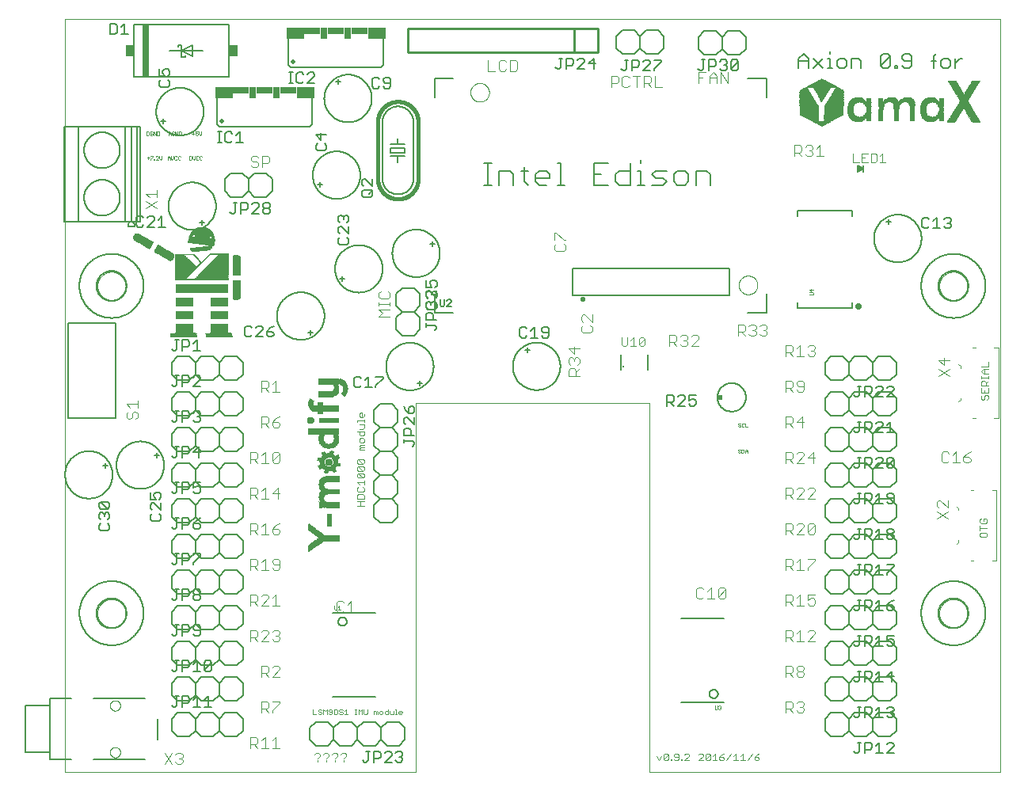
<source format=gto>
G75*
%MOIN*%
%OFA0B0*%
%FSLAX25Y25*%
%IPPOS*%
%LPD*%
%AMOC8*
5,1,8,0,0,1.08239X$1,22.5*
%
%ADD10C,0.00000*%
%ADD11C,0.00300*%
%ADD12C,0.00500*%
%ADD13C,0.00100*%
%ADD14C,0.00800*%
%ADD15C,0.00400*%
%ADD16C,0.00600*%
%ADD17R,0.03000X0.22000*%
%ADD18R,0.03500X0.05000*%
%ADD19C,0.00700*%
%ADD20C,0.02000*%
%ADD21R,0.07500X0.05000*%
%ADD22R,0.07000X0.03000*%
%ADD23R,0.03000X0.05000*%
%ADD24C,0.01000*%
%ADD25R,0.02300X0.02400*%
%ADD26R,0.00100X0.00900*%
%ADD27R,0.00100X0.02200*%
%ADD28R,0.00100X0.02900*%
%ADD29R,0.00100X0.03400*%
%ADD30R,0.00100X0.03800*%
%ADD31R,0.00100X0.04200*%
%ADD32R,0.00100X0.04600*%
%ADD33R,0.00100X0.04900*%
%ADD34R,0.00100X0.05100*%
%ADD35R,0.00100X0.05500*%
%ADD36R,0.00100X0.05700*%
%ADD37R,0.00100X0.05900*%
%ADD38R,0.00100X0.06200*%
%ADD39R,0.00100X0.06400*%
%ADD40R,0.00100X0.06500*%
%ADD41R,0.00100X0.06600*%
%ADD42R,0.00100X0.02700*%
%ADD43R,0.00100X0.03600*%
%ADD44R,0.00100X0.02100*%
%ADD45R,0.00100X0.03000*%
%ADD46R,0.00100X0.01700*%
%ADD47R,0.00100X0.02800*%
%ADD48R,0.00100X0.01400*%
%ADD49R,0.00100X0.01200*%
%ADD50R,0.00100X0.02600*%
%ADD51R,0.00100X0.00600*%
%ADD52R,0.00100X0.02500*%
%ADD53R,0.00100X0.00400*%
%ADD54R,0.00100X0.02400*%
%ADD55R,0.00100X0.00100*%
%ADD56R,0.00100X0.02300*%
%ADD57R,0.00100X0.00500*%
%ADD58R,0.00100X0.00200*%
%ADD59R,0.00100X0.00800*%
%ADD60R,0.00100X0.01500*%
%ADD61R,0.00100X0.01000*%
%ADD62R,0.00100X0.01600*%
%ADD63R,0.00100X0.01300*%
%ADD64R,0.00100X0.01800*%
%ADD65R,0.00100X0.03200*%
%ADD66R,0.00100X0.01900*%
%ADD67R,0.00100X0.04700*%
%ADD68R,0.00100X0.03900*%
%ADD69R,0.00100X0.06700*%
%ADD70R,0.00100X0.06800*%
%ADD71R,0.00100X0.06900*%
%ADD72R,0.00100X0.07100*%
%ADD73R,0.00100X0.07000*%
%ADD74R,0.00100X0.07200*%
%ADD75R,0.00100X0.07300*%
%ADD76R,0.00100X0.07400*%
%ADD77R,0.00100X0.05000*%
%ADD78R,0.00100X0.07500*%
%ADD79R,0.00100X0.01100*%
%ADD80R,0.00100X0.05200*%
%ADD81R,0.00100X0.07600*%
%ADD82R,0.00100X0.05400*%
%ADD83R,0.00100X0.07700*%
%ADD84R,0.00100X0.07800*%
%ADD85R,0.00100X0.07900*%
%ADD86R,0.00100X0.03100*%
%ADD87R,0.00100X0.03500*%
%ADD88R,0.00100X0.03300*%
%ADD89R,0.00100X0.00700*%
%ADD90R,0.00100X0.03700*%
%ADD91R,0.00100X0.02000*%
%ADD92R,0.00100X0.05300*%
%ADD93R,0.00100X0.04400*%
%ADD94R,0.00100X0.13000*%
%ADD95R,0.00100X0.12900*%
%ADD96R,0.00100X0.12800*%
%ADD97R,0.00100X0.12700*%
%ADD98R,0.00100X0.12600*%
%ADD99R,0.00100X0.04800*%
%ADD100R,0.00100X0.12500*%
%ADD101R,0.00100X0.04100*%
%ADD102R,0.00100X0.12400*%
%ADD103R,0.00100X0.04500*%
%ADD104R,0.00100X0.04000*%
%ADD105R,0.00100X0.05800*%
%ADD106R,0.00300X0.00100*%
%ADD107R,0.00700X0.00100*%
%ADD108R,0.01100X0.00100*%
%ADD109R,0.01500X0.00100*%
%ADD110R,0.01900X0.00100*%
%ADD111R,0.02300X0.00100*%
%ADD112R,0.02700X0.00100*%
%ADD113R,0.03100X0.00100*%
%ADD114R,0.03500X0.00100*%
%ADD115R,0.03900X0.00100*%
%ADD116R,0.04300X0.00100*%
%ADD117R,0.04700X0.00100*%
%ADD118R,0.05100X0.00100*%
%ADD119R,0.05500X0.00100*%
%ADD120R,0.05900X0.00100*%
%ADD121R,0.06300X0.00100*%
%ADD122R,0.06700X0.00100*%
%ADD123R,0.07100X0.00100*%
%ADD124R,0.03000X0.00100*%
%ADD125R,0.03300X0.00100*%
%ADD126R,0.07500X0.00100*%
%ADD127R,0.02000X0.00100*%
%ADD128R,0.02900X0.00100*%
%ADD129R,0.02800X0.00100*%
%ADD130R,0.03200X0.00100*%
%ADD131R,0.03400X0.00100*%
%ADD132R,0.03800X0.00100*%
%ADD133R,0.02200X0.00100*%
%ADD134R,0.04200X0.00100*%
%ADD135R,0.04500X0.00100*%
%ADD136R,0.03700X0.00100*%
%ADD137R,0.04900X0.00100*%
%ADD138R,0.04100X0.00100*%
%ADD139R,0.05300X0.00100*%
%ADD140R,0.05600X0.00100*%
%ADD141R,0.06100X0.00100*%
%ADD142R,0.04600X0.00100*%
%ADD143R,0.04800X0.00100*%
%ADD144R,0.05000X0.00100*%
%ADD145R,0.06500X0.00100*%
%ADD146R,0.05200X0.00100*%
%ADD147R,0.05400X0.00100*%
%ADD148R,0.08900X0.00100*%
%ADD149R,0.09000X0.00100*%
%ADD150R,0.05800X0.00100*%
%ADD151R,0.06000X0.00100*%
%ADD152R,0.09100X0.00100*%
%ADD153R,0.06200X0.00100*%
%ADD154R,0.09200X0.00100*%
%ADD155R,0.06400X0.00100*%
%ADD156R,0.03600X0.00100*%
%ADD157R,0.06600X0.00100*%
%ADD158R,0.06800X0.00100*%
%ADD159R,0.07000X0.00100*%
%ADD160R,0.07200X0.00100*%
%ADD161R,0.07400X0.00100*%
%ADD162R,0.07600X0.00100*%
%ADD163R,0.07800X0.00100*%
%ADD164R,0.08000X0.00100*%
%ADD165R,0.08200X0.00100*%
%ADD166R,0.08100X0.00100*%
%ADD167R,0.08300X0.00100*%
%ADD168R,0.02600X0.00100*%
%ADD169R,0.02500X0.00100*%
%ADD170R,0.02400X0.00100*%
%ADD171R,0.05700X0.00100*%
%ADD172R,0.07900X0.00100*%
%ADD173R,0.07700X0.00100*%
%ADD174R,0.07300X0.00100*%
%ADD175R,0.04000X0.00100*%
%ADD176R,0.06900X0.00100*%
%ADD177R,0.00200X0.00100*%
%ADD178R,0.15300X0.00100*%
%ADD179R,0.02100X0.00100*%
%ADD180R,0.00400X0.00100*%
%ADD181R,0.00500X0.00100*%
%ADD182R,0.00600X0.00100*%
%ADD183R,0.00800X0.00100*%
%ADD184R,0.00900X0.00100*%
%ADD185R,0.01000X0.00100*%
%ADD186R,0.01200X0.00100*%
%ADD187R,0.01300X0.00100*%
%ADD188R,0.01600X0.00100*%
%ADD189R,0.01700X0.00100*%
%ADD190R,0.04400X0.00100*%
%ADD191R,0.01800X0.00100*%
%ADD192R,0.14100X0.00100*%
%ADD193R,0.13700X0.00100*%
%ADD194R,0.13300X0.00100*%
%ADD195R,0.12900X0.00100*%
%ADD196R,0.12500X0.00100*%
%ADD197R,0.12100X0.00100*%
%ADD198R,0.11700X0.00100*%
%ADD199R,0.11300X0.00100*%
%ADD200R,0.10900X0.00100*%
%ADD201R,0.10500X0.00100*%
%ADD202R,0.10200X0.00100*%
%ADD203R,0.09800X0.00100*%
%ADD204R,0.09400X0.00100*%
%ADD205R,0.08700X0.00100*%
%ADD206R,0.11025X0.00025*%
%ADD207R,0.11000X0.00025*%
%ADD208R,0.10975X0.00025*%
%ADD209R,0.01850X0.00025*%
%ADD210R,0.09025X0.00025*%
%ADD211R,0.01550X0.00025*%
%ADD212R,0.09000X0.00025*%
%ADD213R,0.01225X0.00025*%
%ADD214R,0.00825X0.00025*%
%ADD215R,0.00800X0.00025*%
%ADD216R,0.00475X0.00025*%
%ADD217R,0.00450X0.00025*%
%ADD218R,0.00175X0.00025*%
%ADD219R,0.00150X0.00025*%
%ADD220R,0.08825X0.00025*%
%ADD221R,0.08850X0.00025*%
%ADD222R,0.08500X0.00025*%
%ADD223R,0.08525X0.00025*%
%ADD224R,0.08250X0.00025*%
%ADD225R,0.08275X0.00025*%
%ADD226R,0.07975X0.00025*%
%ADD227R,0.08000X0.00025*%
%ADD228R,0.07650X0.00025*%
%ADD229R,0.07675X0.00025*%
%ADD230R,0.07400X0.00025*%
%ADD231R,0.07375X0.00025*%
%ADD232R,0.07350X0.00025*%
%ADD233R,0.07525X0.00025*%
%ADD234R,0.07500X0.00025*%
%ADD235R,0.00650X0.00025*%
%ADD236R,0.00925X0.00025*%
%ADD237R,0.01175X0.00025*%
%ADD238R,0.01375X0.00025*%
%ADD239R,0.01475X0.00025*%
%ADD240R,0.01625X0.00025*%
%ADD241R,0.01775X0.00025*%
%ADD242R,0.01875X0.00025*%
%ADD243R,0.01950X0.00025*%
%ADD244R,0.02050X0.00025*%
%ADD245R,0.02150X0.00025*%
%ADD246R,0.02200X0.00025*%
%ADD247R,0.02275X0.00025*%
%ADD248R,0.02350X0.00025*%
%ADD249R,0.02425X0.00025*%
%ADD250R,0.02475X0.00025*%
%ADD251R,0.02525X0.00025*%
%ADD252R,0.02575X0.00025*%
%ADD253R,0.02625X0.00025*%
%ADD254R,0.02650X0.00025*%
%ADD255R,0.02700X0.00025*%
%ADD256R,0.02750X0.00025*%
%ADD257R,0.02775X0.00025*%
%ADD258R,0.02800X0.00025*%
%ADD259R,0.02850X0.00025*%
%ADD260R,0.02875X0.00025*%
%ADD261R,0.02900X0.00025*%
%ADD262R,0.02925X0.00025*%
%ADD263R,0.02975X0.00025*%
%ADD264R,0.03000X0.00025*%
%ADD265R,0.03025X0.00025*%
%ADD266R,0.03050X0.00025*%
%ADD267R,0.03075X0.00025*%
%ADD268R,0.22275X0.00025*%
%ADD269R,0.22300X0.00025*%
%ADD270R,0.03100X0.00025*%
%ADD271R,0.00125X0.00025*%
%ADD272R,0.22375X0.00025*%
%ADD273R,0.22400X0.00025*%
%ADD274R,0.22325X0.00025*%
%ADD275R,0.04450X0.00025*%
%ADD276R,0.14250X0.00025*%
%ADD277R,0.04300X0.00025*%
%ADD278R,0.14200X0.00025*%
%ADD279R,0.04325X0.00025*%
%ADD280R,0.14175X0.00025*%
%ADD281R,0.04350X0.00025*%
%ADD282R,0.14150X0.00025*%
%ADD283R,0.04375X0.00025*%
%ADD284R,0.14125X0.00025*%
%ADD285R,0.04400X0.00025*%
%ADD286R,0.14100X0.00025*%
%ADD287R,0.04425X0.00025*%
%ADD288R,0.14075X0.00025*%
%ADD289R,0.14050X0.00025*%
%ADD290R,0.04475X0.00025*%
%ADD291R,0.14025X0.00025*%
%ADD292R,0.04500X0.00025*%
%ADD293R,0.14000X0.00025*%
%ADD294R,0.04525X0.00025*%
%ADD295R,0.13975X0.00025*%
%ADD296R,0.04550X0.00025*%
%ADD297R,0.13950X0.00025*%
%ADD298R,0.04575X0.00025*%
%ADD299R,0.13925X0.00025*%
%ADD300R,0.04600X0.00025*%
%ADD301R,0.13900X0.00025*%
%ADD302R,0.04625X0.00025*%
%ADD303R,0.13875X0.00025*%
%ADD304R,0.04650X0.00025*%
%ADD305R,0.13850X0.00025*%
%ADD306R,0.04675X0.00025*%
%ADD307R,0.13825X0.00025*%
%ADD308R,0.04700X0.00025*%
%ADD309R,0.13800X0.00025*%
%ADD310R,0.04725X0.00025*%
%ADD311R,0.13775X0.00025*%
%ADD312R,0.04750X0.00025*%
%ADD313R,0.13750X0.00025*%
%ADD314R,0.04775X0.00025*%
%ADD315R,0.13725X0.00025*%
%ADD316R,0.04800X0.00025*%
%ADD317R,0.13700X0.00025*%
%ADD318R,0.04825X0.00025*%
%ADD319R,0.13675X0.00025*%
%ADD320R,0.04850X0.00025*%
%ADD321R,0.04875X0.00025*%
%ADD322R,0.13650X0.00025*%
%ADD323R,0.04900X0.00025*%
%ADD324R,0.13625X0.00025*%
%ADD325R,0.04925X0.00025*%
%ADD326R,0.13600X0.00025*%
%ADD327R,0.04950X0.00025*%
%ADD328R,0.13575X0.00025*%
%ADD329R,0.04975X0.00025*%
%ADD330R,0.13550X0.00025*%
%ADD331R,0.05000X0.00025*%
%ADD332R,0.13525X0.00025*%
%ADD333R,0.05025X0.00025*%
%ADD334R,0.13500X0.00025*%
%ADD335R,0.05050X0.00025*%
%ADD336R,0.13475X0.00025*%
%ADD337R,0.05075X0.00025*%
%ADD338R,0.13450X0.00025*%
%ADD339R,0.05100X0.00025*%
%ADD340R,0.13425X0.00025*%
%ADD341R,0.05125X0.00025*%
%ADD342R,0.13400X0.00025*%
%ADD343R,0.05150X0.00025*%
%ADD344R,0.13375X0.00025*%
%ADD345R,0.05175X0.00025*%
%ADD346R,0.13350X0.00025*%
%ADD347R,0.05200X0.00025*%
%ADD348R,0.13325X0.00025*%
%ADD349R,0.05225X0.00025*%
%ADD350R,0.13300X0.00025*%
%ADD351R,0.05250X0.00025*%
%ADD352R,0.13275X0.00025*%
%ADD353R,0.05275X0.00025*%
%ADD354R,0.13250X0.00025*%
%ADD355R,0.05300X0.00025*%
%ADD356R,0.13225X0.00025*%
%ADD357R,0.05325X0.00025*%
%ADD358R,0.13200X0.00025*%
%ADD359R,0.05350X0.00025*%
%ADD360R,0.13175X0.00025*%
%ADD361R,0.05375X0.00025*%
%ADD362R,0.13150X0.00025*%
%ADD363R,0.05400X0.00025*%
%ADD364R,0.13125X0.00025*%
%ADD365R,0.05425X0.00025*%
%ADD366R,0.13100X0.00025*%
%ADD367R,0.05450X0.00025*%
%ADD368R,0.13075X0.00025*%
%ADD369R,0.05475X0.00025*%
%ADD370R,0.13050X0.00025*%
%ADD371R,0.05500X0.00025*%
%ADD372R,0.13025X0.00025*%
%ADD373R,0.05525X0.00025*%
%ADD374R,0.13000X0.00025*%
%ADD375R,0.05550X0.00025*%
%ADD376R,0.12975X0.00025*%
%ADD377R,0.05575X0.00025*%
%ADD378R,0.12950X0.00025*%
%ADD379R,0.05600X0.00025*%
%ADD380R,0.12925X0.00025*%
%ADD381R,0.05625X0.00025*%
%ADD382R,0.12900X0.00025*%
%ADD383R,0.05650X0.00025*%
%ADD384R,0.12875X0.00025*%
%ADD385R,0.05675X0.00025*%
%ADD386R,0.12850X0.00025*%
%ADD387R,0.05700X0.00025*%
%ADD388R,0.12825X0.00025*%
%ADD389R,0.05725X0.00025*%
%ADD390R,0.12800X0.00025*%
%ADD391R,0.05750X0.00025*%
%ADD392R,0.12775X0.00025*%
%ADD393R,0.05775X0.00025*%
%ADD394R,0.12750X0.00025*%
%ADD395R,0.05800X0.00025*%
%ADD396R,0.12725X0.00025*%
%ADD397R,0.05825X0.00025*%
%ADD398R,0.12700X0.00025*%
%ADD399R,0.05850X0.00025*%
%ADD400R,0.12675X0.00025*%
%ADD401R,0.05875X0.00025*%
%ADD402R,0.05900X0.00025*%
%ADD403R,0.12650X0.00025*%
%ADD404R,0.05925X0.00025*%
%ADD405R,0.12625X0.00025*%
%ADD406R,0.05950X0.00025*%
%ADD407R,0.12600X0.00025*%
%ADD408R,0.05975X0.00025*%
%ADD409R,0.12575X0.00025*%
%ADD410R,0.06000X0.00025*%
%ADD411R,0.12550X0.00025*%
%ADD412R,0.06025X0.00025*%
%ADD413R,0.12525X0.00025*%
%ADD414R,0.06050X0.00025*%
%ADD415R,0.12500X0.00025*%
%ADD416R,0.06075X0.00025*%
%ADD417R,0.12475X0.00025*%
%ADD418R,0.06100X0.00025*%
%ADD419R,0.12450X0.00025*%
%ADD420R,0.06125X0.00025*%
%ADD421R,0.12425X0.00025*%
%ADD422R,0.03175X0.00025*%
%ADD423R,0.06150X0.00025*%
%ADD424R,0.12400X0.00025*%
%ADD425R,0.03200X0.00025*%
%ADD426R,0.06175X0.00025*%
%ADD427R,0.12375X0.00025*%
%ADD428R,0.06200X0.00025*%
%ADD429R,0.12350X0.00025*%
%ADD430R,0.06225X0.00025*%
%ADD431R,0.12325X0.00025*%
%ADD432R,0.06250X0.00025*%
%ADD433R,0.12300X0.00025*%
%ADD434R,0.06275X0.00025*%
%ADD435R,0.12275X0.00025*%
%ADD436R,0.06300X0.00025*%
%ADD437R,0.12250X0.00025*%
%ADD438R,0.06325X0.00025*%
%ADD439R,0.12225X0.00025*%
%ADD440R,0.06350X0.00025*%
%ADD441R,0.12200X0.00025*%
%ADD442R,0.06375X0.00025*%
%ADD443R,0.12175X0.00025*%
%ADD444R,0.06400X0.00025*%
%ADD445R,0.12150X0.00025*%
%ADD446R,0.06425X0.00025*%
%ADD447R,0.12125X0.00025*%
%ADD448R,0.06450X0.00025*%
%ADD449R,0.12100X0.00025*%
%ADD450R,0.06475X0.00025*%
%ADD451R,0.12075X0.00025*%
%ADD452R,0.06500X0.00025*%
%ADD453R,0.12050X0.00025*%
%ADD454R,0.06525X0.00025*%
%ADD455R,0.12025X0.00025*%
%ADD456R,0.06550X0.00025*%
%ADD457R,0.12000X0.00025*%
%ADD458R,0.06575X0.00025*%
%ADD459R,0.11975X0.00025*%
%ADD460R,0.06600X0.00025*%
%ADD461R,0.11950X0.00025*%
%ADD462R,0.06625X0.00025*%
%ADD463R,0.11925X0.00025*%
%ADD464R,0.06650X0.00025*%
%ADD465R,0.11900X0.00025*%
%ADD466R,0.06675X0.00025*%
%ADD467R,0.11875X0.00025*%
%ADD468R,0.06700X0.00025*%
%ADD469R,0.11850X0.00025*%
%ADD470R,0.06725X0.00025*%
%ADD471R,0.11825X0.00025*%
%ADD472R,0.06750X0.00025*%
%ADD473R,0.11800X0.00025*%
%ADD474R,0.06775X0.00025*%
%ADD475R,0.11775X0.00025*%
%ADD476R,0.06800X0.00025*%
%ADD477R,0.11750X0.00025*%
%ADD478R,0.06825X0.00025*%
%ADD479R,0.11725X0.00025*%
%ADD480R,0.06850X0.00025*%
%ADD481R,0.11700X0.00025*%
%ADD482R,0.06875X0.00025*%
%ADD483R,0.11675X0.00025*%
%ADD484R,0.06900X0.00025*%
%ADD485R,0.11650X0.00025*%
%ADD486R,0.06925X0.00025*%
%ADD487R,0.06950X0.00025*%
%ADD488R,0.11625X0.00025*%
%ADD489R,0.06975X0.00025*%
%ADD490R,0.11600X0.00025*%
%ADD491R,0.07000X0.00025*%
%ADD492R,0.11575X0.00025*%
%ADD493R,0.07025X0.00025*%
%ADD494R,0.11550X0.00025*%
%ADD495R,0.07050X0.00025*%
%ADD496R,0.11525X0.00025*%
%ADD497R,0.07075X0.00025*%
%ADD498R,0.11500X0.00025*%
%ADD499R,0.07100X0.00025*%
%ADD500R,0.11475X0.00025*%
%ADD501R,0.07125X0.00025*%
%ADD502R,0.11450X0.00025*%
%ADD503R,0.07150X0.00025*%
%ADD504R,0.11425X0.00025*%
%ADD505R,0.07175X0.00025*%
%ADD506R,0.11400X0.00025*%
%ADD507R,0.07200X0.00025*%
%ADD508R,0.11375X0.00025*%
%ADD509R,0.07225X0.00025*%
%ADD510R,0.11350X0.00025*%
%ADD511R,0.07250X0.00025*%
%ADD512R,0.11325X0.00025*%
%ADD513R,0.07275X0.00025*%
%ADD514R,0.11300X0.00025*%
%ADD515R,0.07300X0.00025*%
%ADD516R,0.11275X0.00025*%
%ADD517R,0.07325X0.00025*%
%ADD518R,0.11250X0.00025*%
%ADD519R,0.11225X0.00025*%
%ADD520R,0.11200X0.00025*%
%ADD521R,0.11175X0.00025*%
%ADD522R,0.07425X0.00025*%
%ADD523R,0.11150X0.00025*%
%ADD524R,0.07450X0.00025*%
%ADD525R,0.11125X0.00025*%
%ADD526R,0.07475X0.00025*%
%ADD527R,0.11100X0.00025*%
%ADD528R,0.11075X0.00025*%
%ADD529R,0.11050X0.00025*%
%ADD530R,0.07550X0.00025*%
%ADD531R,0.07575X0.00025*%
%ADD532R,0.07600X0.00025*%
%ADD533R,0.07625X0.00025*%
%ADD534R,0.10950X0.00025*%
%ADD535R,0.10925X0.00025*%
%ADD536R,0.10900X0.00025*%
%ADD537R,0.07700X0.00025*%
%ADD538R,0.10875X0.00025*%
%ADD539R,0.07725X0.00025*%
%ADD540R,0.10850X0.00025*%
%ADD541R,0.07750X0.00025*%
%ADD542R,0.10825X0.00025*%
%ADD543R,0.07775X0.00025*%
%ADD544R,0.10800X0.00025*%
%ADD545R,0.07800X0.00025*%
%ADD546R,0.10775X0.00025*%
%ADD547R,0.07825X0.00025*%
%ADD548R,0.10750X0.00025*%
%ADD549R,0.07850X0.00025*%
%ADD550R,0.10725X0.00025*%
%ADD551R,0.07875X0.00025*%
%ADD552R,0.10700X0.00025*%
%ADD553R,0.07900X0.00025*%
%ADD554R,0.10675X0.00025*%
%ADD555R,0.07925X0.00025*%
%ADD556R,0.10650X0.00025*%
%ADD557R,0.07950X0.00025*%
%ADD558R,0.10625X0.00025*%
%ADD559R,0.10600X0.00025*%
%ADD560R,0.08025X0.00025*%
%ADD561R,0.10575X0.00025*%
%ADD562R,0.08050X0.00025*%
%ADD563R,0.10550X0.00025*%
%ADD564R,0.08075X0.00025*%
%ADD565R,0.10525X0.00025*%
%ADD566R,0.08100X0.00025*%
%ADD567R,0.10500X0.00025*%
%ADD568R,0.08125X0.00025*%
%ADD569R,0.10475X0.00025*%
%ADD570R,0.08150X0.00025*%
%ADD571R,0.10450X0.00025*%
%ADD572R,0.08175X0.00025*%
%ADD573R,0.10425X0.00025*%
%ADD574R,0.08200X0.00025*%
%ADD575R,0.10400X0.00025*%
%ADD576R,0.08225X0.00025*%
%ADD577R,0.10375X0.00025*%
%ADD578R,0.10350X0.00025*%
%ADD579R,0.10325X0.00025*%
%ADD580R,0.08300X0.00025*%
%ADD581R,0.10300X0.00025*%
%ADD582R,0.08325X0.00025*%
%ADD583R,0.10275X0.00025*%
%ADD584R,0.08350X0.00025*%
%ADD585R,0.10250X0.00025*%
%ADD586R,0.08375X0.00025*%
%ADD587R,0.10225X0.00025*%
%ADD588R,0.08400X0.00025*%
%ADD589R,0.10200X0.00025*%
%ADD590R,0.08425X0.00025*%
%ADD591R,0.10175X0.00025*%
%ADD592R,0.08450X0.00025*%
%ADD593R,0.10150X0.00025*%
%ADD594R,0.08475X0.00025*%
%ADD595R,0.10125X0.00025*%
%ADD596R,0.10100X0.00025*%
%ADD597R,0.10075X0.00025*%
%ADD598R,0.08550X0.00025*%
%ADD599R,0.10050X0.00025*%
%ADD600R,0.08575X0.00025*%
%ADD601R,0.10025X0.00025*%
%ADD602R,0.08600X0.00025*%
%ADD603R,0.10000X0.00025*%
%ADD604R,0.08625X0.00025*%
%ADD605R,0.09975X0.00025*%
%ADD606R,0.08650X0.00025*%
%ADD607R,0.09950X0.00025*%
%ADD608R,0.08675X0.00025*%
%ADD609R,0.09925X0.00025*%
%ADD610R,0.08700X0.00025*%
%ADD611R,0.09900X0.00025*%
%ADD612R,0.08725X0.00025*%
%ADD613R,0.09875X0.00025*%
%ADD614R,0.08750X0.00025*%
%ADD615R,0.09850X0.00025*%
%ADD616R,0.08775X0.00025*%
%ADD617R,0.09825X0.00025*%
%ADD618R,0.08800X0.00025*%
%ADD619R,0.09800X0.00025*%
%ADD620R,0.09775X0.00025*%
%ADD621R,0.09750X0.00025*%
%ADD622R,0.08875X0.00025*%
%ADD623R,0.09725X0.00025*%
%ADD624R,0.08900X0.00025*%
%ADD625R,0.09700X0.00025*%
%ADD626R,0.08925X0.00025*%
%ADD627R,0.09675X0.00025*%
%ADD628R,0.08950X0.00025*%
%ADD629R,0.09650X0.00025*%
%ADD630R,0.08975X0.00025*%
%ADD631R,0.09625X0.00025*%
%ADD632R,0.09600X0.00025*%
%ADD633R,0.09575X0.00025*%
%ADD634R,0.09050X0.00025*%
%ADD635R,0.09550X0.00025*%
%ADD636R,0.09075X0.00025*%
%ADD637R,0.09525X0.00025*%
%ADD638R,0.09100X0.00025*%
%ADD639R,0.09500X0.00025*%
%ADD640R,0.09125X0.00025*%
%ADD641R,0.09475X0.00025*%
%ADD642R,0.09150X0.00025*%
%ADD643R,0.09450X0.00025*%
%ADD644R,0.09175X0.00025*%
%ADD645R,0.09425X0.00025*%
%ADD646R,0.09200X0.00025*%
%ADD647R,0.09225X0.00025*%
%ADD648R,0.09400X0.00025*%
%ADD649R,0.09250X0.00025*%
%ADD650R,0.09375X0.00025*%
%ADD651R,0.09275X0.00025*%
%ADD652R,0.09350X0.00025*%
%ADD653R,0.09300X0.00025*%
%ADD654R,0.09325X0.00025*%
%ADD655R,0.00500X0.00025*%
%ADD656R,0.00425X0.00025*%
%ADD657R,0.00400X0.00025*%
%ADD658R,0.00525X0.00025*%
%ADD659R,0.00575X0.00025*%
%ADD660R,0.00625X0.00025*%
%ADD661R,0.00375X0.00025*%
%ADD662R,0.00275X0.00025*%
%ADD663R,0.00750X0.00025*%
%ADD664R,0.01025X0.00025*%
%ADD665R,0.01125X0.00025*%
%ADD666R,0.01300X0.00025*%
%ADD667R,0.01450X0.00025*%
%ADD668R,0.01525X0.00025*%
%ADD669R,0.01675X0.00025*%
%ADD670R,0.01750X0.00025*%
%ADD671R,0.01825X0.00025*%
%ADD672R,0.01900X0.00025*%
%ADD673R,0.02025X0.00025*%
%ADD674R,0.02125X0.00025*%
%ADD675R,0.02175X0.00025*%
%ADD676R,0.02225X0.00025*%
%ADD677R,0.02300X0.00025*%
%ADD678R,0.02375X0.00025*%
%ADD679R,0.02500X0.00025*%
%ADD680R,0.02675X0.00025*%
%ADD681R,0.03125X0.00025*%
%ADD682R,0.03150X0.00025*%
%ADD683R,0.03225X0.00025*%
%ADD684R,0.03275X0.00025*%
%ADD685R,0.03325X0.00025*%
%ADD686R,0.03375X0.00025*%
%ADD687R,0.03450X0.00025*%
%ADD688R,0.03500X0.00025*%
%ADD689R,0.03550X0.00025*%
%ADD690R,0.03600X0.00025*%
%ADD691R,0.03675X0.00025*%
%ADD692R,0.03725X0.00025*%
%ADD693R,0.03750X0.00025*%
%ADD694R,0.03825X0.00025*%
%ADD695R,0.03875X0.00025*%
%ADD696R,0.03950X0.00025*%
%ADD697R,0.03975X0.00025*%
%ADD698R,0.04025X0.00025*%
%ADD699R,0.04075X0.00025*%
%ADD700R,0.04150X0.00025*%
%ADD701R,0.04175X0.00025*%
%ADD702R,0.04225X0.00025*%
%ADD703R,0.00350X0.00025*%
%ADD704R,0.02950X0.00025*%
%ADD705R,0.02825X0.00025*%
%ADD706R,0.04275X0.00025*%
%ADD707R,0.04250X0.00025*%
%ADD708R,0.04200X0.00025*%
%ADD709R,0.02600X0.00025*%
%ADD710R,0.04125X0.00025*%
%ADD711R,0.02450X0.00025*%
%ADD712R,0.04100X0.00025*%
%ADD713R,0.02400X0.00025*%
%ADD714R,0.04050X0.00025*%
%ADD715R,0.04000X0.00025*%
%ADD716R,0.01975X0.00025*%
%ADD717R,0.03925X0.00025*%
%ADD718R,0.03900X0.00025*%
%ADD719R,0.03850X0.00025*%
%ADD720R,0.03800X0.00025*%
%ADD721R,0.03775X0.00025*%
%ADD722R,0.01050X0.00025*%
%ADD723R,0.00775X0.00025*%
%ADD724R,0.03700X0.00025*%
%ADD725R,0.03650X0.00025*%
%ADD726R,0.03625X0.00025*%
%ADD727R,0.00325X0.00025*%
%ADD728R,0.00075X0.00025*%
%ADD729R,0.00900X0.00025*%
%ADD730R,0.01700X0.00025*%
%ADD731R,0.02000X0.00025*%
%ADD732R,0.03300X0.00025*%
%ADD733R,0.00025X0.00025*%
%ADD734R,0.00100X0.00025*%
%ADD735R,0.00200X0.00025*%
%ADD736R,0.00250X0.00025*%
%ADD737R,0.03475X0.00025*%
%ADD738R,0.03425X0.00025*%
%ADD739R,0.00550X0.00025*%
%ADD740R,0.03250X0.00025*%
%ADD741R,0.00600X0.00025*%
%ADD742R,0.00725X0.00025*%
%ADD743R,0.00950X0.00025*%
%ADD744R,0.01000X0.00025*%
%ADD745R,0.01350X0.00025*%
%ADD746R,0.01400X0.00025*%
%ADD747R,0.02325X0.00025*%
%ADD748R,0.01600X0.00025*%
%ADD749R,0.02100X0.00025*%
%ADD750R,0.02075X0.00025*%
%ADD751R,0.01925X0.00025*%
%ADD752R,0.02550X0.00025*%
%ADD753R,0.01250X0.00025*%
%ADD754R,0.01200X0.00025*%
%ADD755R,0.01150X0.00025*%
%ADD756R,0.02725X0.00025*%
%ADD757R,0.01075X0.00025*%
%ADD758R,0.00975X0.00025*%
%ADD759R,0.00850X0.00025*%
%ADD760R,0.00675X0.00025*%
%ADD761R,0.00050X0.00025*%
%ADD762R,0.03350X0.00025*%
%ADD763R,0.03400X0.00025*%
%ADD764R,0.03525X0.00025*%
%ADD765R,0.00300X0.00025*%
%ADD766R,0.01575X0.00025*%
%ADD767R,0.00225X0.00025*%
%ADD768R,0.01325X0.00025*%
%ADD769R,0.01275X0.00025*%
%ADD770R,0.01100X0.00025*%
%ADD771R,0.01725X0.00025*%
%ADD772R,0.01425X0.00025*%
%ADD773R,0.01500X0.00025*%
%ADD774C,0.01200*%
%ADD775C,0.02828*%
%ADD776C,0.00200*%
%ADD777C,0.00787*%
%ADD778C,0.01600*%
%ADD779C,0.00394*%
D10*
X0049428Y0028933D02*
X0197066Y0028933D01*
X0197066Y0184445D01*
X0295491Y0184445D01*
X0295491Y0028933D01*
X0443129Y0028933D01*
X0443129Y0346059D01*
X0049428Y0346059D01*
X0049428Y0028933D01*
X0068484Y0037280D02*
X0068486Y0037373D01*
X0068492Y0037465D01*
X0068502Y0037557D01*
X0068516Y0037648D01*
X0068533Y0037739D01*
X0068555Y0037829D01*
X0068580Y0037918D01*
X0068609Y0038006D01*
X0068642Y0038092D01*
X0068679Y0038177D01*
X0068719Y0038261D01*
X0068763Y0038342D01*
X0068810Y0038422D01*
X0068860Y0038500D01*
X0068914Y0038575D01*
X0068971Y0038648D01*
X0069031Y0038718D01*
X0069094Y0038786D01*
X0069160Y0038851D01*
X0069228Y0038913D01*
X0069299Y0038973D01*
X0069373Y0039029D01*
X0069449Y0039082D01*
X0069527Y0039131D01*
X0069607Y0039178D01*
X0069689Y0039220D01*
X0069773Y0039260D01*
X0069858Y0039295D01*
X0069945Y0039327D01*
X0070033Y0039356D01*
X0070122Y0039380D01*
X0070212Y0039401D01*
X0070303Y0039417D01*
X0070395Y0039430D01*
X0070487Y0039439D01*
X0070580Y0039444D01*
X0070672Y0039445D01*
X0070765Y0039442D01*
X0070857Y0039435D01*
X0070949Y0039424D01*
X0071040Y0039409D01*
X0071131Y0039391D01*
X0071221Y0039368D01*
X0071309Y0039342D01*
X0071397Y0039312D01*
X0071483Y0039278D01*
X0071567Y0039241D01*
X0071650Y0039199D01*
X0071731Y0039155D01*
X0071811Y0039107D01*
X0071888Y0039056D01*
X0071962Y0039001D01*
X0072035Y0038943D01*
X0072105Y0038883D01*
X0072172Y0038819D01*
X0072236Y0038753D01*
X0072298Y0038683D01*
X0072356Y0038612D01*
X0072411Y0038538D01*
X0072463Y0038461D01*
X0072512Y0038382D01*
X0072558Y0038302D01*
X0072600Y0038219D01*
X0072638Y0038135D01*
X0072673Y0038049D01*
X0072704Y0037962D01*
X0072731Y0037874D01*
X0072754Y0037784D01*
X0072774Y0037694D01*
X0072790Y0037603D01*
X0072802Y0037511D01*
X0072810Y0037419D01*
X0072814Y0037326D01*
X0072814Y0037234D01*
X0072810Y0037141D01*
X0072802Y0037049D01*
X0072790Y0036957D01*
X0072774Y0036866D01*
X0072754Y0036776D01*
X0072731Y0036686D01*
X0072704Y0036598D01*
X0072673Y0036511D01*
X0072638Y0036425D01*
X0072600Y0036341D01*
X0072558Y0036258D01*
X0072512Y0036178D01*
X0072463Y0036099D01*
X0072411Y0036022D01*
X0072356Y0035948D01*
X0072298Y0035877D01*
X0072236Y0035807D01*
X0072172Y0035741D01*
X0072105Y0035677D01*
X0072035Y0035617D01*
X0071962Y0035559D01*
X0071888Y0035504D01*
X0071811Y0035453D01*
X0071732Y0035405D01*
X0071650Y0035361D01*
X0071567Y0035319D01*
X0071483Y0035282D01*
X0071397Y0035248D01*
X0071309Y0035218D01*
X0071221Y0035192D01*
X0071131Y0035169D01*
X0071040Y0035151D01*
X0070949Y0035136D01*
X0070857Y0035125D01*
X0070765Y0035118D01*
X0070672Y0035115D01*
X0070580Y0035116D01*
X0070487Y0035121D01*
X0070395Y0035130D01*
X0070303Y0035143D01*
X0070212Y0035159D01*
X0070122Y0035180D01*
X0070033Y0035204D01*
X0069945Y0035233D01*
X0069858Y0035265D01*
X0069773Y0035300D01*
X0069689Y0035340D01*
X0069607Y0035382D01*
X0069527Y0035429D01*
X0069449Y0035478D01*
X0069373Y0035531D01*
X0069299Y0035587D01*
X0069228Y0035647D01*
X0069160Y0035709D01*
X0069094Y0035774D01*
X0069031Y0035842D01*
X0068971Y0035912D01*
X0068914Y0035985D01*
X0068860Y0036060D01*
X0068810Y0036138D01*
X0068763Y0036218D01*
X0068719Y0036299D01*
X0068679Y0036383D01*
X0068642Y0036468D01*
X0068609Y0036554D01*
X0068580Y0036642D01*
X0068555Y0036731D01*
X0068533Y0036821D01*
X0068516Y0036912D01*
X0068502Y0037003D01*
X0068492Y0037095D01*
X0068486Y0037187D01*
X0068484Y0037280D01*
X0068484Y0056965D02*
X0068486Y0057058D01*
X0068492Y0057150D01*
X0068502Y0057242D01*
X0068516Y0057333D01*
X0068533Y0057424D01*
X0068555Y0057514D01*
X0068580Y0057603D01*
X0068609Y0057691D01*
X0068642Y0057777D01*
X0068679Y0057862D01*
X0068719Y0057946D01*
X0068763Y0058027D01*
X0068810Y0058107D01*
X0068860Y0058185D01*
X0068914Y0058260D01*
X0068971Y0058333D01*
X0069031Y0058403D01*
X0069094Y0058471D01*
X0069160Y0058536D01*
X0069228Y0058598D01*
X0069299Y0058658D01*
X0069373Y0058714D01*
X0069449Y0058767D01*
X0069527Y0058816D01*
X0069607Y0058863D01*
X0069689Y0058905D01*
X0069773Y0058945D01*
X0069858Y0058980D01*
X0069945Y0059012D01*
X0070033Y0059041D01*
X0070122Y0059065D01*
X0070212Y0059086D01*
X0070303Y0059102D01*
X0070395Y0059115D01*
X0070487Y0059124D01*
X0070580Y0059129D01*
X0070672Y0059130D01*
X0070765Y0059127D01*
X0070857Y0059120D01*
X0070949Y0059109D01*
X0071040Y0059094D01*
X0071131Y0059076D01*
X0071221Y0059053D01*
X0071309Y0059027D01*
X0071397Y0058997D01*
X0071483Y0058963D01*
X0071567Y0058926D01*
X0071650Y0058884D01*
X0071731Y0058840D01*
X0071811Y0058792D01*
X0071888Y0058741D01*
X0071962Y0058686D01*
X0072035Y0058628D01*
X0072105Y0058568D01*
X0072172Y0058504D01*
X0072236Y0058438D01*
X0072298Y0058368D01*
X0072356Y0058297D01*
X0072411Y0058223D01*
X0072463Y0058146D01*
X0072512Y0058067D01*
X0072558Y0057987D01*
X0072600Y0057904D01*
X0072638Y0057820D01*
X0072673Y0057734D01*
X0072704Y0057647D01*
X0072731Y0057559D01*
X0072754Y0057469D01*
X0072774Y0057379D01*
X0072790Y0057288D01*
X0072802Y0057196D01*
X0072810Y0057104D01*
X0072814Y0057011D01*
X0072814Y0056919D01*
X0072810Y0056826D01*
X0072802Y0056734D01*
X0072790Y0056642D01*
X0072774Y0056551D01*
X0072754Y0056461D01*
X0072731Y0056371D01*
X0072704Y0056283D01*
X0072673Y0056196D01*
X0072638Y0056110D01*
X0072600Y0056026D01*
X0072558Y0055943D01*
X0072512Y0055863D01*
X0072463Y0055784D01*
X0072411Y0055707D01*
X0072356Y0055633D01*
X0072298Y0055562D01*
X0072236Y0055492D01*
X0072172Y0055426D01*
X0072105Y0055362D01*
X0072035Y0055302D01*
X0071962Y0055244D01*
X0071888Y0055189D01*
X0071811Y0055138D01*
X0071732Y0055090D01*
X0071650Y0055046D01*
X0071567Y0055004D01*
X0071483Y0054967D01*
X0071397Y0054933D01*
X0071309Y0054903D01*
X0071221Y0054877D01*
X0071131Y0054854D01*
X0071040Y0054836D01*
X0070949Y0054821D01*
X0070857Y0054810D01*
X0070765Y0054803D01*
X0070672Y0054800D01*
X0070580Y0054801D01*
X0070487Y0054806D01*
X0070395Y0054815D01*
X0070303Y0054828D01*
X0070212Y0054844D01*
X0070122Y0054865D01*
X0070033Y0054889D01*
X0069945Y0054918D01*
X0069858Y0054950D01*
X0069773Y0054985D01*
X0069689Y0055025D01*
X0069607Y0055067D01*
X0069527Y0055114D01*
X0069449Y0055163D01*
X0069373Y0055216D01*
X0069299Y0055272D01*
X0069228Y0055332D01*
X0069160Y0055394D01*
X0069094Y0055459D01*
X0069031Y0055527D01*
X0068971Y0055597D01*
X0068914Y0055670D01*
X0068860Y0055745D01*
X0068810Y0055823D01*
X0068763Y0055903D01*
X0068719Y0055984D01*
X0068679Y0056068D01*
X0068642Y0056153D01*
X0068609Y0056239D01*
X0068580Y0056327D01*
X0068555Y0056416D01*
X0068533Y0056506D01*
X0068516Y0056597D01*
X0068502Y0056688D01*
X0068492Y0056780D01*
X0068486Y0056872D01*
X0068484Y0056965D01*
X0063208Y0095862D02*
X0063210Y0096015D01*
X0063216Y0096169D01*
X0063226Y0096322D01*
X0063240Y0096474D01*
X0063258Y0096627D01*
X0063280Y0096778D01*
X0063305Y0096929D01*
X0063335Y0097080D01*
X0063369Y0097230D01*
X0063406Y0097378D01*
X0063447Y0097526D01*
X0063492Y0097672D01*
X0063541Y0097818D01*
X0063594Y0097962D01*
X0063650Y0098104D01*
X0063710Y0098245D01*
X0063774Y0098385D01*
X0063841Y0098523D01*
X0063912Y0098659D01*
X0063987Y0098793D01*
X0064064Y0098925D01*
X0064146Y0099055D01*
X0064230Y0099183D01*
X0064318Y0099309D01*
X0064409Y0099432D01*
X0064503Y0099553D01*
X0064601Y0099671D01*
X0064701Y0099787D01*
X0064805Y0099900D01*
X0064911Y0100011D01*
X0065020Y0100119D01*
X0065132Y0100224D01*
X0065246Y0100325D01*
X0065364Y0100424D01*
X0065483Y0100520D01*
X0065605Y0100613D01*
X0065730Y0100702D01*
X0065857Y0100789D01*
X0065986Y0100871D01*
X0066117Y0100951D01*
X0066250Y0101027D01*
X0066385Y0101100D01*
X0066522Y0101169D01*
X0066661Y0101234D01*
X0066801Y0101296D01*
X0066943Y0101354D01*
X0067086Y0101409D01*
X0067231Y0101460D01*
X0067377Y0101507D01*
X0067524Y0101550D01*
X0067672Y0101589D01*
X0067821Y0101625D01*
X0067971Y0101656D01*
X0068122Y0101684D01*
X0068273Y0101708D01*
X0068426Y0101728D01*
X0068578Y0101744D01*
X0068731Y0101756D01*
X0068884Y0101764D01*
X0069037Y0101768D01*
X0069191Y0101768D01*
X0069344Y0101764D01*
X0069497Y0101756D01*
X0069650Y0101744D01*
X0069802Y0101728D01*
X0069955Y0101708D01*
X0070106Y0101684D01*
X0070257Y0101656D01*
X0070407Y0101625D01*
X0070556Y0101589D01*
X0070704Y0101550D01*
X0070851Y0101507D01*
X0070997Y0101460D01*
X0071142Y0101409D01*
X0071285Y0101354D01*
X0071427Y0101296D01*
X0071567Y0101234D01*
X0071706Y0101169D01*
X0071843Y0101100D01*
X0071978Y0101027D01*
X0072111Y0100951D01*
X0072242Y0100871D01*
X0072371Y0100789D01*
X0072498Y0100702D01*
X0072623Y0100613D01*
X0072745Y0100520D01*
X0072864Y0100424D01*
X0072982Y0100325D01*
X0073096Y0100224D01*
X0073208Y0100119D01*
X0073317Y0100011D01*
X0073423Y0099900D01*
X0073527Y0099787D01*
X0073627Y0099671D01*
X0073725Y0099553D01*
X0073819Y0099432D01*
X0073910Y0099309D01*
X0073998Y0099183D01*
X0074082Y0099055D01*
X0074164Y0098925D01*
X0074241Y0098793D01*
X0074316Y0098659D01*
X0074387Y0098523D01*
X0074454Y0098385D01*
X0074518Y0098245D01*
X0074578Y0098104D01*
X0074634Y0097962D01*
X0074687Y0097818D01*
X0074736Y0097672D01*
X0074781Y0097526D01*
X0074822Y0097378D01*
X0074859Y0097230D01*
X0074893Y0097080D01*
X0074923Y0096929D01*
X0074948Y0096778D01*
X0074970Y0096627D01*
X0074988Y0096474D01*
X0075002Y0096322D01*
X0075012Y0096169D01*
X0075018Y0096015D01*
X0075020Y0095862D01*
X0075018Y0095709D01*
X0075012Y0095555D01*
X0075002Y0095402D01*
X0074988Y0095250D01*
X0074970Y0095097D01*
X0074948Y0094946D01*
X0074923Y0094795D01*
X0074893Y0094644D01*
X0074859Y0094494D01*
X0074822Y0094346D01*
X0074781Y0094198D01*
X0074736Y0094052D01*
X0074687Y0093906D01*
X0074634Y0093762D01*
X0074578Y0093620D01*
X0074518Y0093479D01*
X0074454Y0093339D01*
X0074387Y0093201D01*
X0074316Y0093065D01*
X0074241Y0092931D01*
X0074164Y0092799D01*
X0074082Y0092669D01*
X0073998Y0092541D01*
X0073910Y0092415D01*
X0073819Y0092292D01*
X0073725Y0092171D01*
X0073627Y0092053D01*
X0073527Y0091937D01*
X0073423Y0091824D01*
X0073317Y0091713D01*
X0073208Y0091605D01*
X0073096Y0091500D01*
X0072982Y0091399D01*
X0072864Y0091300D01*
X0072745Y0091204D01*
X0072623Y0091111D01*
X0072498Y0091022D01*
X0072371Y0090935D01*
X0072242Y0090853D01*
X0072111Y0090773D01*
X0071978Y0090697D01*
X0071843Y0090624D01*
X0071706Y0090555D01*
X0071567Y0090490D01*
X0071427Y0090428D01*
X0071285Y0090370D01*
X0071142Y0090315D01*
X0070997Y0090264D01*
X0070851Y0090217D01*
X0070704Y0090174D01*
X0070556Y0090135D01*
X0070407Y0090099D01*
X0070257Y0090068D01*
X0070106Y0090040D01*
X0069955Y0090016D01*
X0069802Y0089996D01*
X0069650Y0089980D01*
X0069497Y0089968D01*
X0069344Y0089960D01*
X0069191Y0089956D01*
X0069037Y0089956D01*
X0068884Y0089960D01*
X0068731Y0089968D01*
X0068578Y0089980D01*
X0068426Y0089996D01*
X0068273Y0090016D01*
X0068122Y0090040D01*
X0067971Y0090068D01*
X0067821Y0090099D01*
X0067672Y0090135D01*
X0067524Y0090174D01*
X0067377Y0090217D01*
X0067231Y0090264D01*
X0067086Y0090315D01*
X0066943Y0090370D01*
X0066801Y0090428D01*
X0066661Y0090490D01*
X0066522Y0090555D01*
X0066385Y0090624D01*
X0066250Y0090697D01*
X0066117Y0090773D01*
X0065986Y0090853D01*
X0065857Y0090935D01*
X0065730Y0091022D01*
X0065605Y0091111D01*
X0065483Y0091204D01*
X0065364Y0091300D01*
X0065246Y0091399D01*
X0065132Y0091500D01*
X0065020Y0091605D01*
X0064911Y0091713D01*
X0064805Y0091824D01*
X0064701Y0091937D01*
X0064601Y0092053D01*
X0064503Y0092171D01*
X0064409Y0092292D01*
X0064318Y0092415D01*
X0064230Y0092541D01*
X0064146Y0092669D01*
X0064064Y0092799D01*
X0063987Y0092931D01*
X0063912Y0093065D01*
X0063841Y0093201D01*
X0063774Y0093339D01*
X0063710Y0093479D01*
X0063650Y0093620D01*
X0063594Y0093762D01*
X0063541Y0093906D01*
X0063492Y0094052D01*
X0063447Y0094198D01*
X0063406Y0094346D01*
X0063369Y0094494D01*
X0063335Y0094644D01*
X0063305Y0094795D01*
X0063280Y0094946D01*
X0063258Y0095097D01*
X0063240Y0095250D01*
X0063226Y0095402D01*
X0063216Y0095555D01*
X0063210Y0095709D01*
X0063208Y0095862D01*
X0063208Y0233657D02*
X0063210Y0233810D01*
X0063216Y0233964D01*
X0063226Y0234117D01*
X0063240Y0234269D01*
X0063258Y0234422D01*
X0063280Y0234573D01*
X0063305Y0234724D01*
X0063335Y0234875D01*
X0063369Y0235025D01*
X0063406Y0235173D01*
X0063447Y0235321D01*
X0063492Y0235467D01*
X0063541Y0235613D01*
X0063594Y0235757D01*
X0063650Y0235899D01*
X0063710Y0236040D01*
X0063774Y0236180D01*
X0063841Y0236318D01*
X0063912Y0236454D01*
X0063987Y0236588D01*
X0064064Y0236720D01*
X0064146Y0236850D01*
X0064230Y0236978D01*
X0064318Y0237104D01*
X0064409Y0237227D01*
X0064503Y0237348D01*
X0064601Y0237466D01*
X0064701Y0237582D01*
X0064805Y0237695D01*
X0064911Y0237806D01*
X0065020Y0237914D01*
X0065132Y0238019D01*
X0065246Y0238120D01*
X0065364Y0238219D01*
X0065483Y0238315D01*
X0065605Y0238408D01*
X0065730Y0238497D01*
X0065857Y0238584D01*
X0065986Y0238666D01*
X0066117Y0238746D01*
X0066250Y0238822D01*
X0066385Y0238895D01*
X0066522Y0238964D01*
X0066661Y0239029D01*
X0066801Y0239091D01*
X0066943Y0239149D01*
X0067086Y0239204D01*
X0067231Y0239255D01*
X0067377Y0239302D01*
X0067524Y0239345D01*
X0067672Y0239384D01*
X0067821Y0239420D01*
X0067971Y0239451D01*
X0068122Y0239479D01*
X0068273Y0239503D01*
X0068426Y0239523D01*
X0068578Y0239539D01*
X0068731Y0239551D01*
X0068884Y0239559D01*
X0069037Y0239563D01*
X0069191Y0239563D01*
X0069344Y0239559D01*
X0069497Y0239551D01*
X0069650Y0239539D01*
X0069802Y0239523D01*
X0069955Y0239503D01*
X0070106Y0239479D01*
X0070257Y0239451D01*
X0070407Y0239420D01*
X0070556Y0239384D01*
X0070704Y0239345D01*
X0070851Y0239302D01*
X0070997Y0239255D01*
X0071142Y0239204D01*
X0071285Y0239149D01*
X0071427Y0239091D01*
X0071567Y0239029D01*
X0071706Y0238964D01*
X0071843Y0238895D01*
X0071978Y0238822D01*
X0072111Y0238746D01*
X0072242Y0238666D01*
X0072371Y0238584D01*
X0072498Y0238497D01*
X0072623Y0238408D01*
X0072745Y0238315D01*
X0072864Y0238219D01*
X0072982Y0238120D01*
X0073096Y0238019D01*
X0073208Y0237914D01*
X0073317Y0237806D01*
X0073423Y0237695D01*
X0073527Y0237582D01*
X0073627Y0237466D01*
X0073725Y0237348D01*
X0073819Y0237227D01*
X0073910Y0237104D01*
X0073998Y0236978D01*
X0074082Y0236850D01*
X0074164Y0236720D01*
X0074241Y0236588D01*
X0074316Y0236454D01*
X0074387Y0236318D01*
X0074454Y0236180D01*
X0074518Y0236040D01*
X0074578Y0235899D01*
X0074634Y0235757D01*
X0074687Y0235613D01*
X0074736Y0235467D01*
X0074781Y0235321D01*
X0074822Y0235173D01*
X0074859Y0235025D01*
X0074893Y0234875D01*
X0074923Y0234724D01*
X0074948Y0234573D01*
X0074970Y0234422D01*
X0074988Y0234269D01*
X0075002Y0234117D01*
X0075012Y0233964D01*
X0075018Y0233810D01*
X0075020Y0233657D01*
X0075018Y0233504D01*
X0075012Y0233350D01*
X0075002Y0233197D01*
X0074988Y0233045D01*
X0074970Y0232892D01*
X0074948Y0232741D01*
X0074923Y0232590D01*
X0074893Y0232439D01*
X0074859Y0232289D01*
X0074822Y0232141D01*
X0074781Y0231993D01*
X0074736Y0231847D01*
X0074687Y0231701D01*
X0074634Y0231557D01*
X0074578Y0231415D01*
X0074518Y0231274D01*
X0074454Y0231134D01*
X0074387Y0230996D01*
X0074316Y0230860D01*
X0074241Y0230726D01*
X0074164Y0230594D01*
X0074082Y0230464D01*
X0073998Y0230336D01*
X0073910Y0230210D01*
X0073819Y0230087D01*
X0073725Y0229966D01*
X0073627Y0229848D01*
X0073527Y0229732D01*
X0073423Y0229619D01*
X0073317Y0229508D01*
X0073208Y0229400D01*
X0073096Y0229295D01*
X0072982Y0229194D01*
X0072864Y0229095D01*
X0072745Y0228999D01*
X0072623Y0228906D01*
X0072498Y0228817D01*
X0072371Y0228730D01*
X0072242Y0228648D01*
X0072111Y0228568D01*
X0071978Y0228492D01*
X0071843Y0228419D01*
X0071706Y0228350D01*
X0071567Y0228285D01*
X0071427Y0228223D01*
X0071285Y0228165D01*
X0071142Y0228110D01*
X0070997Y0228059D01*
X0070851Y0228012D01*
X0070704Y0227969D01*
X0070556Y0227930D01*
X0070407Y0227894D01*
X0070257Y0227863D01*
X0070106Y0227835D01*
X0069955Y0227811D01*
X0069802Y0227791D01*
X0069650Y0227775D01*
X0069497Y0227763D01*
X0069344Y0227755D01*
X0069191Y0227751D01*
X0069037Y0227751D01*
X0068884Y0227755D01*
X0068731Y0227763D01*
X0068578Y0227775D01*
X0068426Y0227791D01*
X0068273Y0227811D01*
X0068122Y0227835D01*
X0067971Y0227863D01*
X0067821Y0227894D01*
X0067672Y0227930D01*
X0067524Y0227969D01*
X0067377Y0228012D01*
X0067231Y0228059D01*
X0067086Y0228110D01*
X0066943Y0228165D01*
X0066801Y0228223D01*
X0066661Y0228285D01*
X0066522Y0228350D01*
X0066385Y0228419D01*
X0066250Y0228492D01*
X0066117Y0228568D01*
X0065986Y0228648D01*
X0065857Y0228730D01*
X0065730Y0228817D01*
X0065605Y0228906D01*
X0065483Y0228999D01*
X0065364Y0229095D01*
X0065246Y0229194D01*
X0065132Y0229295D01*
X0065020Y0229400D01*
X0064911Y0229508D01*
X0064805Y0229619D01*
X0064701Y0229732D01*
X0064601Y0229848D01*
X0064503Y0229966D01*
X0064409Y0230087D01*
X0064318Y0230210D01*
X0064230Y0230336D01*
X0064146Y0230464D01*
X0064064Y0230594D01*
X0063987Y0230726D01*
X0063912Y0230860D01*
X0063841Y0230996D01*
X0063774Y0231134D01*
X0063710Y0231274D01*
X0063650Y0231415D01*
X0063594Y0231557D01*
X0063541Y0231701D01*
X0063492Y0231847D01*
X0063447Y0231993D01*
X0063406Y0232141D01*
X0063369Y0232289D01*
X0063335Y0232439D01*
X0063305Y0232590D01*
X0063280Y0232741D01*
X0063258Y0232892D01*
X0063240Y0233045D01*
X0063226Y0233197D01*
X0063216Y0233350D01*
X0063210Y0233504D01*
X0063208Y0233657D01*
X0220188Y0315107D02*
X0220190Y0315232D01*
X0220196Y0315357D01*
X0220206Y0315481D01*
X0220220Y0315605D01*
X0220237Y0315729D01*
X0220259Y0315852D01*
X0220285Y0315974D01*
X0220314Y0316096D01*
X0220347Y0316216D01*
X0220385Y0316335D01*
X0220425Y0316454D01*
X0220470Y0316570D01*
X0220518Y0316685D01*
X0220570Y0316799D01*
X0220626Y0316911D01*
X0220685Y0317021D01*
X0220747Y0317129D01*
X0220813Y0317236D01*
X0220882Y0317340D01*
X0220955Y0317441D01*
X0221030Y0317541D01*
X0221109Y0317638D01*
X0221191Y0317732D01*
X0221276Y0317824D01*
X0221363Y0317913D01*
X0221454Y0317999D01*
X0221547Y0318082D01*
X0221643Y0318163D01*
X0221741Y0318240D01*
X0221841Y0318314D01*
X0221944Y0318385D01*
X0222049Y0318452D01*
X0222157Y0318517D01*
X0222266Y0318577D01*
X0222377Y0318635D01*
X0222490Y0318688D01*
X0222604Y0318738D01*
X0222720Y0318785D01*
X0222837Y0318827D01*
X0222956Y0318866D01*
X0223076Y0318902D01*
X0223197Y0318933D01*
X0223319Y0318961D01*
X0223441Y0318984D01*
X0223565Y0319004D01*
X0223689Y0319020D01*
X0223813Y0319032D01*
X0223938Y0319040D01*
X0224063Y0319044D01*
X0224187Y0319044D01*
X0224312Y0319040D01*
X0224437Y0319032D01*
X0224561Y0319020D01*
X0224685Y0319004D01*
X0224809Y0318984D01*
X0224931Y0318961D01*
X0225053Y0318933D01*
X0225174Y0318902D01*
X0225294Y0318866D01*
X0225413Y0318827D01*
X0225530Y0318785D01*
X0225646Y0318738D01*
X0225760Y0318688D01*
X0225873Y0318635D01*
X0225984Y0318577D01*
X0226094Y0318517D01*
X0226201Y0318452D01*
X0226306Y0318385D01*
X0226409Y0318314D01*
X0226509Y0318240D01*
X0226607Y0318163D01*
X0226703Y0318082D01*
X0226796Y0317999D01*
X0226887Y0317913D01*
X0226974Y0317824D01*
X0227059Y0317732D01*
X0227141Y0317638D01*
X0227220Y0317541D01*
X0227295Y0317441D01*
X0227368Y0317340D01*
X0227437Y0317236D01*
X0227503Y0317129D01*
X0227565Y0317021D01*
X0227624Y0316911D01*
X0227680Y0316799D01*
X0227732Y0316685D01*
X0227780Y0316570D01*
X0227825Y0316454D01*
X0227865Y0316335D01*
X0227903Y0316216D01*
X0227936Y0316096D01*
X0227965Y0315974D01*
X0227991Y0315852D01*
X0228013Y0315729D01*
X0228030Y0315605D01*
X0228044Y0315481D01*
X0228054Y0315357D01*
X0228060Y0315232D01*
X0228062Y0315107D01*
X0228060Y0314982D01*
X0228054Y0314857D01*
X0228044Y0314733D01*
X0228030Y0314609D01*
X0228013Y0314485D01*
X0227991Y0314362D01*
X0227965Y0314240D01*
X0227936Y0314118D01*
X0227903Y0313998D01*
X0227865Y0313879D01*
X0227825Y0313760D01*
X0227780Y0313644D01*
X0227732Y0313529D01*
X0227680Y0313415D01*
X0227624Y0313303D01*
X0227565Y0313193D01*
X0227503Y0313085D01*
X0227437Y0312978D01*
X0227368Y0312874D01*
X0227295Y0312773D01*
X0227220Y0312673D01*
X0227141Y0312576D01*
X0227059Y0312482D01*
X0226974Y0312390D01*
X0226887Y0312301D01*
X0226796Y0312215D01*
X0226703Y0312132D01*
X0226607Y0312051D01*
X0226509Y0311974D01*
X0226409Y0311900D01*
X0226306Y0311829D01*
X0226201Y0311762D01*
X0226093Y0311697D01*
X0225984Y0311637D01*
X0225873Y0311579D01*
X0225760Y0311526D01*
X0225646Y0311476D01*
X0225530Y0311429D01*
X0225413Y0311387D01*
X0225294Y0311348D01*
X0225174Y0311312D01*
X0225053Y0311281D01*
X0224931Y0311253D01*
X0224809Y0311230D01*
X0224685Y0311210D01*
X0224561Y0311194D01*
X0224437Y0311182D01*
X0224312Y0311174D01*
X0224187Y0311170D01*
X0224063Y0311170D01*
X0223938Y0311174D01*
X0223813Y0311182D01*
X0223689Y0311194D01*
X0223565Y0311210D01*
X0223441Y0311230D01*
X0223319Y0311253D01*
X0223197Y0311281D01*
X0223076Y0311312D01*
X0222956Y0311348D01*
X0222837Y0311387D01*
X0222720Y0311429D01*
X0222604Y0311476D01*
X0222490Y0311526D01*
X0222377Y0311579D01*
X0222266Y0311637D01*
X0222156Y0311697D01*
X0222049Y0311762D01*
X0221944Y0311829D01*
X0221841Y0311900D01*
X0221741Y0311974D01*
X0221643Y0312051D01*
X0221547Y0312132D01*
X0221454Y0312215D01*
X0221363Y0312301D01*
X0221276Y0312390D01*
X0221191Y0312482D01*
X0221109Y0312576D01*
X0221030Y0312673D01*
X0220955Y0312773D01*
X0220882Y0312874D01*
X0220813Y0312978D01*
X0220747Y0313085D01*
X0220685Y0313193D01*
X0220626Y0313303D01*
X0220570Y0313415D01*
X0220518Y0313529D01*
X0220470Y0313644D01*
X0220425Y0313760D01*
X0220385Y0313879D01*
X0220347Y0313998D01*
X0220314Y0314118D01*
X0220285Y0314240D01*
X0220259Y0314362D01*
X0220237Y0314485D01*
X0220220Y0314609D01*
X0220206Y0314733D01*
X0220196Y0314857D01*
X0220190Y0314982D01*
X0220188Y0315107D01*
X0333140Y0234005D02*
X0333142Y0234130D01*
X0333148Y0234255D01*
X0333158Y0234379D01*
X0333172Y0234503D01*
X0333189Y0234627D01*
X0333211Y0234750D01*
X0333237Y0234872D01*
X0333266Y0234994D01*
X0333299Y0235114D01*
X0333337Y0235233D01*
X0333377Y0235352D01*
X0333422Y0235468D01*
X0333470Y0235583D01*
X0333522Y0235697D01*
X0333578Y0235809D01*
X0333637Y0235919D01*
X0333699Y0236027D01*
X0333765Y0236134D01*
X0333834Y0236238D01*
X0333907Y0236339D01*
X0333982Y0236439D01*
X0334061Y0236536D01*
X0334143Y0236630D01*
X0334228Y0236722D01*
X0334315Y0236811D01*
X0334406Y0236897D01*
X0334499Y0236980D01*
X0334595Y0237061D01*
X0334693Y0237138D01*
X0334793Y0237212D01*
X0334896Y0237283D01*
X0335001Y0237350D01*
X0335109Y0237415D01*
X0335218Y0237475D01*
X0335329Y0237533D01*
X0335442Y0237586D01*
X0335556Y0237636D01*
X0335672Y0237683D01*
X0335789Y0237725D01*
X0335908Y0237764D01*
X0336028Y0237800D01*
X0336149Y0237831D01*
X0336271Y0237859D01*
X0336393Y0237882D01*
X0336517Y0237902D01*
X0336641Y0237918D01*
X0336765Y0237930D01*
X0336890Y0237938D01*
X0337015Y0237942D01*
X0337139Y0237942D01*
X0337264Y0237938D01*
X0337389Y0237930D01*
X0337513Y0237918D01*
X0337637Y0237902D01*
X0337761Y0237882D01*
X0337883Y0237859D01*
X0338005Y0237831D01*
X0338126Y0237800D01*
X0338246Y0237764D01*
X0338365Y0237725D01*
X0338482Y0237683D01*
X0338598Y0237636D01*
X0338712Y0237586D01*
X0338825Y0237533D01*
X0338936Y0237475D01*
X0339046Y0237415D01*
X0339153Y0237350D01*
X0339258Y0237283D01*
X0339361Y0237212D01*
X0339461Y0237138D01*
X0339559Y0237061D01*
X0339655Y0236980D01*
X0339748Y0236897D01*
X0339839Y0236811D01*
X0339926Y0236722D01*
X0340011Y0236630D01*
X0340093Y0236536D01*
X0340172Y0236439D01*
X0340247Y0236339D01*
X0340320Y0236238D01*
X0340389Y0236134D01*
X0340455Y0236027D01*
X0340517Y0235919D01*
X0340576Y0235809D01*
X0340632Y0235697D01*
X0340684Y0235583D01*
X0340732Y0235468D01*
X0340777Y0235352D01*
X0340817Y0235233D01*
X0340855Y0235114D01*
X0340888Y0234994D01*
X0340917Y0234872D01*
X0340943Y0234750D01*
X0340965Y0234627D01*
X0340982Y0234503D01*
X0340996Y0234379D01*
X0341006Y0234255D01*
X0341012Y0234130D01*
X0341014Y0234005D01*
X0341012Y0233880D01*
X0341006Y0233755D01*
X0340996Y0233631D01*
X0340982Y0233507D01*
X0340965Y0233383D01*
X0340943Y0233260D01*
X0340917Y0233138D01*
X0340888Y0233016D01*
X0340855Y0232896D01*
X0340817Y0232777D01*
X0340777Y0232658D01*
X0340732Y0232542D01*
X0340684Y0232427D01*
X0340632Y0232313D01*
X0340576Y0232201D01*
X0340517Y0232091D01*
X0340455Y0231983D01*
X0340389Y0231876D01*
X0340320Y0231772D01*
X0340247Y0231671D01*
X0340172Y0231571D01*
X0340093Y0231474D01*
X0340011Y0231380D01*
X0339926Y0231288D01*
X0339839Y0231199D01*
X0339748Y0231113D01*
X0339655Y0231030D01*
X0339559Y0230949D01*
X0339461Y0230872D01*
X0339361Y0230798D01*
X0339258Y0230727D01*
X0339153Y0230660D01*
X0339045Y0230595D01*
X0338936Y0230535D01*
X0338825Y0230477D01*
X0338712Y0230424D01*
X0338598Y0230374D01*
X0338482Y0230327D01*
X0338365Y0230285D01*
X0338246Y0230246D01*
X0338126Y0230210D01*
X0338005Y0230179D01*
X0337883Y0230151D01*
X0337761Y0230128D01*
X0337637Y0230108D01*
X0337513Y0230092D01*
X0337389Y0230080D01*
X0337264Y0230072D01*
X0337139Y0230068D01*
X0337015Y0230068D01*
X0336890Y0230072D01*
X0336765Y0230080D01*
X0336641Y0230092D01*
X0336517Y0230108D01*
X0336393Y0230128D01*
X0336271Y0230151D01*
X0336149Y0230179D01*
X0336028Y0230210D01*
X0335908Y0230246D01*
X0335789Y0230285D01*
X0335672Y0230327D01*
X0335556Y0230374D01*
X0335442Y0230424D01*
X0335329Y0230477D01*
X0335218Y0230535D01*
X0335108Y0230595D01*
X0335001Y0230660D01*
X0334896Y0230727D01*
X0334793Y0230798D01*
X0334693Y0230872D01*
X0334595Y0230949D01*
X0334499Y0231030D01*
X0334406Y0231113D01*
X0334315Y0231199D01*
X0334228Y0231288D01*
X0334143Y0231380D01*
X0334061Y0231474D01*
X0333982Y0231571D01*
X0333907Y0231671D01*
X0333834Y0231772D01*
X0333765Y0231876D01*
X0333699Y0231983D01*
X0333637Y0232091D01*
X0333578Y0232201D01*
X0333522Y0232313D01*
X0333470Y0232427D01*
X0333422Y0232542D01*
X0333377Y0232658D01*
X0333337Y0232777D01*
X0333299Y0232896D01*
X0333266Y0233016D01*
X0333237Y0233138D01*
X0333211Y0233260D01*
X0333189Y0233383D01*
X0333172Y0233507D01*
X0333158Y0233631D01*
X0333148Y0233755D01*
X0333142Y0233880D01*
X0333140Y0234005D01*
X0417538Y0233657D02*
X0417540Y0233810D01*
X0417546Y0233964D01*
X0417556Y0234117D01*
X0417570Y0234269D01*
X0417588Y0234422D01*
X0417610Y0234573D01*
X0417635Y0234724D01*
X0417665Y0234875D01*
X0417699Y0235025D01*
X0417736Y0235173D01*
X0417777Y0235321D01*
X0417822Y0235467D01*
X0417871Y0235613D01*
X0417924Y0235757D01*
X0417980Y0235899D01*
X0418040Y0236040D01*
X0418104Y0236180D01*
X0418171Y0236318D01*
X0418242Y0236454D01*
X0418317Y0236588D01*
X0418394Y0236720D01*
X0418476Y0236850D01*
X0418560Y0236978D01*
X0418648Y0237104D01*
X0418739Y0237227D01*
X0418833Y0237348D01*
X0418931Y0237466D01*
X0419031Y0237582D01*
X0419135Y0237695D01*
X0419241Y0237806D01*
X0419350Y0237914D01*
X0419462Y0238019D01*
X0419576Y0238120D01*
X0419694Y0238219D01*
X0419813Y0238315D01*
X0419935Y0238408D01*
X0420060Y0238497D01*
X0420187Y0238584D01*
X0420316Y0238666D01*
X0420447Y0238746D01*
X0420580Y0238822D01*
X0420715Y0238895D01*
X0420852Y0238964D01*
X0420991Y0239029D01*
X0421131Y0239091D01*
X0421273Y0239149D01*
X0421416Y0239204D01*
X0421561Y0239255D01*
X0421707Y0239302D01*
X0421854Y0239345D01*
X0422002Y0239384D01*
X0422151Y0239420D01*
X0422301Y0239451D01*
X0422452Y0239479D01*
X0422603Y0239503D01*
X0422756Y0239523D01*
X0422908Y0239539D01*
X0423061Y0239551D01*
X0423214Y0239559D01*
X0423367Y0239563D01*
X0423521Y0239563D01*
X0423674Y0239559D01*
X0423827Y0239551D01*
X0423980Y0239539D01*
X0424132Y0239523D01*
X0424285Y0239503D01*
X0424436Y0239479D01*
X0424587Y0239451D01*
X0424737Y0239420D01*
X0424886Y0239384D01*
X0425034Y0239345D01*
X0425181Y0239302D01*
X0425327Y0239255D01*
X0425472Y0239204D01*
X0425615Y0239149D01*
X0425757Y0239091D01*
X0425897Y0239029D01*
X0426036Y0238964D01*
X0426173Y0238895D01*
X0426308Y0238822D01*
X0426441Y0238746D01*
X0426572Y0238666D01*
X0426701Y0238584D01*
X0426828Y0238497D01*
X0426953Y0238408D01*
X0427075Y0238315D01*
X0427194Y0238219D01*
X0427312Y0238120D01*
X0427426Y0238019D01*
X0427538Y0237914D01*
X0427647Y0237806D01*
X0427753Y0237695D01*
X0427857Y0237582D01*
X0427957Y0237466D01*
X0428055Y0237348D01*
X0428149Y0237227D01*
X0428240Y0237104D01*
X0428328Y0236978D01*
X0428412Y0236850D01*
X0428494Y0236720D01*
X0428571Y0236588D01*
X0428646Y0236454D01*
X0428717Y0236318D01*
X0428784Y0236180D01*
X0428848Y0236040D01*
X0428908Y0235899D01*
X0428964Y0235757D01*
X0429017Y0235613D01*
X0429066Y0235467D01*
X0429111Y0235321D01*
X0429152Y0235173D01*
X0429189Y0235025D01*
X0429223Y0234875D01*
X0429253Y0234724D01*
X0429278Y0234573D01*
X0429300Y0234422D01*
X0429318Y0234269D01*
X0429332Y0234117D01*
X0429342Y0233964D01*
X0429348Y0233810D01*
X0429350Y0233657D01*
X0429348Y0233504D01*
X0429342Y0233350D01*
X0429332Y0233197D01*
X0429318Y0233045D01*
X0429300Y0232892D01*
X0429278Y0232741D01*
X0429253Y0232590D01*
X0429223Y0232439D01*
X0429189Y0232289D01*
X0429152Y0232141D01*
X0429111Y0231993D01*
X0429066Y0231847D01*
X0429017Y0231701D01*
X0428964Y0231557D01*
X0428908Y0231415D01*
X0428848Y0231274D01*
X0428784Y0231134D01*
X0428717Y0230996D01*
X0428646Y0230860D01*
X0428571Y0230726D01*
X0428494Y0230594D01*
X0428412Y0230464D01*
X0428328Y0230336D01*
X0428240Y0230210D01*
X0428149Y0230087D01*
X0428055Y0229966D01*
X0427957Y0229848D01*
X0427857Y0229732D01*
X0427753Y0229619D01*
X0427647Y0229508D01*
X0427538Y0229400D01*
X0427426Y0229295D01*
X0427312Y0229194D01*
X0427194Y0229095D01*
X0427075Y0228999D01*
X0426953Y0228906D01*
X0426828Y0228817D01*
X0426701Y0228730D01*
X0426572Y0228648D01*
X0426441Y0228568D01*
X0426308Y0228492D01*
X0426173Y0228419D01*
X0426036Y0228350D01*
X0425897Y0228285D01*
X0425757Y0228223D01*
X0425615Y0228165D01*
X0425472Y0228110D01*
X0425327Y0228059D01*
X0425181Y0228012D01*
X0425034Y0227969D01*
X0424886Y0227930D01*
X0424737Y0227894D01*
X0424587Y0227863D01*
X0424436Y0227835D01*
X0424285Y0227811D01*
X0424132Y0227791D01*
X0423980Y0227775D01*
X0423827Y0227763D01*
X0423674Y0227755D01*
X0423521Y0227751D01*
X0423367Y0227751D01*
X0423214Y0227755D01*
X0423061Y0227763D01*
X0422908Y0227775D01*
X0422756Y0227791D01*
X0422603Y0227811D01*
X0422452Y0227835D01*
X0422301Y0227863D01*
X0422151Y0227894D01*
X0422002Y0227930D01*
X0421854Y0227969D01*
X0421707Y0228012D01*
X0421561Y0228059D01*
X0421416Y0228110D01*
X0421273Y0228165D01*
X0421131Y0228223D01*
X0420991Y0228285D01*
X0420852Y0228350D01*
X0420715Y0228419D01*
X0420580Y0228492D01*
X0420447Y0228568D01*
X0420316Y0228648D01*
X0420187Y0228730D01*
X0420060Y0228817D01*
X0419935Y0228906D01*
X0419813Y0228999D01*
X0419694Y0229095D01*
X0419576Y0229194D01*
X0419462Y0229295D01*
X0419350Y0229400D01*
X0419241Y0229508D01*
X0419135Y0229619D01*
X0419031Y0229732D01*
X0418931Y0229848D01*
X0418833Y0229966D01*
X0418739Y0230087D01*
X0418648Y0230210D01*
X0418560Y0230336D01*
X0418476Y0230464D01*
X0418394Y0230594D01*
X0418317Y0230726D01*
X0418242Y0230860D01*
X0418171Y0230996D01*
X0418104Y0231134D01*
X0418040Y0231274D01*
X0417980Y0231415D01*
X0417924Y0231557D01*
X0417871Y0231701D01*
X0417822Y0231847D01*
X0417777Y0231993D01*
X0417736Y0232141D01*
X0417699Y0232289D01*
X0417665Y0232439D01*
X0417635Y0232590D01*
X0417610Y0232741D01*
X0417588Y0232892D01*
X0417570Y0233045D01*
X0417556Y0233197D01*
X0417546Y0233350D01*
X0417540Y0233504D01*
X0417538Y0233657D01*
X0417538Y0095862D02*
X0417540Y0096015D01*
X0417546Y0096169D01*
X0417556Y0096322D01*
X0417570Y0096474D01*
X0417588Y0096627D01*
X0417610Y0096778D01*
X0417635Y0096929D01*
X0417665Y0097080D01*
X0417699Y0097230D01*
X0417736Y0097378D01*
X0417777Y0097526D01*
X0417822Y0097672D01*
X0417871Y0097818D01*
X0417924Y0097962D01*
X0417980Y0098104D01*
X0418040Y0098245D01*
X0418104Y0098385D01*
X0418171Y0098523D01*
X0418242Y0098659D01*
X0418317Y0098793D01*
X0418394Y0098925D01*
X0418476Y0099055D01*
X0418560Y0099183D01*
X0418648Y0099309D01*
X0418739Y0099432D01*
X0418833Y0099553D01*
X0418931Y0099671D01*
X0419031Y0099787D01*
X0419135Y0099900D01*
X0419241Y0100011D01*
X0419350Y0100119D01*
X0419462Y0100224D01*
X0419576Y0100325D01*
X0419694Y0100424D01*
X0419813Y0100520D01*
X0419935Y0100613D01*
X0420060Y0100702D01*
X0420187Y0100789D01*
X0420316Y0100871D01*
X0420447Y0100951D01*
X0420580Y0101027D01*
X0420715Y0101100D01*
X0420852Y0101169D01*
X0420991Y0101234D01*
X0421131Y0101296D01*
X0421273Y0101354D01*
X0421416Y0101409D01*
X0421561Y0101460D01*
X0421707Y0101507D01*
X0421854Y0101550D01*
X0422002Y0101589D01*
X0422151Y0101625D01*
X0422301Y0101656D01*
X0422452Y0101684D01*
X0422603Y0101708D01*
X0422756Y0101728D01*
X0422908Y0101744D01*
X0423061Y0101756D01*
X0423214Y0101764D01*
X0423367Y0101768D01*
X0423521Y0101768D01*
X0423674Y0101764D01*
X0423827Y0101756D01*
X0423980Y0101744D01*
X0424132Y0101728D01*
X0424285Y0101708D01*
X0424436Y0101684D01*
X0424587Y0101656D01*
X0424737Y0101625D01*
X0424886Y0101589D01*
X0425034Y0101550D01*
X0425181Y0101507D01*
X0425327Y0101460D01*
X0425472Y0101409D01*
X0425615Y0101354D01*
X0425757Y0101296D01*
X0425897Y0101234D01*
X0426036Y0101169D01*
X0426173Y0101100D01*
X0426308Y0101027D01*
X0426441Y0100951D01*
X0426572Y0100871D01*
X0426701Y0100789D01*
X0426828Y0100702D01*
X0426953Y0100613D01*
X0427075Y0100520D01*
X0427194Y0100424D01*
X0427312Y0100325D01*
X0427426Y0100224D01*
X0427538Y0100119D01*
X0427647Y0100011D01*
X0427753Y0099900D01*
X0427857Y0099787D01*
X0427957Y0099671D01*
X0428055Y0099553D01*
X0428149Y0099432D01*
X0428240Y0099309D01*
X0428328Y0099183D01*
X0428412Y0099055D01*
X0428494Y0098925D01*
X0428571Y0098793D01*
X0428646Y0098659D01*
X0428717Y0098523D01*
X0428784Y0098385D01*
X0428848Y0098245D01*
X0428908Y0098104D01*
X0428964Y0097962D01*
X0429017Y0097818D01*
X0429066Y0097672D01*
X0429111Y0097526D01*
X0429152Y0097378D01*
X0429189Y0097230D01*
X0429223Y0097080D01*
X0429253Y0096929D01*
X0429278Y0096778D01*
X0429300Y0096627D01*
X0429318Y0096474D01*
X0429332Y0096322D01*
X0429342Y0096169D01*
X0429348Y0096015D01*
X0429350Y0095862D01*
X0429348Y0095709D01*
X0429342Y0095555D01*
X0429332Y0095402D01*
X0429318Y0095250D01*
X0429300Y0095097D01*
X0429278Y0094946D01*
X0429253Y0094795D01*
X0429223Y0094644D01*
X0429189Y0094494D01*
X0429152Y0094346D01*
X0429111Y0094198D01*
X0429066Y0094052D01*
X0429017Y0093906D01*
X0428964Y0093762D01*
X0428908Y0093620D01*
X0428848Y0093479D01*
X0428784Y0093339D01*
X0428717Y0093201D01*
X0428646Y0093065D01*
X0428571Y0092931D01*
X0428494Y0092799D01*
X0428412Y0092669D01*
X0428328Y0092541D01*
X0428240Y0092415D01*
X0428149Y0092292D01*
X0428055Y0092171D01*
X0427957Y0092053D01*
X0427857Y0091937D01*
X0427753Y0091824D01*
X0427647Y0091713D01*
X0427538Y0091605D01*
X0427426Y0091500D01*
X0427312Y0091399D01*
X0427194Y0091300D01*
X0427075Y0091204D01*
X0426953Y0091111D01*
X0426828Y0091022D01*
X0426701Y0090935D01*
X0426572Y0090853D01*
X0426441Y0090773D01*
X0426308Y0090697D01*
X0426173Y0090624D01*
X0426036Y0090555D01*
X0425897Y0090490D01*
X0425757Y0090428D01*
X0425615Y0090370D01*
X0425472Y0090315D01*
X0425327Y0090264D01*
X0425181Y0090217D01*
X0425034Y0090174D01*
X0424886Y0090135D01*
X0424737Y0090099D01*
X0424587Y0090068D01*
X0424436Y0090040D01*
X0424285Y0090016D01*
X0424132Y0089996D01*
X0423980Y0089980D01*
X0423827Y0089968D01*
X0423674Y0089960D01*
X0423521Y0089956D01*
X0423367Y0089956D01*
X0423214Y0089960D01*
X0423061Y0089968D01*
X0422908Y0089980D01*
X0422756Y0089996D01*
X0422603Y0090016D01*
X0422452Y0090040D01*
X0422301Y0090068D01*
X0422151Y0090099D01*
X0422002Y0090135D01*
X0421854Y0090174D01*
X0421707Y0090217D01*
X0421561Y0090264D01*
X0421416Y0090315D01*
X0421273Y0090370D01*
X0421131Y0090428D01*
X0420991Y0090490D01*
X0420852Y0090555D01*
X0420715Y0090624D01*
X0420580Y0090697D01*
X0420447Y0090773D01*
X0420316Y0090853D01*
X0420187Y0090935D01*
X0420060Y0091022D01*
X0419935Y0091111D01*
X0419813Y0091204D01*
X0419694Y0091300D01*
X0419576Y0091399D01*
X0419462Y0091500D01*
X0419350Y0091605D01*
X0419241Y0091713D01*
X0419135Y0091824D01*
X0419031Y0091937D01*
X0418931Y0092053D01*
X0418833Y0092171D01*
X0418739Y0092292D01*
X0418648Y0092415D01*
X0418560Y0092541D01*
X0418476Y0092669D01*
X0418394Y0092799D01*
X0418317Y0092931D01*
X0418242Y0093065D01*
X0418171Y0093201D01*
X0418104Y0093339D01*
X0418040Y0093479D01*
X0417980Y0093620D01*
X0417924Y0093762D01*
X0417871Y0093906D01*
X0417822Y0094052D01*
X0417777Y0094198D01*
X0417736Y0094346D01*
X0417699Y0094494D01*
X0417665Y0094644D01*
X0417635Y0094795D01*
X0417610Y0094946D01*
X0417588Y0095097D01*
X0417570Y0095250D01*
X0417556Y0095402D01*
X0417546Y0095555D01*
X0417540Y0095709D01*
X0417538Y0095862D01*
D11*
X0435162Y0127863D02*
X0437097Y0127863D01*
X0437580Y0128347D01*
X0437580Y0129314D01*
X0437097Y0129798D01*
X0435162Y0129798D01*
X0434678Y0129314D01*
X0434678Y0128347D01*
X0435162Y0127863D01*
X0434678Y0130810D02*
X0434678Y0132745D01*
X0434678Y0131777D02*
X0437580Y0131777D01*
X0437097Y0133756D02*
X0435162Y0133756D01*
X0434678Y0134240D01*
X0434678Y0135207D01*
X0435162Y0135691D01*
X0436129Y0135691D02*
X0436129Y0134724D01*
X0436129Y0135691D02*
X0437097Y0135691D01*
X0437580Y0135207D01*
X0437580Y0134240D01*
X0437097Y0133756D01*
X0437601Y0185820D02*
X0438084Y0186304D01*
X0438084Y0187271D01*
X0437601Y0187755D01*
X0437117Y0187755D01*
X0436633Y0187271D01*
X0436633Y0186304D01*
X0436149Y0185820D01*
X0435666Y0185820D01*
X0435182Y0186304D01*
X0435182Y0187271D01*
X0435666Y0187755D01*
X0435182Y0188767D02*
X0438084Y0188767D01*
X0438084Y0190702D01*
X0438084Y0191713D02*
X0435182Y0191713D01*
X0435182Y0193164D01*
X0435666Y0193648D01*
X0436633Y0193648D01*
X0437117Y0193164D01*
X0437117Y0191713D01*
X0437117Y0192681D02*
X0438084Y0193648D01*
X0438084Y0194660D02*
X0438084Y0195627D01*
X0438084Y0195143D02*
X0435182Y0195143D01*
X0435182Y0194660D02*
X0435182Y0195627D01*
X0436149Y0196624D02*
X0435182Y0197591D01*
X0436149Y0198559D01*
X0438084Y0198559D01*
X0438084Y0199570D02*
X0438084Y0201505D01*
X0438084Y0199570D02*
X0435182Y0199570D01*
X0436633Y0198559D02*
X0436633Y0196624D01*
X0436149Y0196624D02*
X0438084Y0196624D01*
X0435182Y0190702D02*
X0435182Y0188767D01*
X0436633Y0188767D02*
X0436633Y0189734D01*
X0394847Y0285792D02*
X0392378Y0285792D01*
X0393613Y0285792D02*
X0393613Y0289495D01*
X0392378Y0288261D01*
X0391164Y0288878D02*
X0391164Y0286409D01*
X0390547Y0285792D01*
X0388695Y0285792D01*
X0388695Y0289495D01*
X0390547Y0289495D01*
X0391164Y0288878D01*
X0387481Y0289495D02*
X0385012Y0289495D01*
X0385012Y0285792D01*
X0387481Y0285792D01*
X0386246Y0287644D02*
X0385012Y0287644D01*
X0383798Y0285792D02*
X0381329Y0285792D01*
X0381329Y0289495D01*
X0175423Y0179828D02*
X0175423Y0178860D01*
X0174940Y0178377D01*
X0173972Y0178377D01*
X0173488Y0178860D01*
X0173488Y0179828D01*
X0173972Y0180312D01*
X0174456Y0180312D01*
X0174456Y0178377D01*
X0175423Y0177380D02*
X0175423Y0176412D01*
X0175423Y0176896D02*
X0172521Y0176896D01*
X0172521Y0176412D01*
X0173488Y0175401D02*
X0175423Y0175401D01*
X0175423Y0173949D01*
X0174940Y0173466D01*
X0173488Y0173466D01*
X0173488Y0172454D02*
X0173488Y0171003D01*
X0173972Y0170519D01*
X0174940Y0170519D01*
X0175423Y0171003D01*
X0175423Y0172454D01*
X0172521Y0172454D01*
X0173972Y0169508D02*
X0173488Y0169024D01*
X0173488Y0168056D01*
X0173972Y0167573D01*
X0174940Y0167573D01*
X0175423Y0168056D01*
X0175423Y0169024D01*
X0174940Y0169508D01*
X0173972Y0169508D01*
X0173972Y0166561D02*
X0175423Y0166561D01*
X0175423Y0165594D02*
X0173972Y0165594D01*
X0173488Y0166077D01*
X0173972Y0166561D01*
X0173972Y0165594D02*
X0173488Y0165110D01*
X0173488Y0164626D01*
X0175423Y0164626D01*
X0174940Y0160668D02*
X0175423Y0160184D01*
X0175423Y0159217D01*
X0174940Y0158733D01*
X0173005Y0160668D01*
X0174940Y0160668D01*
X0174940Y0158733D02*
X0173005Y0158733D01*
X0172521Y0159217D01*
X0172521Y0160184D01*
X0173005Y0160668D01*
X0173005Y0157722D02*
X0174940Y0155787D01*
X0175423Y0156270D01*
X0175423Y0157238D01*
X0174940Y0157722D01*
X0173005Y0157722D01*
X0172521Y0157238D01*
X0172521Y0156270D01*
X0173005Y0155787D01*
X0174940Y0155787D01*
X0174940Y0154775D02*
X0175423Y0154291D01*
X0175423Y0153324D01*
X0174940Y0152840D01*
X0173005Y0154775D01*
X0174940Y0154775D01*
X0174940Y0152840D02*
X0173005Y0152840D01*
X0172521Y0153324D01*
X0172521Y0154291D01*
X0173005Y0154775D01*
X0175423Y0151829D02*
X0175423Y0149894D01*
X0175423Y0150861D02*
X0172521Y0150861D01*
X0173488Y0149894D01*
X0173005Y0148882D02*
X0172521Y0148398D01*
X0172521Y0147431D01*
X0173005Y0146947D01*
X0174940Y0146947D01*
X0175423Y0147431D01*
X0175423Y0148398D01*
X0174940Y0148882D01*
X0174940Y0145935D02*
X0173005Y0145935D01*
X0172521Y0145452D01*
X0172521Y0144001D01*
X0175423Y0144001D01*
X0175423Y0145452D01*
X0174940Y0145935D01*
X0175423Y0142989D02*
X0172521Y0142989D01*
X0173972Y0142989D02*
X0173972Y0141054D01*
X0175423Y0141054D02*
X0172521Y0141054D01*
X0167377Y0037036D02*
X0166142Y0037036D01*
X0165525Y0036419D01*
X0164311Y0036419D02*
X0164311Y0035802D01*
X0163076Y0034567D01*
X0163076Y0033950D02*
X0163076Y0033333D01*
X0161842Y0036419D02*
X0162459Y0037036D01*
X0163694Y0037036D01*
X0164311Y0036419D01*
X0166760Y0034567D02*
X0167994Y0035802D01*
X0167994Y0036419D01*
X0167377Y0037036D01*
X0166760Y0033950D02*
X0166760Y0033333D01*
X0160628Y0035802D02*
X0159393Y0034567D01*
X0159393Y0033950D02*
X0159393Y0033333D01*
X0160628Y0035802D02*
X0160628Y0036419D01*
X0160010Y0037036D01*
X0158776Y0037036D01*
X0158159Y0036419D01*
X0156944Y0036419D02*
X0156944Y0035802D01*
X0155710Y0034567D01*
X0155710Y0033950D02*
X0155710Y0033333D01*
X0154476Y0036419D02*
X0155093Y0037036D01*
X0156327Y0037036D01*
X0156944Y0036419D01*
X0298493Y0035793D02*
X0299461Y0033858D01*
X0300428Y0035793D01*
X0301440Y0036277D02*
X0301924Y0036761D01*
X0302891Y0036761D01*
X0303375Y0036277D01*
X0301440Y0034342D01*
X0301924Y0033858D01*
X0302891Y0033858D01*
X0303375Y0034342D01*
X0303375Y0036277D01*
X0301440Y0036277D02*
X0301440Y0034342D01*
X0304387Y0034342D02*
X0304870Y0034342D01*
X0304870Y0033858D01*
X0304387Y0033858D01*
X0304387Y0034342D01*
X0305860Y0034342D02*
X0306344Y0033858D01*
X0307311Y0033858D01*
X0307795Y0034342D01*
X0307795Y0036277D01*
X0307311Y0036761D01*
X0306344Y0036761D01*
X0305860Y0036277D01*
X0305860Y0035793D01*
X0306344Y0035309D01*
X0307795Y0035309D01*
X0308806Y0034342D02*
X0309290Y0034342D01*
X0309290Y0033858D01*
X0308806Y0033858D01*
X0308806Y0034342D01*
X0310280Y0033858D02*
X0312215Y0035793D01*
X0312215Y0036277D01*
X0311731Y0036761D01*
X0310763Y0036761D01*
X0310280Y0036277D01*
X0310280Y0033858D02*
X0312215Y0033858D01*
X0316173Y0033858D02*
X0318108Y0035793D01*
X0318108Y0036277D01*
X0317624Y0036761D01*
X0316656Y0036761D01*
X0316173Y0036277D01*
X0316173Y0033858D02*
X0318108Y0033858D01*
X0319119Y0034342D02*
X0321054Y0036277D01*
X0321054Y0034342D01*
X0320570Y0033858D01*
X0319603Y0033858D01*
X0319119Y0034342D01*
X0319119Y0036277D01*
X0319603Y0036761D01*
X0320570Y0036761D01*
X0321054Y0036277D01*
X0322066Y0035793D02*
X0323033Y0036761D01*
X0323033Y0033858D01*
X0322066Y0033858D02*
X0324001Y0033858D01*
X0325012Y0034342D02*
X0325496Y0033858D01*
X0326463Y0033858D01*
X0326947Y0034342D01*
X0326947Y0034826D01*
X0326463Y0035309D01*
X0325012Y0035309D01*
X0325012Y0034342D01*
X0325012Y0035309D02*
X0325980Y0036277D01*
X0326947Y0036761D01*
X0329894Y0036761D02*
X0327959Y0033858D01*
X0330905Y0033858D02*
X0332840Y0033858D01*
X0331873Y0033858D02*
X0331873Y0036761D01*
X0330905Y0035793D01*
X0333852Y0035793D02*
X0334819Y0036761D01*
X0334819Y0033858D01*
X0333852Y0033858D02*
X0335787Y0033858D01*
X0336798Y0033858D02*
X0338733Y0036761D01*
X0339745Y0035309D02*
X0341196Y0035309D01*
X0341680Y0034826D01*
X0341680Y0034342D01*
X0341196Y0033858D01*
X0340228Y0033858D01*
X0339745Y0034342D01*
X0339745Y0035309D01*
X0340712Y0036277D01*
X0341680Y0036761D01*
D12*
X0381563Y0037734D02*
X0382313Y0036983D01*
X0383064Y0036983D01*
X0383815Y0037734D01*
X0383815Y0041487D01*
X0384565Y0041487D02*
X0383064Y0041487D01*
X0386167Y0041487D02*
X0388419Y0041487D01*
X0389169Y0040736D01*
X0389169Y0039235D01*
X0388419Y0038484D01*
X0386167Y0038484D01*
X0386167Y0036983D02*
X0386167Y0041487D01*
X0390771Y0039986D02*
X0392272Y0041487D01*
X0392272Y0036983D01*
X0390771Y0036983D02*
X0393773Y0036983D01*
X0395375Y0036983D02*
X0398377Y0039986D01*
X0398377Y0040736D01*
X0397626Y0041487D01*
X0396125Y0041487D01*
X0395375Y0040736D01*
X0395375Y0036983D02*
X0398377Y0036983D01*
X0397626Y0051983D02*
X0396125Y0051983D01*
X0395375Y0052734D01*
X0393773Y0051983D02*
X0390771Y0051983D01*
X0392272Y0051983D02*
X0392272Y0056487D01*
X0390771Y0054986D01*
X0389169Y0055736D02*
X0389169Y0054235D01*
X0388419Y0053484D01*
X0386167Y0053484D01*
X0386167Y0051983D02*
X0386167Y0056487D01*
X0388419Y0056487D01*
X0389169Y0055736D01*
X0384565Y0056487D02*
X0383064Y0056487D01*
X0383815Y0056487D02*
X0383815Y0052734D01*
X0383064Y0051983D01*
X0382313Y0051983D01*
X0381563Y0052734D01*
X0395375Y0055736D02*
X0396125Y0056487D01*
X0397626Y0056487D01*
X0398377Y0055736D01*
X0398377Y0054986D01*
X0397626Y0054235D01*
X0398377Y0053484D01*
X0398377Y0052734D01*
X0397626Y0051983D01*
X0397626Y0054235D02*
X0396876Y0054235D01*
X0397626Y0066983D02*
X0397626Y0071487D01*
X0395375Y0069235D01*
X0398377Y0069235D01*
X0393773Y0066983D02*
X0390771Y0066983D01*
X0392272Y0066983D02*
X0392272Y0071487D01*
X0390771Y0069986D01*
X0389169Y0070736D02*
X0389169Y0069235D01*
X0388419Y0068484D01*
X0386167Y0068484D01*
X0386167Y0066983D02*
X0386167Y0071487D01*
X0388419Y0071487D01*
X0389169Y0070736D01*
X0384565Y0071487D02*
X0383064Y0071487D01*
X0383815Y0071487D02*
X0383815Y0067734D01*
X0383064Y0066983D01*
X0382313Y0066983D01*
X0381563Y0067734D01*
X0382313Y0081983D02*
X0383064Y0081983D01*
X0383815Y0082734D01*
X0383815Y0086487D01*
X0384565Y0086487D02*
X0383064Y0086487D01*
X0386167Y0086487D02*
X0388419Y0086487D01*
X0389169Y0085736D01*
X0389169Y0084235D01*
X0388419Y0083484D01*
X0386167Y0083484D01*
X0386167Y0081983D02*
X0386167Y0086487D01*
X0390771Y0084986D02*
X0392272Y0086487D01*
X0392272Y0081983D01*
X0390771Y0081983D02*
X0393773Y0081983D01*
X0395375Y0082734D02*
X0396125Y0081983D01*
X0397626Y0081983D01*
X0398377Y0082734D01*
X0398377Y0084235D01*
X0397626Y0084986D01*
X0396876Y0084986D01*
X0395375Y0084235D01*
X0395375Y0086487D01*
X0398377Y0086487D01*
X0397626Y0096983D02*
X0398377Y0097734D01*
X0398377Y0098484D01*
X0397626Y0099235D01*
X0395375Y0099235D01*
X0395375Y0097734D01*
X0396125Y0096983D01*
X0397626Y0096983D01*
X0395375Y0099235D02*
X0396876Y0100736D01*
X0398377Y0101487D01*
X0392272Y0101487D02*
X0392272Y0096983D01*
X0390771Y0096983D02*
X0393773Y0096983D01*
X0390771Y0099986D02*
X0392272Y0101487D01*
X0389169Y0100736D02*
X0389169Y0099235D01*
X0388419Y0098484D01*
X0386167Y0098484D01*
X0386167Y0096983D02*
X0386167Y0101487D01*
X0388419Y0101487D01*
X0389169Y0100736D01*
X0384565Y0101487D02*
X0383064Y0101487D01*
X0383815Y0101487D02*
X0383815Y0097734D01*
X0383064Y0096983D01*
X0382313Y0096983D01*
X0381563Y0097734D01*
X0382313Y0111983D02*
X0383064Y0111983D01*
X0383815Y0112734D01*
X0383815Y0116487D01*
X0384565Y0116487D02*
X0383064Y0116487D01*
X0386167Y0116487D02*
X0388419Y0116487D01*
X0389169Y0115736D01*
X0389169Y0114235D01*
X0388419Y0113484D01*
X0386167Y0113484D01*
X0386167Y0111983D02*
X0386167Y0116487D01*
X0390771Y0114986D02*
X0392272Y0116487D01*
X0392272Y0111983D01*
X0390771Y0111983D02*
X0393773Y0111983D01*
X0395375Y0111983D02*
X0395375Y0112734D01*
X0398377Y0115736D01*
X0398377Y0116487D01*
X0395375Y0116487D01*
X0396125Y0126983D02*
X0395375Y0127734D01*
X0395375Y0128484D01*
X0396125Y0129235D01*
X0397626Y0129235D01*
X0398377Y0128484D01*
X0398377Y0127734D01*
X0397626Y0126983D01*
X0396125Y0126983D01*
X0396125Y0129235D02*
X0395375Y0129986D01*
X0395375Y0130736D01*
X0396125Y0131487D01*
X0397626Y0131487D01*
X0398377Y0130736D01*
X0398377Y0129986D01*
X0397626Y0129235D01*
X0393773Y0126983D02*
X0390771Y0126983D01*
X0392272Y0126983D02*
X0392272Y0131487D01*
X0390771Y0129986D01*
X0389169Y0130736D02*
X0389169Y0129235D01*
X0388419Y0128484D01*
X0386167Y0128484D01*
X0386167Y0126983D02*
X0386167Y0131487D01*
X0388419Y0131487D01*
X0389169Y0130736D01*
X0384565Y0131487D02*
X0383064Y0131487D01*
X0383815Y0131487D02*
X0383815Y0127734D01*
X0383064Y0126983D01*
X0382313Y0126983D01*
X0381563Y0127734D01*
X0381563Y0112734D02*
X0382313Y0111983D01*
X0381563Y0082734D02*
X0382313Y0081983D01*
X0382313Y0141983D02*
X0383064Y0141983D01*
X0383815Y0142734D01*
X0383815Y0146487D01*
X0384565Y0146487D02*
X0383064Y0146487D01*
X0386167Y0146487D02*
X0388419Y0146487D01*
X0389169Y0145736D01*
X0389169Y0144235D01*
X0388419Y0143484D01*
X0386167Y0143484D01*
X0386167Y0141983D02*
X0386167Y0146487D01*
X0390771Y0144986D02*
X0392272Y0146487D01*
X0392272Y0141983D01*
X0390771Y0141983D02*
X0393773Y0141983D01*
X0395375Y0142734D02*
X0396125Y0141983D01*
X0397626Y0141983D01*
X0398377Y0142734D01*
X0398377Y0145736D01*
X0397626Y0146487D01*
X0396125Y0146487D01*
X0395375Y0145736D01*
X0395375Y0144986D01*
X0396125Y0144235D01*
X0398377Y0144235D01*
X0397626Y0156983D02*
X0396125Y0156983D01*
X0395375Y0157734D01*
X0398377Y0160736D01*
X0398377Y0157734D01*
X0397626Y0156983D01*
X0395375Y0157734D02*
X0395375Y0160736D01*
X0396125Y0161487D01*
X0397626Y0161487D01*
X0398377Y0160736D01*
X0393773Y0160736D02*
X0393023Y0161487D01*
X0391521Y0161487D01*
X0390771Y0160736D01*
X0389169Y0160736D02*
X0389169Y0159235D01*
X0388419Y0158484D01*
X0386167Y0158484D01*
X0386167Y0156983D02*
X0386167Y0161487D01*
X0388419Y0161487D01*
X0389169Y0160736D01*
X0390771Y0156983D02*
X0393773Y0159986D01*
X0393773Y0160736D01*
X0393773Y0156983D02*
X0390771Y0156983D01*
X0383815Y0157734D02*
X0383815Y0161487D01*
X0384565Y0161487D02*
X0383064Y0161487D01*
X0383815Y0157734D02*
X0383064Y0156983D01*
X0382313Y0156983D01*
X0381563Y0157734D01*
X0382313Y0171983D02*
X0383064Y0171983D01*
X0383815Y0172734D01*
X0383815Y0176487D01*
X0384565Y0176487D02*
X0383064Y0176487D01*
X0386167Y0176487D02*
X0388419Y0176487D01*
X0389169Y0175736D01*
X0389169Y0174235D01*
X0388419Y0173484D01*
X0386167Y0173484D01*
X0386167Y0171983D02*
X0386167Y0176487D01*
X0390771Y0175736D02*
X0391521Y0176487D01*
X0393023Y0176487D01*
X0393773Y0175736D01*
X0393773Y0174986D01*
X0390771Y0171983D01*
X0393773Y0171983D01*
X0395375Y0171983D02*
X0398377Y0171983D01*
X0396876Y0171983D02*
X0396876Y0176487D01*
X0395375Y0174986D01*
X0395375Y0186983D02*
X0398377Y0189986D01*
X0398377Y0190736D01*
X0397626Y0191487D01*
X0396125Y0191487D01*
X0395375Y0190736D01*
X0393773Y0190736D02*
X0393023Y0191487D01*
X0391521Y0191487D01*
X0390771Y0190736D01*
X0389169Y0190736D02*
X0389169Y0189235D01*
X0388419Y0188484D01*
X0386167Y0188484D01*
X0386167Y0186983D02*
X0386167Y0191487D01*
X0388419Y0191487D01*
X0389169Y0190736D01*
X0390771Y0186983D02*
X0393773Y0189986D01*
X0393773Y0190736D01*
X0393773Y0186983D02*
X0390771Y0186983D01*
X0395375Y0186983D02*
X0398377Y0186983D01*
X0384565Y0191487D02*
X0383064Y0191487D01*
X0383815Y0191487D02*
X0383815Y0187734D01*
X0383064Y0186983D01*
X0382313Y0186983D01*
X0381563Y0187734D01*
X0381563Y0172734D02*
X0382313Y0171983D01*
X0381563Y0142734D02*
X0382313Y0141983D01*
X0315056Y0183846D02*
X0314305Y0183095D01*
X0312804Y0183095D01*
X0312054Y0183846D01*
X0312054Y0185347D02*
X0313555Y0186098D01*
X0314305Y0186098D01*
X0315056Y0185347D01*
X0315056Y0183846D01*
X0312054Y0185347D02*
X0312054Y0187599D01*
X0315056Y0187599D01*
X0310452Y0186848D02*
X0310452Y0186098D01*
X0307450Y0183095D01*
X0310452Y0183095D01*
X0310452Y0186848D02*
X0309702Y0187599D01*
X0308200Y0187599D01*
X0307450Y0186848D01*
X0305848Y0186848D02*
X0305848Y0185347D01*
X0305098Y0184596D01*
X0302846Y0184596D01*
X0302846Y0183095D02*
X0302846Y0187599D01*
X0305098Y0187599D01*
X0305848Y0186848D01*
X0304347Y0184596D02*
X0305848Y0183095D01*
X0253162Y0212511D02*
X0253162Y0215514D01*
X0252411Y0216265D01*
X0250910Y0216265D01*
X0250159Y0215514D01*
X0250159Y0214763D01*
X0250910Y0214013D01*
X0253162Y0214013D01*
X0253162Y0212511D02*
X0252411Y0211761D01*
X0250910Y0211761D01*
X0250159Y0212511D01*
X0248558Y0211761D02*
X0245556Y0211761D01*
X0247057Y0211761D02*
X0247057Y0216265D01*
X0245556Y0214763D01*
X0243954Y0215514D02*
X0243204Y0216265D01*
X0241702Y0216265D01*
X0240952Y0215514D01*
X0240952Y0212511D01*
X0241702Y0211761D01*
X0243204Y0211761D01*
X0243954Y0212511D01*
X0212107Y0225145D02*
X0210305Y0225145D01*
X0212107Y0226946D01*
X0212107Y0227397D01*
X0211656Y0227847D01*
X0210756Y0227847D01*
X0210305Y0227397D01*
X0209160Y0227847D02*
X0209160Y0225595D01*
X0208710Y0225145D01*
X0207809Y0225145D01*
X0207359Y0225595D01*
X0207359Y0227847D01*
X0205878Y0228679D02*
X0202876Y0231682D01*
X0202125Y0231682D01*
X0201375Y0230931D01*
X0201375Y0229430D01*
X0202125Y0228679D01*
X0202325Y0228425D02*
X0201575Y0229176D01*
X0201575Y0230677D01*
X0202325Y0231428D01*
X0203076Y0231428D01*
X0203827Y0230677D01*
X0204577Y0231428D01*
X0205328Y0231428D01*
X0206078Y0230677D01*
X0206078Y0229176D01*
X0205328Y0228425D01*
X0205878Y0228679D02*
X0205878Y0231682D01*
X0205328Y0233029D02*
X0206078Y0233780D01*
X0206078Y0235281D01*
X0205328Y0236032D01*
X0203827Y0236032D01*
X0203076Y0235281D01*
X0203076Y0234530D01*
X0203827Y0233029D01*
X0201575Y0233029D01*
X0201575Y0236032D01*
X0203827Y0230677D02*
X0203827Y0229926D01*
X0204377Y0227078D02*
X0205128Y0227078D01*
X0205878Y0226327D01*
X0205878Y0224826D01*
X0205128Y0224075D01*
X0205328Y0223821D02*
X0206078Y0224572D01*
X0206078Y0226073D01*
X0205328Y0226824D01*
X0204377Y0227078D02*
X0203627Y0226327D01*
X0203627Y0225576D01*
X0203627Y0226327D02*
X0202876Y0227078D01*
X0202125Y0227078D01*
X0201375Y0226327D01*
X0201375Y0224826D01*
X0202125Y0224075D01*
X0202325Y0223821D02*
X0205328Y0223821D01*
X0203627Y0222474D02*
X0204377Y0221723D01*
X0204377Y0219471D01*
X0205878Y0219471D02*
X0201375Y0219471D01*
X0201375Y0221723D01*
X0202125Y0222474D01*
X0203627Y0222474D01*
X0202325Y0223821D02*
X0201575Y0224572D01*
X0201575Y0226073D01*
X0202325Y0226824D01*
X0201375Y0217870D02*
X0201375Y0216369D01*
X0201375Y0217119D02*
X0205128Y0217119D01*
X0205878Y0216369D01*
X0205878Y0215618D01*
X0205128Y0214867D01*
X0183353Y0195474D02*
X0183353Y0194724D01*
X0180350Y0191721D01*
X0180350Y0190970D01*
X0178749Y0190970D02*
X0175746Y0190970D01*
X0177247Y0190970D02*
X0177247Y0195474D01*
X0175746Y0193973D01*
X0174145Y0194724D02*
X0173394Y0195474D01*
X0171893Y0195474D01*
X0171142Y0194724D01*
X0171142Y0191721D01*
X0171893Y0190970D01*
X0173394Y0190970D01*
X0174145Y0191721D01*
X0180350Y0195474D02*
X0183353Y0195474D01*
X0192025Y0182932D02*
X0192775Y0181430D01*
X0194277Y0179929D01*
X0194277Y0182181D01*
X0195027Y0182932D01*
X0195778Y0182932D01*
X0196528Y0182181D01*
X0196528Y0180680D01*
X0195778Y0179929D01*
X0194277Y0179929D01*
X0193526Y0178328D02*
X0192775Y0178328D01*
X0192025Y0177577D01*
X0192025Y0176076D01*
X0192775Y0175325D01*
X0192775Y0173724D02*
X0194277Y0173724D01*
X0195027Y0172973D01*
X0195027Y0170721D01*
X0196528Y0170721D02*
X0192025Y0170721D01*
X0192025Y0172973D01*
X0192775Y0173724D01*
X0196528Y0175325D02*
X0193526Y0178328D01*
X0196528Y0178328D02*
X0196528Y0175325D01*
X0195778Y0168369D02*
X0192025Y0168369D01*
X0192025Y0167619D02*
X0192025Y0169120D01*
X0195778Y0168369D02*
X0196528Y0167619D01*
X0196528Y0166868D01*
X0195778Y0166117D01*
X0137408Y0212981D02*
X0137408Y0213732D01*
X0136657Y0214482D01*
X0134405Y0214482D01*
X0134405Y0212981D01*
X0135156Y0212230D01*
X0136657Y0212230D01*
X0137408Y0212981D01*
X0135907Y0215984D02*
X0134405Y0214482D01*
X0132804Y0215233D02*
X0132804Y0215984D01*
X0132053Y0216734D01*
X0130552Y0216734D01*
X0129801Y0215984D01*
X0128200Y0215984D02*
X0127449Y0216734D01*
X0125948Y0216734D01*
X0125197Y0215984D01*
X0125197Y0212981D01*
X0125948Y0212230D01*
X0127449Y0212230D01*
X0128200Y0212981D01*
X0129801Y0212230D02*
X0132804Y0215233D01*
X0132804Y0212230D02*
X0129801Y0212230D01*
X0135907Y0215984D02*
X0137408Y0216734D01*
X0106589Y0206383D02*
X0103586Y0206383D01*
X0105088Y0206383D02*
X0105088Y0210887D01*
X0103586Y0209386D01*
X0101985Y0210136D02*
X0101985Y0208635D01*
X0101234Y0207884D01*
X0098982Y0207884D01*
X0098982Y0206383D02*
X0098982Y0210887D01*
X0101234Y0210887D01*
X0101985Y0210136D01*
X0097381Y0210887D02*
X0095880Y0210887D01*
X0096630Y0210887D02*
X0096630Y0207134D01*
X0095880Y0206383D01*
X0095129Y0206383D01*
X0094378Y0207134D01*
X0095880Y0195887D02*
X0097381Y0195887D01*
X0096630Y0195887D02*
X0096630Y0192134D01*
X0095880Y0191383D01*
X0095129Y0191383D01*
X0094378Y0192134D01*
X0098982Y0192884D02*
X0101234Y0192884D01*
X0101985Y0193635D01*
X0101985Y0195136D01*
X0101234Y0195887D01*
X0098982Y0195887D01*
X0098982Y0191383D01*
X0103586Y0191383D02*
X0106589Y0194386D01*
X0106589Y0195136D01*
X0105838Y0195887D01*
X0104337Y0195887D01*
X0103586Y0195136D01*
X0103586Y0191383D02*
X0106589Y0191383D01*
X0105838Y0180887D02*
X0106589Y0180136D01*
X0106589Y0179386D01*
X0105838Y0178635D01*
X0106589Y0177884D01*
X0106589Y0177134D01*
X0105838Y0176383D01*
X0104337Y0176383D01*
X0103586Y0177134D01*
X0105088Y0178635D02*
X0105838Y0178635D01*
X0105838Y0180887D02*
X0104337Y0180887D01*
X0103586Y0180136D01*
X0101985Y0180136D02*
X0101985Y0178635D01*
X0101234Y0177884D01*
X0098982Y0177884D01*
X0098982Y0176383D02*
X0098982Y0180887D01*
X0101234Y0180887D01*
X0101985Y0180136D01*
X0097381Y0180887D02*
X0095880Y0180887D01*
X0096630Y0180887D02*
X0096630Y0177134D01*
X0095880Y0176383D01*
X0095129Y0176383D01*
X0094378Y0177134D01*
X0095880Y0165887D02*
X0097381Y0165887D01*
X0096630Y0165887D02*
X0096630Y0162134D01*
X0095880Y0161383D01*
X0095129Y0161383D01*
X0094378Y0162134D01*
X0098982Y0162884D02*
X0101234Y0162884D01*
X0101985Y0163635D01*
X0101985Y0165136D01*
X0101234Y0165887D01*
X0098982Y0165887D01*
X0098982Y0161383D01*
X0103586Y0163635D02*
X0106589Y0163635D01*
X0105838Y0165887D02*
X0103586Y0163635D01*
X0105838Y0161383D02*
X0105838Y0165887D01*
X0106589Y0150887D02*
X0103586Y0150887D01*
X0103586Y0148635D01*
X0105088Y0149386D01*
X0105838Y0149386D01*
X0106589Y0148635D01*
X0106589Y0147134D01*
X0105838Y0146383D01*
X0104337Y0146383D01*
X0103586Y0147134D01*
X0101985Y0148635D02*
X0101234Y0147884D01*
X0098982Y0147884D01*
X0098982Y0146383D02*
X0098982Y0150887D01*
X0101234Y0150887D01*
X0101985Y0150136D01*
X0101985Y0148635D01*
X0097381Y0150887D02*
X0095880Y0150887D01*
X0096630Y0150887D02*
X0096630Y0147134D01*
X0095880Y0146383D01*
X0095129Y0146383D01*
X0094378Y0147134D01*
X0089989Y0146083D02*
X0089989Y0144582D01*
X0089239Y0143831D01*
X0087738Y0143831D02*
X0086987Y0145332D01*
X0086987Y0146083D01*
X0087738Y0146834D01*
X0089239Y0146834D01*
X0089989Y0146083D01*
X0087738Y0143831D02*
X0085486Y0143831D01*
X0085486Y0146834D01*
X0086236Y0142230D02*
X0085486Y0141479D01*
X0085486Y0139978D01*
X0086236Y0139227D01*
X0086236Y0137626D02*
X0085486Y0136875D01*
X0085486Y0135374D01*
X0086236Y0134623D01*
X0089239Y0134623D01*
X0089989Y0135374D01*
X0089989Y0136875D01*
X0089239Y0137626D01*
X0089989Y0139227D02*
X0086987Y0142230D01*
X0086236Y0142230D01*
X0089989Y0142230D02*
X0089989Y0139227D01*
X0094378Y0132134D02*
X0095129Y0131383D01*
X0095880Y0131383D01*
X0096630Y0132134D01*
X0096630Y0135887D01*
X0095880Y0135887D02*
X0097381Y0135887D01*
X0098982Y0135887D02*
X0101234Y0135887D01*
X0101985Y0135136D01*
X0101985Y0133635D01*
X0101234Y0132884D01*
X0098982Y0132884D01*
X0098982Y0131383D02*
X0098982Y0135887D01*
X0103586Y0133635D02*
X0105838Y0133635D01*
X0106589Y0132884D01*
X0106589Y0132134D01*
X0105838Y0131383D01*
X0104337Y0131383D01*
X0103586Y0132134D01*
X0103586Y0133635D01*
X0105088Y0135136D01*
X0106589Y0135887D01*
X0106589Y0120887D02*
X0106589Y0120136D01*
X0103586Y0117134D01*
X0103586Y0116383D01*
X0101985Y0118635D02*
X0101234Y0117884D01*
X0098982Y0117884D01*
X0098982Y0116383D02*
X0098982Y0120887D01*
X0101234Y0120887D01*
X0101985Y0120136D01*
X0101985Y0118635D01*
X0103586Y0120887D02*
X0106589Y0120887D01*
X0097381Y0120887D02*
X0095880Y0120887D01*
X0096630Y0120887D02*
X0096630Y0117134D01*
X0095880Y0116383D01*
X0095129Y0116383D01*
X0094378Y0117134D01*
X0095880Y0105887D02*
X0097381Y0105887D01*
X0096630Y0105887D02*
X0096630Y0102134D01*
X0095880Y0101383D01*
X0095129Y0101383D01*
X0094378Y0102134D01*
X0098982Y0102884D02*
X0101234Y0102884D01*
X0101985Y0103635D01*
X0101985Y0105136D01*
X0101234Y0105887D01*
X0098982Y0105887D01*
X0098982Y0101383D01*
X0103586Y0102134D02*
X0103586Y0102884D01*
X0104337Y0103635D01*
X0105838Y0103635D01*
X0106589Y0102884D01*
X0106589Y0102134D01*
X0105838Y0101383D01*
X0104337Y0101383D01*
X0103586Y0102134D01*
X0104337Y0103635D02*
X0103586Y0104386D01*
X0103586Y0105136D01*
X0104337Y0105887D01*
X0105838Y0105887D01*
X0106589Y0105136D01*
X0106589Y0104386D01*
X0105838Y0103635D01*
X0105838Y0090887D02*
X0104337Y0090887D01*
X0103586Y0090136D01*
X0103586Y0089386D01*
X0104337Y0088635D01*
X0106589Y0088635D01*
X0106589Y0087134D02*
X0106589Y0090136D01*
X0105838Y0090887D01*
X0106589Y0087134D02*
X0105838Y0086383D01*
X0104337Y0086383D01*
X0103586Y0087134D01*
X0101985Y0088635D02*
X0101985Y0090136D01*
X0101234Y0090887D01*
X0098982Y0090887D01*
X0098982Y0086383D01*
X0098982Y0087884D02*
X0101234Y0087884D01*
X0101985Y0088635D01*
X0097381Y0090887D02*
X0095880Y0090887D01*
X0096630Y0090887D02*
X0096630Y0087134D01*
X0095880Y0086383D01*
X0095129Y0086383D01*
X0094378Y0087134D01*
X0095880Y0075887D02*
X0097381Y0075887D01*
X0096630Y0075887D02*
X0096630Y0072134D01*
X0095880Y0071383D01*
X0095129Y0071383D01*
X0094378Y0072134D01*
X0098982Y0072884D02*
X0101234Y0072884D01*
X0101985Y0073635D01*
X0101985Y0075136D01*
X0101234Y0075887D01*
X0098982Y0075887D01*
X0098982Y0071383D01*
X0103586Y0071383D02*
X0106589Y0071383D01*
X0105088Y0071383D02*
X0105088Y0075887D01*
X0103586Y0074386D01*
X0108190Y0075136D02*
X0108190Y0072134D01*
X0111193Y0075136D01*
X0111193Y0072134D01*
X0110442Y0071383D01*
X0108941Y0071383D01*
X0108190Y0072134D01*
X0108190Y0075136D02*
X0108941Y0075887D01*
X0110442Y0075887D01*
X0111193Y0075136D01*
X0109692Y0060887D02*
X0109692Y0056383D01*
X0111193Y0056383D02*
X0108190Y0056383D01*
X0106589Y0056383D02*
X0103586Y0056383D01*
X0105088Y0056383D02*
X0105088Y0060887D01*
X0103586Y0059386D01*
X0101985Y0060136D02*
X0101985Y0058635D01*
X0101234Y0057884D01*
X0098982Y0057884D01*
X0098982Y0056383D02*
X0098982Y0060887D01*
X0101234Y0060887D01*
X0101985Y0060136D01*
X0097381Y0060887D02*
X0095880Y0060887D01*
X0096630Y0060887D02*
X0096630Y0057134D01*
X0095880Y0056383D01*
X0095129Y0056383D01*
X0094378Y0057134D01*
X0108190Y0059386D02*
X0109692Y0060887D01*
X0174813Y0033884D02*
X0175563Y0033133D01*
X0176314Y0033133D01*
X0177065Y0033884D01*
X0177065Y0037637D01*
X0177815Y0037637D02*
X0176314Y0037637D01*
X0179417Y0037637D02*
X0181669Y0037637D01*
X0182419Y0036886D01*
X0182419Y0035385D01*
X0181669Y0034634D01*
X0179417Y0034634D01*
X0179417Y0033133D02*
X0179417Y0037637D01*
X0184021Y0036886D02*
X0184771Y0037637D01*
X0186273Y0037637D01*
X0187023Y0036886D01*
X0187023Y0036136D01*
X0184021Y0033133D01*
X0187023Y0033133D01*
X0188625Y0033884D02*
X0189375Y0033133D01*
X0190876Y0033133D01*
X0191627Y0033884D01*
X0191627Y0034634D01*
X0190876Y0035385D01*
X0190126Y0035385D01*
X0190876Y0035385D02*
X0191627Y0036136D01*
X0191627Y0036886D01*
X0190876Y0037637D01*
X0189375Y0037637D01*
X0188625Y0036886D01*
X0068336Y0131319D02*
X0068336Y0132820D01*
X0067585Y0133571D01*
X0067585Y0135172D02*
X0068336Y0135923D01*
X0068336Y0137424D01*
X0067585Y0138175D01*
X0066835Y0138175D01*
X0066084Y0137424D01*
X0066084Y0136673D01*
X0066084Y0137424D02*
X0065333Y0138175D01*
X0064583Y0138175D01*
X0063832Y0137424D01*
X0063832Y0135923D01*
X0064583Y0135172D01*
X0064583Y0133571D02*
X0063832Y0132820D01*
X0063832Y0131319D01*
X0064583Y0130568D01*
X0067585Y0130568D01*
X0068336Y0131319D01*
X0067585Y0139776D02*
X0064583Y0139776D01*
X0063832Y0140527D01*
X0063832Y0142028D01*
X0064583Y0142779D01*
X0067585Y0139776D01*
X0068336Y0140527D01*
X0068336Y0142028D01*
X0067585Y0142779D01*
X0064583Y0142779D01*
X0165225Y0251083D02*
X0168228Y0251083D01*
X0168978Y0251834D01*
X0168978Y0253335D01*
X0168228Y0254086D01*
X0168978Y0255687D02*
X0165976Y0258690D01*
X0165225Y0258690D01*
X0164475Y0257939D01*
X0164475Y0256438D01*
X0165225Y0255687D01*
X0165225Y0254086D02*
X0164475Y0253335D01*
X0164475Y0251834D01*
X0165225Y0251083D01*
X0168978Y0255687D02*
X0168978Y0258690D01*
X0168228Y0260291D02*
X0168978Y0261042D01*
X0168978Y0262543D01*
X0168228Y0263293D01*
X0167477Y0263293D01*
X0166727Y0262543D01*
X0166727Y0261792D01*
X0166727Y0262543D02*
X0165976Y0263293D01*
X0165225Y0263293D01*
X0164475Y0262543D01*
X0164475Y0261042D01*
X0165225Y0260291D01*
X0175175Y0270983D02*
X0174425Y0271734D01*
X0174425Y0273235D01*
X0175175Y0273986D01*
X0178178Y0273986D01*
X0178928Y0273235D01*
X0178928Y0271734D01*
X0178178Y0270983D01*
X0175175Y0270983D01*
X0177427Y0272484D02*
X0178928Y0273986D01*
X0178928Y0275587D02*
X0175926Y0278590D01*
X0175175Y0278590D01*
X0174425Y0277839D01*
X0174425Y0276338D01*
X0175175Y0275587D01*
X0178928Y0275587D02*
X0178928Y0278590D01*
X0159578Y0291284D02*
X0159578Y0292785D01*
X0158828Y0293536D01*
X0157327Y0295137D02*
X0157327Y0298140D01*
X0159578Y0297389D02*
X0155075Y0297389D01*
X0157327Y0295137D01*
X0155825Y0293536D02*
X0155075Y0292785D01*
X0155075Y0291284D01*
X0155825Y0290533D01*
X0158828Y0290533D01*
X0159578Y0291284D01*
X0179679Y0316833D02*
X0181180Y0316833D01*
X0181931Y0317584D01*
X0183532Y0317584D02*
X0184283Y0316833D01*
X0185784Y0316833D01*
X0186535Y0317584D01*
X0186535Y0320586D01*
X0185784Y0321337D01*
X0184283Y0321337D01*
X0183532Y0320586D01*
X0183532Y0319836D01*
X0184283Y0319085D01*
X0186535Y0319085D01*
X0181931Y0320586D02*
X0181180Y0321337D01*
X0179679Y0321337D01*
X0178928Y0320586D01*
X0178928Y0317584D01*
X0179679Y0316833D01*
X0154604Y0319033D02*
X0151602Y0319033D01*
X0154604Y0322036D01*
X0154604Y0322786D01*
X0153854Y0323537D01*
X0152352Y0323537D01*
X0151602Y0322786D01*
X0150000Y0322786D02*
X0149250Y0323537D01*
X0147748Y0323537D01*
X0146998Y0322786D01*
X0146998Y0319784D01*
X0147748Y0319033D01*
X0149250Y0319033D01*
X0150000Y0319784D01*
X0145430Y0319033D02*
X0143928Y0319033D01*
X0144679Y0319033D02*
X0144679Y0323537D01*
X0143928Y0323537D02*
X0145430Y0323537D01*
X0123103Y0298537D02*
X0123103Y0294033D01*
X0121602Y0294033D02*
X0124604Y0294033D01*
X0121602Y0297036D02*
X0123103Y0298537D01*
X0120000Y0297786D02*
X0119250Y0298537D01*
X0117748Y0298537D01*
X0116998Y0297786D01*
X0116998Y0294784D01*
X0117748Y0294033D01*
X0119250Y0294033D01*
X0120000Y0294784D01*
X0115430Y0294033D02*
X0113928Y0294033D01*
X0114679Y0294033D02*
X0114679Y0298537D01*
X0113928Y0298537D02*
X0115430Y0298537D01*
X0093678Y0318034D02*
X0093678Y0319535D01*
X0092928Y0320286D01*
X0092928Y0321887D02*
X0093678Y0322638D01*
X0093678Y0324139D01*
X0092928Y0324890D01*
X0091427Y0324890D01*
X0090676Y0324139D01*
X0090676Y0323388D01*
X0091427Y0321887D01*
X0089175Y0321887D01*
X0089175Y0324890D01*
X0089925Y0320286D02*
X0089175Y0319535D01*
X0089175Y0318034D01*
X0089925Y0317283D01*
X0092928Y0317283D01*
X0093678Y0318034D01*
X0076023Y0339546D02*
X0073021Y0339546D01*
X0074522Y0339546D02*
X0074522Y0344050D01*
X0073021Y0342548D01*
X0071419Y0343299D02*
X0071419Y0340296D01*
X0070669Y0339546D01*
X0068417Y0339546D01*
X0068417Y0344050D01*
X0070669Y0344050D01*
X0071419Y0343299D01*
X0120464Y0268587D02*
X0121965Y0268587D01*
X0121215Y0268587D02*
X0121215Y0264834D01*
X0120464Y0264083D01*
X0119713Y0264083D01*
X0118963Y0264834D01*
X0123567Y0265584D02*
X0125819Y0265584D01*
X0126569Y0266335D01*
X0126569Y0267836D01*
X0125819Y0268587D01*
X0123567Y0268587D01*
X0123567Y0264083D01*
X0128171Y0264083D02*
X0131173Y0267086D01*
X0131173Y0267836D01*
X0130423Y0268587D01*
X0128921Y0268587D01*
X0128171Y0267836D01*
X0128171Y0264083D02*
X0131173Y0264083D01*
X0132775Y0264834D02*
X0133525Y0264083D01*
X0135026Y0264083D01*
X0135777Y0264834D01*
X0135777Y0265584D01*
X0135026Y0266335D01*
X0133525Y0266335D01*
X0132775Y0267086D01*
X0132775Y0267836D01*
X0133525Y0268587D01*
X0135026Y0268587D01*
X0135777Y0267836D01*
X0135777Y0267086D01*
X0135026Y0266335D01*
X0133525Y0266335D02*
X0132775Y0265584D01*
X0132775Y0264834D01*
X0091757Y0258473D02*
X0088755Y0258473D01*
X0090256Y0258473D02*
X0090256Y0262977D01*
X0088755Y0261476D01*
X0087153Y0261476D02*
X0087153Y0262226D01*
X0086403Y0262977D01*
X0084901Y0262977D01*
X0084151Y0262226D01*
X0082549Y0262226D02*
X0081799Y0262977D01*
X0080297Y0262977D01*
X0079547Y0262226D01*
X0079547Y0259224D01*
X0080297Y0258473D01*
X0081799Y0258473D01*
X0082549Y0259224D01*
X0084151Y0258473D02*
X0087153Y0261476D01*
X0087153Y0258473D02*
X0084151Y0258473D01*
X0255963Y0325684D02*
X0256713Y0324933D01*
X0257464Y0324933D01*
X0258215Y0325684D01*
X0258215Y0329437D01*
X0258965Y0329437D02*
X0257464Y0329437D01*
X0260567Y0329437D02*
X0262819Y0329437D01*
X0263569Y0328686D01*
X0263569Y0327185D01*
X0262819Y0326434D01*
X0260567Y0326434D01*
X0260567Y0324933D02*
X0260567Y0329437D01*
X0265171Y0328686D02*
X0265921Y0329437D01*
X0267423Y0329437D01*
X0268173Y0328686D01*
X0268173Y0327936D01*
X0265171Y0324933D01*
X0268173Y0324933D01*
X0269775Y0327185D02*
X0272777Y0327185D01*
X0272026Y0329437D02*
X0269775Y0327185D01*
X0272026Y0324933D02*
X0272026Y0329437D01*
X0283673Y0325014D02*
X0284423Y0324263D01*
X0285174Y0324263D01*
X0285925Y0325014D01*
X0285925Y0328767D01*
X0286675Y0328767D02*
X0285174Y0328767D01*
X0288277Y0328767D02*
X0288277Y0324263D01*
X0288277Y0325764D02*
X0290529Y0325764D01*
X0291279Y0326515D01*
X0291279Y0328016D01*
X0290529Y0328767D01*
X0288277Y0328767D01*
X0292881Y0328016D02*
X0293631Y0328767D01*
X0295133Y0328767D01*
X0295883Y0328016D01*
X0295883Y0327266D01*
X0292881Y0324263D01*
X0295883Y0324263D01*
X0297485Y0324263D02*
X0297485Y0325014D01*
X0300487Y0328016D01*
X0300487Y0328767D01*
X0297485Y0328767D01*
X0315988Y0325094D02*
X0316739Y0324343D01*
X0317490Y0324343D01*
X0318240Y0325094D01*
X0318240Y0328847D01*
X0317490Y0328847D02*
X0318991Y0328847D01*
X0320592Y0328847D02*
X0320592Y0324343D01*
X0320592Y0325844D02*
X0322844Y0325844D01*
X0323595Y0326595D01*
X0323595Y0328096D01*
X0322844Y0328847D01*
X0320592Y0328847D01*
X0325196Y0328096D02*
X0325947Y0328847D01*
X0327448Y0328847D01*
X0328199Y0328096D01*
X0328199Y0327346D01*
X0327448Y0326595D01*
X0328199Y0325844D01*
X0328199Y0325094D01*
X0327448Y0324343D01*
X0325947Y0324343D01*
X0325196Y0325094D01*
X0326698Y0326595D02*
X0327448Y0326595D01*
X0329800Y0325094D02*
X0329800Y0328096D01*
X0330551Y0328847D01*
X0332052Y0328847D01*
X0332803Y0328096D01*
X0329800Y0325094D01*
X0330551Y0324343D01*
X0332052Y0324343D01*
X0332803Y0325094D01*
X0332803Y0328096D01*
X0358319Y0328360D02*
X0362389Y0328360D01*
X0362389Y0329378D02*
X0362389Y0325308D01*
X0364396Y0325308D02*
X0368466Y0329378D01*
X0370473Y0329378D02*
X0371490Y0329378D01*
X0371490Y0325308D01*
X0370473Y0325308D02*
X0372508Y0325308D01*
X0374524Y0326325D02*
X0375542Y0325308D01*
X0377577Y0325308D01*
X0378594Y0326325D01*
X0378594Y0328360D01*
X0377577Y0329378D01*
X0375542Y0329378D01*
X0374524Y0328360D01*
X0374524Y0326325D01*
X0371490Y0331413D02*
X0371490Y0332431D01*
X0364396Y0329378D02*
X0368466Y0325308D01*
X0362389Y0329378D02*
X0360354Y0331413D01*
X0358319Y0329378D01*
X0358319Y0325308D01*
X0380602Y0325308D02*
X0380602Y0329378D01*
X0383654Y0329378D01*
X0384672Y0328360D01*
X0384672Y0325308D01*
X0392756Y0326325D02*
X0392756Y0330395D01*
X0393773Y0331413D01*
X0395809Y0331413D01*
X0396826Y0330395D01*
X0392756Y0326325D01*
X0393773Y0325308D01*
X0395809Y0325308D01*
X0396826Y0326325D01*
X0396826Y0330395D01*
X0398833Y0326325D02*
X0399851Y0326325D01*
X0399851Y0325308D01*
X0398833Y0325308D01*
X0398833Y0326325D01*
X0401872Y0326325D02*
X0402889Y0325308D01*
X0404924Y0325308D01*
X0405942Y0326325D01*
X0405942Y0330395D01*
X0404924Y0331413D01*
X0402889Y0331413D01*
X0401872Y0330395D01*
X0401872Y0329378D01*
X0402889Y0328360D01*
X0405942Y0328360D01*
X0414026Y0328360D02*
X0416061Y0328360D01*
X0418078Y0328360D02*
X0418078Y0326325D01*
X0419095Y0325308D01*
X0421130Y0325308D01*
X0422148Y0326325D01*
X0422148Y0328360D01*
X0421130Y0329378D01*
X0419095Y0329378D01*
X0418078Y0328360D01*
X0415044Y0330395D02*
X0415044Y0325308D01*
X0415044Y0330395D02*
X0416061Y0331413D01*
X0424155Y0329378D02*
X0424155Y0325308D01*
X0424155Y0327343D02*
X0426190Y0329378D01*
X0427207Y0329378D01*
X0385578Y0284333D02*
X0385578Y0281833D01*
X0384763Y0282675D02*
X0383078Y0282675D01*
X0383078Y0282177D02*
X0383766Y0282177D01*
X0383078Y0281833D02*
X0385578Y0283083D01*
X0383078Y0284333D01*
X0383078Y0281833D01*
X0383078Y0283174D02*
X0385397Y0283174D01*
X0384400Y0283672D02*
X0383078Y0283672D01*
X0383078Y0284171D02*
X0383403Y0284171D01*
X0410300Y0261616D02*
X0410300Y0258613D01*
X0411050Y0257863D01*
X0412552Y0257863D01*
X0413302Y0258613D01*
X0414904Y0257863D02*
X0417906Y0257863D01*
X0416405Y0257863D02*
X0416405Y0262366D01*
X0414904Y0260865D01*
X0413302Y0261616D02*
X0412552Y0262366D01*
X0411050Y0262366D01*
X0410300Y0261616D01*
X0419508Y0261616D02*
X0420258Y0262366D01*
X0421759Y0262366D01*
X0422510Y0261616D01*
X0422510Y0260865D01*
X0421759Y0260115D01*
X0422510Y0259364D01*
X0422510Y0258613D01*
X0421759Y0257863D01*
X0420258Y0257863D01*
X0419508Y0258613D01*
X0421009Y0260115D02*
X0421759Y0260115D01*
D13*
X0364398Y0232127D02*
X0362896Y0232127D01*
X0363647Y0231377D01*
X0363647Y0232378D01*
X0364148Y0230904D02*
X0362896Y0230904D01*
X0362896Y0229904D02*
X0364148Y0229904D01*
X0364398Y0230154D01*
X0364398Y0230654D01*
X0364148Y0230904D01*
X0335895Y0175759D02*
X0335895Y0174258D01*
X0336896Y0174258D01*
X0335423Y0174508D02*
X0335172Y0174258D01*
X0334672Y0174258D01*
X0334422Y0174508D01*
X0334422Y0175509D01*
X0334672Y0175759D01*
X0335172Y0175759D01*
X0335423Y0175509D01*
X0333949Y0175509D02*
X0333699Y0175759D01*
X0333199Y0175759D01*
X0332948Y0175509D01*
X0332948Y0175259D01*
X0333199Y0175009D01*
X0333699Y0175009D01*
X0333949Y0174758D01*
X0333949Y0174508D01*
X0333699Y0174258D01*
X0333199Y0174258D01*
X0332948Y0174508D01*
X0333028Y0164778D02*
X0332777Y0164528D01*
X0332777Y0164278D01*
X0333028Y0164028D01*
X0333528Y0164028D01*
X0333778Y0163777D01*
X0333778Y0163527D01*
X0333528Y0163277D01*
X0333028Y0163277D01*
X0332777Y0163527D01*
X0333028Y0164778D02*
X0333528Y0164778D01*
X0333778Y0164528D01*
X0334251Y0164778D02*
X0335001Y0164778D01*
X0335252Y0164528D01*
X0335252Y0163527D01*
X0335001Y0163277D01*
X0334251Y0163277D01*
X0334251Y0164778D01*
X0335724Y0164278D02*
X0336224Y0164778D01*
X0336725Y0164278D01*
X0336725Y0163277D01*
X0336725Y0164028D02*
X0335724Y0164028D01*
X0335724Y0164278D02*
X0335724Y0163277D01*
X0325306Y0056857D02*
X0325556Y0056607D01*
X0325556Y0056357D01*
X0325306Y0056107D01*
X0325556Y0055856D01*
X0325556Y0055606D01*
X0325306Y0055356D01*
X0324805Y0055356D01*
X0324555Y0055606D01*
X0324083Y0055606D02*
X0324083Y0056857D01*
X0324555Y0056607D02*
X0324805Y0056857D01*
X0325306Y0056857D01*
X0325306Y0056107D02*
X0325056Y0056107D01*
X0324083Y0055606D02*
X0323833Y0055356D01*
X0323332Y0055356D01*
X0323082Y0055606D01*
X0323082Y0056857D01*
X0165453Y0097410D02*
X0164452Y0097410D01*
X0164952Y0097410D02*
X0164952Y0098912D01*
X0164452Y0098411D01*
X0163979Y0098912D02*
X0163979Y0097660D01*
X0163729Y0097410D01*
X0163229Y0097410D01*
X0162978Y0097660D01*
X0162978Y0098912D01*
X0106957Y0286675D02*
X0107207Y0286925D01*
X0106957Y0286675D02*
X0106456Y0286675D01*
X0106206Y0286925D01*
X0106206Y0287926D01*
X0106456Y0288176D01*
X0106957Y0288176D01*
X0107207Y0287926D01*
X0105734Y0287926D02*
X0105484Y0288176D01*
X0104983Y0288176D01*
X0104733Y0287926D01*
X0104733Y0286925D01*
X0104983Y0286675D01*
X0105484Y0286675D01*
X0105734Y0286925D01*
X0104261Y0287176D02*
X0104261Y0288176D01*
X0104261Y0287176D02*
X0103760Y0286675D01*
X0103260Y0287176D01*
X0103260Y0288176D01*
X0102787Y0287926D02*
X0102537Y0288176D01*
X0101786Y0288176D01*
X0101786Y0286675D01*
X0102537Y0286675D01*
X0102787Y0286925D01*
X0102787Y0287926D01*
X0098110Y0288073D02*
X0097860Y0288323D01*
X0097359Y0288323D01*
X0097109Y0288073D01*
X0097109Y0287072D01*
X0097359Y0286822D01*
X0097860Y0286822D01*
X0098110Y0287072D01*
X0096637Y0287072D02*
X0096387Y0286822D01*
X0095886Y0286822D01*
X0095636Y0287072D01*
X0095636Y0288073D01*
X0095886Y0288323D01*
X0096387Y0288323D01*
X0096637Y0288073D01*
X0095164Y0288323D02*
X0095164Y0287323D01*
X0094663Y0286822D01*
X0094163Y0287323D01*
X0094163Y0288323D01*
X0093690Y0287823D02*
X0093690Y0286822D01*
X0093690Y0287573D02*
X0092689Y0287573D01*
X0092689Y0287823D02*
X0093190Y0288323D01*
X0093690Y0287823D01*
X0092689Y0287823D02*
X0092689Y0286822D01*
X0090190Y0287323D02*
X0090190Y0288323D01*
X0090190Y0287323D02*
X0089689Y0286822D01*
X0089189Y0287323D01*
X0089189Y0288323D01*
X0088716Y0288073D02*
X0088466Y0288323D01*
X0087966Y0288323D01*
X0087716Y0288073D01*
X0088716Y0288073D02*
X0088716Y0287823D01*
X0087716Y0286822D01*
X0088716Y0286822D01*
X0087229Y0286822D02*
X0086979Y0286822D01*
X0086979Y0287072D01*
X0087229Y0287072D01*
X0087229Y0286822D01*
X0086507Y0288073D02*
X0085506Y0287072D01*
X0085506Y0286822D01*
X0085033Y0287573D02*
X0084032Y0287573D01*
X0084533Y0288073D02*
X0084533Y0287072D01*
X0085506Y0288323D02*
X0086507Y0288323D01*
X0086507Y0288073D01*
X0086832Y0297021D02*
X0086832Y0298522D01*
X0087833Y0297021D01*
X0087833Y0298522D01*
X0088305Y0298522D02*
X0089056Y0298522D01*
X0089306Y0298272D01*
X0089306Y0297271D01*
X0089056Y0297021D01*
X0088305Y0297021D01*
X0088305Y0298522D01*
X0086360Y0298272D02*
X0086109Y0298522D01*
X0085609Y0298522D01*
X0085359Y0298272D01*
X0085359Y0297271D01*
X0085609Y0297021D01*
X0086109Y0297021D01*
X0086360Y0297271D01*
X0086360Y0297772D01*
X0085859Y0297772D01*
X0084886Y0298272D02*
X0084636Y0298522D01*
X0083885Y0298522D01*
X0083885Y0297021D01*
X0084636Y0297021D01*
X0084886Y0297271D01*
X0084886Y0298272D01*
X0093056Y0298022D02*
X0093557Y0298522D01*
X0094057Y0298022D01*
X0094057Y0297021D01*
X0094530Y0297271D02*
X0094780Y0297021D01*
X0095280Y0297021D01*
X0095531Y0297271D01*
X0095531Y0297772D01*
X0095030Y0297772D01*
X0094530Y0298272D02*
X0094530Y0297271D01*
X0094057Y0297772D02*
X0093056Y0297772D01*
X0093056Y0298022D02*
X0093056Y0297021D01*
X0094530Y0298272D02*
X0094780Y0298522D01*
X0095280Y0298522D01*
X0095531Y0298272D01*
X0096003Y0298522D02*
X0097004Y0297021D01*
X0097004Y0298522D01*
X0097476Y0298522D02*
X0098227Y0298522D01*
X0098477Y0298272D01*
X0098477Y0297271D01*
X0098227Y0297021D01*
X0097476Y0297021D01*
X0097476Y0298522D01*
X0096003Y0298522D02*
X0096003Y0297021D01*
X0102961Y0297772D02*
X0103962Y0297772D01*
X0104435Y0297772D02*
X0104935Y0298022D01*
X0105185Y0298022D01*
X0105436Y0297772D01*
X0105436Y0297271D01*
X0105185Y0297021D01*
X0104685Y0297021D01*
X0104435Y0297271D01*
X0104435Y0297772D02*
X0104435Y0298522D01*
X0105436Y0298522D01*
X0105908Y0298522D02*
X0105908Y0297521D01*
X0106408Y0297021D01*
X0106909Y0297521D01*
X0106909Y0298522D01*
X0103462Y0298272D02*
X0103462Y0297271D01*
D14*
X0043090Y0037280D02*
X0032854Y0037280D01*
X0032854Y0056965D01*
X0043090Y0056965D01*
X0043090Y0059917D01*
X0052145Y0059917D01*
X0061594Y0059917D02*
X0083247Y0059917D01*
X0088365Y0051453D02*
X0088365Y0042791D01*
X0083247Y0034327D02*
X0061594Y0034327D01*
X0052145Y0034327D02*
X0043090Y0034327D01*
X0043090Y0037280D01*
X0043090Y0056965D01*
X0062815Y0095862D02*
X0062817Y0096020D01*
X0062823Y0096178D01*
X0062833Y0096336D01*
X0062847Y0096494D01*
X0062865Y0096651D01*
X0062886Y0096808D01*
X0062912Y0096964D01*
X0062942Y0097120D01*
X0062975Y0097275D01*
X0063013Y0097428D01*
X0063054Y0097581D01*
X0063099Y0097733D01*
X0063148Y0097884D01*
X0063201Y0098033D01*
X0063257Y0098181D01*
X0063317Y0098327D01*
X0063381Y0098472D01*
X0063449Y0098615D01*
X0063520Y0098757D01*
X0063594Y0098897D01*
X0063672Y0099034D01*
X0063754Y0099170D01*
X0063838Y0099304D01*
X0063927Y0099435D01*
X0064018Y0099564D01*
X0064113Y0099691D01*
X0064210Y0099816D01*
X0064311Y0099938D01*
X0064415Y0100057D01*
X0064522Y0100174D01*
X0064632Y0100288D01*
X0064745Y0100399D01*
X0064860Y0100508D01*
X0064978Y0100613D01*
X0065099Y0100715D01*
X0065222Y0100815D01*
X0065348Y0100911D01*
X0065476Y0101004D01*
X0065606Y0101094D01*
X0065739Y0101180D01*
X0065874Y0101264D01*
X0066010Y0101343D01*
X0066149Y0101420D01*
X0066290Y0101492D01*
X0066432Y0101562D01*
X0066576Y0101627D01*
X0066722Y0101689D01*
X0066869Y0101747D01*
X0067018Y0101802D01*
X0067168Y0101853D01*
X0067319Y0101900D01*
X0067471Y0101943D01*
X0067624Y0101982D01*
X0067779Y0102018D01*
X0067934Y0102049D01*
X0068090Y0102077D01*
X0068246Y0102101D01*
X0068403Y0102121D01*
X0068561Y0102137D01*
X0068718Y0102149D01*
X0068877Y0102157D01*
X0069035Y0102161D01*
X0069193Y0102161D01*
X0069351Y0102157D01*
X0069510Y0102149D01*
X0069667Y0102137D01*
X0069825Y0102121D01*
X0069982Y0102101D01*
X0070138Y0102077D01*
X0070294Y0102049D01*
X0070449Y0102018D01*
X0070604Y0101982D01*
X0070757Y0101943D01*
X0070909Y0101900D01*
X0071060Y0101853D01*
X0071210Y0101802D01*
X0071359Y0101747D01*
X0071506Y0101689D01*
X0071652Y0101627D01*
X0071796Y0101562D01*
X0071938Y0101492D01*
X0072079Y0101420D01*
X0072218Y0101343D01*
X0072354Y0101264D01*
X0072489Y0101180D01*
X0072622Y0101094D01*
X0072752Y0101004D01*
X0072880Y0100911D01*
X0073006Y0100815D01*
X0073129Y0100715D01*
X0073250Y0100613D01*
X0073368Y0100508D01*
X0073483Y0100399D01*
X0073596Y0100288D01*
X0073706Y0100174D01*
X0073813Y0100057D01*
X0073917Y0099938D01*
X0074018Y0099816D01*
X0074115Y0099691D01*
X0074210Y0099564D01*
X0074301Y0099435D01*
X0074390Y0099304D01*
X0074474Y0099170D01*
X0074556Y0099034D01*
X0074634Y0098897D01*
X0074708Y0098757D01*
X0074779Y0098615D01*
X0074847Y0098472D01*
X0074911Y0098327D01*
X0074971Y0098181D01*
X0075027Y0098033D01*
X0075080Y0097884D01*
X0075129Y0097733D01*
X0075174Y0097581D01*
X0075215Y0097428D01*
X0075253Y0097275D01*
X0075286Y0097120D01*
X0075316Y0096964D01*
X0075342Y0096808D01*
X0075363Y0096651D01*
X0075381Y0096494D01*
X0075395Y0096336D01*
X0075405Y0096178D01*
X0075411Y0096020D01*
X0075413Y0095862D01*
X0075411Y0095704D01*
X0075405Y0095546D01*
X0075395Y0095388D01*
X0075381Y0095230D01*
X0075363Y0095073D01*
X0075342Y0094916D01*
X0075316Y0094760D01*
X0075286Y0094604D01*
X0075253Y0094449D01*
X0075215Y0094296D01*
X0075174Y0094143D01*
X0075129Y0093991D01*
X0075080Y0093840D01*
X0075027Y0093691D01*
X0074971Y0093543D01*
X0074911Y0093397D01*
X0074847Y0093252D01*
X0074779Y0093109D01*
X0074708Y0092967D01*
X0074634Y0092827D01*
X0074556Y0092690D01*
X0074474Y0092554D01*
X0074390Y0092420D01*
X0074301Y0092289D01*
X0074210Y0092160D01*
X0074115Y0092033D01*
X0074018Y0091908D01*
X0073917Y0091786D01*
X0073813Y0091667D01*
X0073706Y0091550D01*
X0073596Y0091436D01*
X0073483Y0091325D01*
X0073368Y0091216D01*
X0073250Y0091111D01*
X0073129Y0091009D01*
X0073006Y0090909D01*
X0072880Y0090813D01*
X0072752Y0090720D01*
X0072622Y0090630D01*
X0072489Y0090544D01*
X0072354Y0090460D01*
X0072218Y0090381D01*
X0072079Y0090304D01*
X0071938Y0090232D01*
X0071796Y0090162D01*
X0071652Y0090097D01*
X0071506Y0090035D01*
X0071359Y0089977D01*
X0071210Y0089922D01*
X0071060Y0089871D01*
X0070909Y0089824D01*
X0070757Y0089781D01*
X0070604Y0089742D01*
X0070449Y0089706D01*
X0070294Y0089675D01*
X0070138Y0089647D01*
X0069982Y0089623D01*
X0069825Y0089603D01*
X0069667Y0089587D01*
X0069510Y0089575D01*
X0069351Y0089567D01*
X0069193Y0089563D01*
X0069035Y0089563D01*
X0068877Y0089567D01*
X0068718Y0089575D01*
X0068561Y0089587D01*
X0068403Y0089603D01*
X0068246Y0089623D01*
X0068090Y0089647D01*
X0067934Y0089675D01*
X0067779Y0089706D01*
X0067624Y0089742D01*
X0067471Y0089781D01*
X0067319Y0089824D01*
X0067168Y0089871D01*
X0067018Y0089922D01*
X0066869Y0089977D01*
X0066722Y0090035D01*
X0066576Y0090097D01*
X0066432Y0090162D01*
X0066290Y0090232D01*
X0066149Y0090304D01*
X0066010Y0090381D01*
X0065874Y0090460D01*
X0065739Y0090544D01*
X0065606Y0090630D01*
X0065476Y0090720D01*
X0065348Y0090813D01*
X0065222Y0090909D01*
X0065099Y0091009D01*
X0064978Y0091111D01*
X0064860Y0091216D01*
X0064745Y0091325D01*
X0064632Y0091436D01*
X0064522Y0091550D01*
X0064415Y0091667D01*
X0064311Y0091786D01*
X0064210Y0091908D01*
X0064113Y0092033D01*
X0064018Y0092160D01*
X0063927Y0092289D01*
X0063838Y0092420D01*
X0063754Y0092554D01*
X0063672Y0092690D01*
X0063594Y0092827D01*
X0063520Y0092967D01*
X0063449Y0093109D01*
X0063381Y0093252D01*
X0063317Y0093397D01*
X0063257Y0093543D01*
X0063201Y0093691D01*
X0063148Y0093840D01*
X0063099Y0093991D01*
X0063054Y0094143D01*
X0063013Y0094296D01*
X0062975Y0094449D01*
X0062942Y0094604D01*
X0062912Y0094760D01*
X0062886Y0094916D01*
X0062865Y0095073D01*
X0062847Y0095230D01*
X0062833Y0095388D01*
X0062823Y0095546D01*
X0062817Y0095704D01*
X0062815Y0095862D01*
X0070878Y0177877D02*
X0050878Y0177877D01*
X0050878Y0217877D01*
X0070878Y0217877D01*
X0070878Y0177877D01*
X0062815Y0233657D02*
X0062817Y0233815D01*
X0062823Y0233973D01*
X0062833Y0234131D01*
X0062847Y0234289D01*
X0062865Y0234446D01*
X0062886Y0234603D01*
X0062912Y0234759D01*
X0062942Y0234915D01*
X0062975Y0235070D01*
X0063013Y0235223D01*
X0063054Y0235376D01*
X0063099Y0235528D01*
X0063148Y0235679D01*
X0063201Y0235828D01*
X0063257Y0235976D01*
X0063317Y0236122D01*
X0063381Y0236267D01*
X0063449Y0236410D01*
X0063520Y0236552D01*
X0063594Y0236692D01*
X0063672Y0236829D01*
X0063754Y0236965D01*
X0063838Y0237099D01*
X0063927Y0237230D01*
X0064018Y0237359D01*
X0064113Y0237486D01*
X0064210Y0237611D01*
X0064311Y0237733D01*
X0064415Y0237852D01*
X0064522Y0237969D01*
X0064632Y0238083D01*
X0064745Y0238194D01*
X0064860Y0238303D01*
X0064978Y0238408D01*
X0065099Y0238510D01*
X0065222Y0238610D01*
X0065348Y0238706D01*
X0065476Y0238799D01*
X0065606Y0238889D01*
X0065739Y0238975D01*
X0065874Y0239059D01*
X0066010Y0239138D01*
X0066149Y0239215D01*
X0066290Y0239287D01*
X0066432Y0239357D01*
X0066576Y0239422D01*
X0066722Y0239484D01*
X0066869Y0239542D01*
X0067018Y0239597D01*
X0067168Y0239648D01*
X0067319Y0239695D01*
X0067471Y0239738D01*
X0067624Y0239777D01*
X0067779Y0239813D01*
X0067934Y0239844D01*
X0068090Y0239872D01*
X0068246Y0239896D01*
X0068403Y0239916D01*
X0068561Y0239932D01*
X0068718Y0239944D01*
X0068877Y0239952D01*
X0069035Y0239956D01*
X0069193Y0239956D01*
X0069351Y0239952D01*
X0069510Y0239944D01*
X0069667Y0239932D01*
X0069825Y0239916D01*
X0069982Y0239896D01*
X0070138Y0239872D01*
X0070294Y0239844D01*
X0070449Y0239813D01*
X0070604Y0239777D01*
X0070757Y0239738D01*
X0070909Y0239695D01*
X0071060Y0239648D01*
X0071210Y0239597D01*
X0071359Y0239542D01*
X0071506Y0239484D01*
X0071652Y0239422D01*
X0071796Y0239357D01*
X0071938Y0239287D01*
X0072079Y0239215D01*
X0072218Y0239138D01*
X0072354Y0239059D01*
X0072489Y0238975D01*
X0072622Y0238889D01*
X0072752Y0238799D01*
X0072880Y0238706D01*
X0073006Y0238610D01*
X0073129Y0238510D01*
X0073250Y0238408D01*
X0073368Y0238303D01*
X0073483Y0238194D01*
X0073596Y0238083D01*
X0073706Y0237969D01*
X0073813Y0237852D01*
X0073917Y0237733D01*
X0074018Y0237611D01*
X0074115Y0237486D01*
X0074210Y0237359D01*
X0074301Y0237230D01*
X0074390Y0237099D01*
X0074474Y0236965D01*
X0074556Y0236829D01*
X0074634Y0236692D01*
X0074708Y0236552D01*
X0074779Y0236410D01*
X0074847Y0236267D01*
X0074911Y0236122D01*
X0074971Y0235976D01*
X0075027Y0235828D01*
X0075080Y0235679D01*
X0075129Y0235528D01*
X0075174Y0235376D01*
X0075215Y0235223D01*
X0075253Y0235070D01*
X0075286Y0234915D01*
X0075316Y0234759D01*
X0075342Y0234603D01*
X0075363Y0234446D01*
X0075381Y0234289D01*
X0075395Y0234131D01*
X0075405Y0233973D01*
X0075411Y0233815D01*
X0075413Y0233657D01*
X0075411Y0233499D01*
X0075405Y0233341D01*
X0075395Y0233183D01*
X0075381Y0233025D01*
X0075363Y0232868D01*
X0075342Y0232711D01*
X0075316Y0232555D01*
X0075286Y0232399D01*
X0075253Y0232244D01*
X0075215Y0232091D01*
X0075174Y0231938D01*
X0075129Y0231786D01*
X0075080Y0231635D01*
X0075027Y0231486D01*
X0074971Y0231338D01*
X0074911Y0231192D01*
X0074847Y0231047D01*
X0074779Y0230904D01*
X0074708Y0230762D01*
X0074634Y0230622D01*
X0074556Y0230485D01*
X0074474Y0230349D01*
X0074390Y0230215D01*
X0074301Y0230084D01*
X0074210Y0229955D01*
X0074115Y0229828D01*
X0074018Y0229703D01*
X0073917Y0229581D01*
X0073813Y0229462D01*
X0073706Y0229345D01*
X0073596Y0229231D01*
X0073483Y0229120D01*
X0073368Y0229011D01*
X0073250Y0228906D01*
X0073129Y0228804D01*
X0073006Y0228704D01*
X0072880Y0228608D01*
X0072752Y0228515D01*
X0072622Y0228425D01*
X0072489Y0228339D01*
X0072354Y0228255D01*
X0072218Y0228176D01*
X0072079Y0228099D01*
X0071938Y0228027D01*
X0071796Y0227957D01*
X0071652Y0227892D01*
X0071506Y0227830D01*
X0071359Y0227772D01*
X0071210Y0227717D01*
X0071060Y0227666D01*
X0070909Y0227619D01*
X0070757Y0227576D01*
X0070604Y0227537D01*
X0070449Y0227501D01*
X0070294Y0227470D01*
X0070138Y0227442D01*
X0069982Y0227418D01*
X0069825Y0227398D01*
X0069667Y0227382D01*
X0069510Y0227370D01*
X0069351Y0227362D01*
X0069193Y0227358D01*
X0069035Y0227358D01*
X0068877Y0227362D01*
X0068718Y0227370D01*
X0068561Y0227382D01*
X0068403Y0227398D01*
X0068246Y0227418D01*
X0068090Y0227442D01*
X0067934Y0227470D01*
X0067779Y0227501D01*
X0067624Y0227537D01*
X0067471Y0227576D01*
X0067319Y0227619D01*
X0067168Y0227666D01*
X0067018Y0227717D01*
X0066869Y0227772D01*
X0066722Y0227830D01*
X0066576Y0227892D01*
X0066432Y0227957D01*
X0066290Y0228027D01*
X0066149Y0228099D01*
X0066010Y0228176D01*
X0065874Y0228255D01*
X0065739Y0228339D01*
X0065606Y0228425D01*
X0065476Y0228515D01*
X0065348Y0228608D01*
X0065222Y0228704D01*
X0065099Y0228804D01*
X0064978Y0228906D01*
X0064860Y0229011D01*
X0064745Y0229120D01*
X0064632Y0229231D01*
X0064522Y0229345D01*
X0064415Y0229462D01*
X0064311Y0229581D01*
X0064210Y0229703D01*
X0064113Y0229828D01*
X0064018Y0229955D01*
X0063927Y0230084D01*
X0063838Y0230215D01*
X0063754Y0230349D01*
X0063672Y0230485D01*
X0063594Y0230622D01*
X0063520Y0230762D01*
X0063449Y0230904D01*
X0063381Y0231047D01*
X0063317Y0231192D01*
X0063257Y0231338D01*
X0063201Y0231486D01*
X0063148Y0231635D01*
X0063099Y0231786D01*
X0063054Y0231938D01*
X0063013Y0232091D01*
X0062975Y0232244D01*
X0062942Y0232399D01*
X0062912Y0232555D01*
X0062886Y0232711D01*
X0062865Y0232868D01*
X0062847Y0233025D01*
X0062833Y0233183D01*
X0062823Y0233341D01*
X0062817Y0233499D01*
X0062815Y0233657D01*
X0076078Y0258549D02*
X0078889Y0258549D01*
X0078889Y0259584D01*
X0078298Y0260286D01*
X0078298Y0260793D01*
X0079964Y0260793D01*
X0081145Y0260793D01*
X0081145Y0300793D01*
X0079964Y0300793D01*
X0079964Y0260793D01*
X0078298Y0260793D02*
X0077514Y0260793D01*
X0077514Y0300793D01*
X0079964Y0300793D01*
X0077514Y0300793D02*
X0074837Y0300793D01*
X0072899Y0300793D01*
X0057163Y0300793D01*
X0055262Y0300793D01*
X0049255Y0300793D01*
X0049255Y0260793D01*
X0055262Y0260793D01*
X0057163Y0260793D01*
X0072899Y0260793D01*
X0074837Y0260793D01*
X0074837Y0300793D01*
X0057562Y0290793D02*
X0057564Y0290978D01*
X0057571Y0291163D01*
X0057582Y0291348D01*
X0057598Y0291532D01*
X0057619Y0291716D01*
X0057644Y0291899D01*
X0057673Y0292082D01*
X0057707Y0292264D01*
X0057745Y0292445D01*
X0057788Y0292625D01*
X0057835Y0292804D01*
X0057887Y0292981D01*
X0057943Y0293158D01*
X0058003Y0293333D01*
X0058067Y0293506D01*
X0058136Y0293678D01*
X0058209Y0293848D01*
X0058286Y0294016D01*
X0058367Y0294183D01*
X0058452Y0294347D01*
X0058541Y0294509D01*
X0058635Y0294669D01*
X0058732Y0294826D01*
X0058833Y0294981D01*
X0058937Y0295134D01*
X0059046Y0295284D01*
X0059158Y0295431D01*
X0059273Y0295576D01*
X0059392Y0295717D01*
X0059515Y0295856D01*
X0059641Y0295991D01*
X0059770Y0296124D01*
X0059903Y0296253D01*
X0060038Y0296379D01*
X0060177Y0296502D01*
X0060318Y0296621D01*
X0060463Y0296736D01*
X0060610Y0296848D01*
X0060760Y0296957D01*
X0060913Y0297061D01*
X0061068Y0297162D01*
X0061225Y0297259D01*
X0061385Y0297353D01*
X0061547Y0297442D01*
X0061711Y0297527D01*
X0061878Y0297608D01*
X0062046Y0297685D01*
X0062216Y0297758D01*
X0062388Y0297827D01*
X0062561Y0297891D01*
X0062736Y0297951D01*
X0062913Y0298007D01*
X0063090Y0298059D01*
X0063269Y0298106D01*
X0063449Y0298149D01*
X0063630Y0298187D01*
X0063812Y0298221D01*
X0063995Y0298250D01*
X0064178Y0298275D01*
X0064362Y0298296D01*
X0064546Y0298312D01*
X0064731Y0298323D01*
X0064916Y0298330D01*
X0065101Y0298332D01*
X0065286Y0298330D01*
X0065471Y0298323D01*
X0065656Y0298312D01*
X0065840Y0298296D01*
X0066024Y0298275D01*
X0066207Y0298250D01*
X0066390Y0298221D01*
X0066572Y0298187D01*
X0066753Y0298149D01*
X0066933Y0298106D01*
X0067112Y0298059D01*
X0067289Y0298007D01*
X0067466Y0297951D01*
X0067641Y0297891D01*
X0067814Y0297827D01*
X0067986Y0297758D01*
X0068156Y0297685D01*
X0068324Y0297608D01*
X0068491Y0297527D01*
X0068655Y0297442D01*
X0068817Y0297353D01*
X0068977Y0297259D01*
X0069134Y0297162D01*
X0069289Y0297061D01*
X0069442Y0296957D01*
X0069592Y0296848D01*
X0069739Y0296736D01*
X0069884Y0296621D01*
X0070025Y0296502D01*
X0070164Y0296379D01*
X0070299Y0296253D01*
X0070432Y0296124D01*
X0070561Y0295991D01*
X0070687Y0295856D01*
X0070810Y0295717D01*
X0070929Y0295576D01*
X0071044Y0295431D01*
X0071156Y0295284D01*
X0071265Y0295134D01*
X0071369Y0294981D01*
X0071470Y0294826D01*
X0071567Y0294669D01*
X0071661Y0294509D01*
X0071750Y0294347D01*
X0071835Y0294183D01*
X0071916Y0294016D01*
X0071993Y0293848D01*
X0072066Y0293678D01*
X0072135Y0293506D01*
X0072199Y0293333D01*
X0072259Y0293158D01*
X0072315Y0292981D01*
X0072367Y0292804D01*
X0072414Y0292625D01*
X0072457Y0292445D01*
X0072495Y0292264D01*
X0072529Y0292082D01*
X0072558Y0291899D01*
X0072583Y0291716D01*
X0072604Y0291532D01*
X0072620Y0291348D01*
X0072631Y0291163D01*
X0072638Y0290978D01*
X0072640Y0290793D01*
X0072638Y0290608D01*
X0072631Y0290423D01*
X0072620Y0290238D01*
X0072604Y0290054D01*
X0072583Y0289870D01*
X0072558Y0289687D01*
X0072529Y0289504D01*
X0072495Y0289322D01*
X0072457Y0289141D01*
X0072414Y0288961D01*
X0072367Y0288782D01*
X0072315Y0288605D01*
X0072259Y0288428D01*
X0072199Y0288253D01*
X0072135Y0288080D01*
X0072066Y0287908D01*
X0071993Y0287738D01*
X0071916Y0287570D01*
X0071835Y0287403D01*
X0071750Y0287239D01*
X0071661Y0287077D01*
X0071567Y0286917D01*
X0071470Y0286760D01*
X0071369Y0286605D01*
X0071265Y0286452D01*
X0071156Y0286302D01*
X0071044Y0286155D01*
X0070929Y0286010D01*
X0070810Y0285869D01*
X0070687Y0285730D01*
X0070561Y0285595D01*
X0070432Y0285462D01*
X0070299Y0285333D01*
X0070164Y0285207D01*
X0070025Y0285084D01*
X0069884Y0284965D01*
X0069739Y0284850D01*
X0069592Y0284738D01*
X0069442Y0284629D01*
X0069289Y0284525D01*
X0069134Y0284424D01*
X0068977Y0284327D01*
X0068817Y0284233D01*
X0068655Y0284144D01*
X0068491Y0284059D01*
X0068324Y0283978D01*
X0068156Y0283901D01*
X0067986Y0283828D01*
X0067814Y0283759D01*
X0067641Y0283695D01*
X0067466Y0283635D01*
X0067289Y0283579D01*
X0067112Y0283527D01*
X0066933Y0283480D01*
X0066753Y0283437D01*
X0066572Y0283399D01*
X0066390Y0283365D01*
X0066207Y0283336D01*
X0066024Y0283311D01*
X0065840Y0283290D01*
X0065656Y0283274D01*
X0065471Y0283263D01*
X0065286Y0283256D01*
X0065101Y0283254D01*
X0064916Y0283256D01*
X0064731Y0283263D01*
X0064546Y0283274D01*
X0064362Y0283290D01*
X0064178Y0283311D01*
X0063995Y0283336D01*
X0063812Y0283365D01*
X0063630Y0283399D01*
X0063449Y0283437D01*
X0063269Y0283480D01*
X0063090Y0283527D01*
X0062913Y0283579D01*
X0062736Y0283635D01*
X0062561Y0283695D01*
X0062388Y0283759D01*
X0062216Y0283828D01*
X0062046Y0283901D01*
X0061878Y0283978D01*
X0061711Y0284059D01*
X0061547Y0284144D01*
X0061385Y0284233D01*
X0061225Y0284327D01*
X0061068Y0284424D01*
X0060913Y0284525D01*
X0060760Y0284629D01*
X0060610Y0284738D01*
X0060463Y0284850D01*
X0060318Y0284965D01*
X0060177Y0285084D01*
X0060038Y0285207D01*
X0059903Y0285333D01*
X0059770Y0285462D01*
X0059641Y0285595D01*
X0059515Y0285730D01*
X0059392Y0285869D01*
X0059273Y0286010D01*
X0059158Y0286155D01*
X0059046Y0286302D01*
X0058937Y0286452D01*
X0058833Y0286605D01*
X0058732Y0286760D01*
X0058635Y0286917D01*
X0058541Y0287077D01*
X0058452Y0287239D01*
X0058367Y0287403D01*
X0058286Y0287570D01*
X0058209Y0287738D01*
X0058136Y0287908D01*
X0058067Y0288080D01*
X0058003Y0288253D01*
X0057943Y0288428D01*
X0057887Y0288605D01*
X0057835Y0288782D01*
X0057788Y0288961D01*
X0057745Y0289141D01*
X0057707Y0289322D01*
X0057673Y0289504D01*
X0057644Y0289687D01*
X0057619Y0289870D01*
X0057598Y0290054D01*
X0057582Y0290238D01*
X0057571Y0290423D01*
X0057564Y0290608D01*
X0057562Y0290793D01*
X0055262Y0300793D02*
X0055262Y0260793D01*
X0057562Y0270793D02*
X0057564Y0270978D01*
X0057571Y0271163D01*
X0057582Y0271348D01*
X0057598Y0271532D01*
X0057619Y0271716D01*
X0057644Y0271899D01*
X0057673Y0272082D01*
X0057707Y0272264D01*
X0057745Y0272445D01*
X0057788Y0272625D01*
X0057835Y0272804D01*
X0057887Y0272981D01*
X0057943Y0273158D01*
X0058003Y0273333D01*
X0058067Y0273506D01*
X0058136Y0273678D01*
X0058209Y0273848D01*
X0058286Y0274016D01*
X0058367Y0274183D01*
X0058452Y0274347D01*
X0058541Y0274509D01*
X0058635Y0274669D01*
X0058732Y0274826D01*
X0058833Y0274981D01*
X0058937Y0275134D01*
X0059046Y0275284D01*
X0059158Y0275431D01*
X0059273Y0275576D01*
X0059392Y0275717D01*
X0059515Y0275856D01*
X0059641Y0275991D01*
X0059770Y0276124D01*
X0059903Y0276253D01*
X0060038Y0276379D01*
X0060177Y0276502D01*
X0060318Y0276621D01*
X0060463Y0276736D01*
X0060610Y0276848D01*
X0060760Y0276957D01*
X0060913Y0277061D01*
X0061068Y0277162D01*
X0061225Y0277259D01*
X0061385Y0277353D01*
X0061547Y0277442D01*
X0061711Y0277527D01*
X0061878Y0277608D01*
X0062046Y0277685D01*
X0062216Y0277758D01*
X0062388Y0277827D01*
X0062561Y0277891D01*
X0062736Y0277951D01*
X0062913Y0278007D01*
X0063090Y0278059D01*
X0063269Y0278106D01*
X0063449Y0278149D01*
X0063630Y0278187D01*
X0063812Y0278221D01*
X0063995Y0278250D01*
X0064178Y0278275D01*
X0064362Y0278296D01*
X0064546Y0278312D01*
X0064731Y0278323D01*
X0064916Y0278330D01*
X0065101Y0278332D01*
X0065286Y0278330D01*
X0065471Y0278323D01*
X0065656Y0278312D01*
X0065840Y0278296D01*
X0066024Y0278275D01*
X0066207Y0278250D01*
X0066390Y0278221D01*
X0066572Y0278187D01*
X0066753Y0278149D01*
X0066933Y0278106D01*
X0067112Y0278059D01*
X0067289Y0278007D01*
X0067466Y0277951D01*
X0067641Y0277891D01*
X0067814Y0277827D01*
X0067986Y0277758D01*
X0068156Y0277685D01*
X0068324Y0277608D01*
X0068491Y0277527D01*
X0068655Y0277442D01*
X0068817Y0277353D01*
X0068977Y0277259D01*
X0069134Y0277162D01*
X0069289Y0277061D01*
X0069442Y0276957D01*
X0069592Y0276848D01*
X0069739Y0276736D01*
X0069884Y0276621D01*
X0070025Y0276502D01*
X0070164Y0276379D01*
X0070299Y0276253D01*
X0070432Y0276124D01*
X0070561Y0275991D01*
X0070687Y0275856D01*
X0070810Y0275717D01*
X0070929Y0275576D01*
X0071044Y0275431D01*
X0071156Y0275284D01*
X0071265Y0275134D01*
X0071369Y0274981D01*
X0071470Y0274826D01*
X0071567Y0274669D01*
X0071661Y0274509D01*
X0071750Y0274347D01*
X0071835Y0274183D01*
X0071916Y0274016D01*
X0071993Y0273848D01*
X0072066Y0273678D01*
X0072135Y0273506D01*
X0072199Y0273333D01*
X0072259Y0273158D01*
X0072315Y0272981D01*
X0072367Y0272804D01*
X0072414Y0272625D01*
X0072457Y0272445D01*
X0072495Y0272264D01*
X0072529Y0272082D01*
X0072558Y0271899D01*
X0072583Y0271716D01*
X0072604Y0271532D01*
X0072620Y0271348D01*
X0072631Y0271163D01*
X0072638Y0270978D01*
X0072640Y0270793D01*
X0072638Y0270608D01*
X0072631Y0270423D01*
X0072620Y0270238D01*
X0072604Y0270054D01*
X0072583Y0269870D01*
X0072558Y0269687D01*
X0072529Y0269504D01*
X0072495Y0269322D01*
X0072457Y0269141D01*
X0072414Y0268961D01*
X0072367Y0268782D01*
X0072315Y0268605D01*
X0072259Y0268428D01*
X0072199Y0268253D01*
X0072135Y0268080D01*
X0072066Y0267908D01*
X0071993Y0267738D01*
X0071916Y0267570D01*
X0071835Y0267403D01*
X0071750Y0267239D01*
X0071661Y0267077D01*
X0071567Y0266917D01*
X0071470Y0266760D01*
X0071369Y0266605D01*
X0071265Y0266452D01*
X0071156Y0266302D01*
X0071044Y0266155D01*
X0070929Y0266010D01*
X0070810Y0265869D01*
X0070687Y0265730D01*
X0070561Y0265595D01*
X0070432Y0265462D01*
X0070299Y0265333D01*
X0070164Y0265207D01*
X0070025Y0265084D01*
X0069884Y0264965D01*
X0069739Y0264850D01*
X0069592Y0264738D01*
X0069442Y0264629D01*
X0069289Y0264525D01*
X0069134Y0264424D01*
X0068977Y0264327D01*
X0068817Y0264233D01*
X0068655Y0264144D01*
X0068491Y0264059D01*
X0068324Y0263978D01*
X0068156Y0263901D01*
X0067986Y0263828D01*
X0067814Y0263759D01*
X0067641Y0263695D01*
X0067466Y0263635D01*
X0067289Y0263579D01*
X0067112Y0263527D01*
X0066933Y0263480D01*
X0066753Y0263437D01*
X0066572Y0263399D01*
X0066390Y0263365D01*
X0066207Y0263336D01*
X0066024Y0263311D01*
X0065840Y0263290D01*
X0065656Y0263274D01*
X0065471Y0263263D01*
X0065286Y0263256D01*
X0065101Y0263254D01*
X0064916Y0263256D01*
X0064731Y0263263D01*
X0064546Y0263274D01*
X0064362Y0263290D01*
X0064178Y0263311D01*
X0063995Y0263336D01*
X0063812Y0263365D01*
X0063630Y0263399D01*
X0063449Y0263437D01*
X0063269Y0263480D01*
X0063090Y0263527D01*
X0062913Y0263579D01*
X0062736Y0263635D01*
X0062561Y0263695D01*
X0062388Y0263759D01*
X0062216Y0263828D01*
X0062046Y0263901D01*
X0061878Y0263978D01*
X0061711Y0264059D01*
X0061547Y0264144D01*
X0061385Y0264233D01*
X0061225Y0264327D01*
X0061068Y0264424D01*
X0060913Y0264525D01*
X0060760Y0264629D01*
X0060610Y0264738D01*
X0060463Y0264850D01*
X0060318Y0264965D01*
X0060177Y0265084D01*
X0060038Y0265207D01*
X0059903Y0265333D01*
X0059770Y0265462D01*
X0059641Y0265595D01*
X0059515Y0265730D01*
X0059392Y0265869D01*
X0059273Y0266010D01*
X0059158Y0266155D01*
X0059046Y0266302D01*
X0058937Y0266452D01*
X0058833Y0266605D01*
X0058732Y0266760D01*
X0058635Y0266917D01*
X0058541Y0267077D01*
X0058452Y0267239D01*
X0058367Y0267403D01*
X0058286Y0267570D01*
X0058209Y0267738D01*
X0058136Y0267908D01*
X0058067Y0268080D01*
X0058003Y0268253D01*
X0057943Y0268428D01*
X0057887Y0268605D01*
X0057835Y0268782D01*
X0057788Y0268961D01*
X0057745Y0269141D01*
X0057707Y0269322D01*
X0057673Y0269504D01*
X0057644Y0269687D01*
X0057619Y0269870D01*
X0057598Y0270054D01*
X0057582Y0270238D01*
X0057571Y0270423D01*
X0057564Y0270608D01*
X0057562Y0270793D01*
X0074837Y0260793D02*
X0076668Y0260793D01*
X0077514Y0260793D01*
X0076668Y0260793D02*
X0076668Y0260286D01*
X0076078Y0259584D01*
X0076078Y0258549D01*
X0205109Y0230344D02*
X0205109Y0222470D01*
X0212983Y0222470D01*
X0263101Y0229793D02*
X0263101Y0241131D01*
X0329243Y0241131D01*
X0329243Y0229793D01*
X0263101Y0229793D01*
X0259776Y0276021D02*
X0256706Y0276021D01*
X0258241Y0276021D02*
X0258241Y0285229D01*
X0256706Y0285229D01*
X0252102Y0282160D02*
X0253637Y0280625D01*
X0253637Y0279090D01*
X0247498Y0279090D01*
X0247498Y0277556D02*
X0247498Y0280625D01*
X0249033Y0282160D01*
X0252102Y0282160D01*
X0252102Y0276021D02*
X0249033Y0276021D01*
X0247498Y0277556D01*
X0244429Y0276021D02*
X0242895Y0277556D01*
X0242895Y0283694D01*
X0244429Y0282160D02*
X0241360Y0282160D01*
X0238291Y0280625D02*
X0238291Y0276021D01*
X0238291Y0280625D02*
X0236756Y0282160D01*
X0232152Y0282160D01*
X0232152Y0276021D01*
X0229083Y0276021D02*
X0226013Y0276021D01*
X0227548Y0276021D02*
X0227548Y0285229D01*
X0226013Y0285229D02*
X0229083Y0285229D01*
X0205109Y0313021D02*
X0205109Y0320895D01*
X0212983Y0320895D01*
X0272053Y0285229D02*
X0272053Y0276021D01*
X0278191Y0276021D01*
X0281261Y0277556D02*
X0281261Y0280625D01*
X0282795Y0282160D01*
X0287399Y0282160D01*
X0287399Y0285229D02*
X0287399Y0276021D01*
X0282795Y0276021D01*
X0281261Y0277556D01*
X0275122Y0280625D02*
X0272053Y0280625D01*
X0272053Y0285229D02*
X0278191Y0285229D01*
X0290468Y0282160D02*
X0292003Y0282160D01*
X0292003Y0276021D01*
X0290468Y0276021D02*
X0293538Y0276021D01*
X0296607Y0276021D02*
X0301211Y0276021D01*
X0302746Y0277556D01*
X0301211Y0279090D01*
X0298142Y0279090D01*
X0296607Y0280625D01*
X0298142Y0282160D01*
X0302746Y0282160D01*
X0305815Y0280625D02*
X0305815Y0277556D01*
X0307350Y0276021D01*
X0310419Y0276021D01*
X0311953Y0277556D01*
X0311953Y0280625D01*
X0310419Y0282160D01*
X0307350Y0282160D01*
X0305815Y0280625D01*
X0315023Y0282160D02*
X0315023Y0276021D01*
X0321161Y0276021D02*
X0321161Y0280625D01*
X0319627Y0282160D01*
X0315023Y0282160D01*
X0292003Y0285229D02*
X0292003Y0286764D01*
X0336999Y0320895D02*
X0344873Y0320895D01*
X0344873Y0313021D01*
X0417145Y0233657D02*
X0417147Y0233815D01*
X0417153Y0233973D01*
X0417163Y0234131D01*
X0417177Y0234289D01*
X0417195Y0234446D01*
X0417216Y0234603D01*
X0417242Y0234759D01*
X0417272Y0234915D01*
X0417305Y0235070D01*
X0417343Y0235223D01*
X0417384Y0235376D01*
X0417429Y0235528D01*
X0417478Y0235679D01*
X0417531Y0235828D01*
X0417587Y0235976D01*
X0417647Y0236122D01*
X0417711Y0236267D01*
X0417779Y0236410D01*
X0417850Y0236552D01*
X0417924Y0236692D01*
X0418002Y0236829D01*
X0418084Y0236965D01*
X0418168Y0237099D01*
X0418257Y0237230D01*
X0418348Y0237359D01*
X0418443Y0237486D01*
X0418540Y0237611D01*
X0418641Y0237733D01*
X0418745Y0237852D01*
X0418852Y0237969D01*
X0418962Y0238083D01*
X0419075Y0238194D01*
X0419190Y0238303D01*
X0419308Y0238408D01*
X0419429Y0238510D01*
X0419552Y0238610D01*
X0419678Y0238706D01*
X0419806Y0238799D01*
X0419936Y0238889D01*
X0420069Y0238975D01*
X0420204Y0239059D01*
X0420340Y0239138D01*
X0420479Y0239215D01*
X0420620Y0239287D01*
X0420762Y0239357D01*
X0420906Y0239422D01*
X0421052Y0239484D01*
X0421199Y0239542D01*
X0421348Y0239597D01*
X0421498Y0239648D01*
X0421649Y0239695D01*
X0421801Y0239738D01*
X0421954Y0239777D01*
X0422109Y0239813D01*
X0422264Y0239844D01*
X0422420Y0239872D01*
X0422576Y0239896D01*
X0422733Y0239916D01*
X0422891Y0239932D01*
X0423048Y0239944D01*
X0423207Y0239952D01*
X0423365Y0239956D01*
X0423523Y0239956D01*
X0423681Y0239952D01*
X0423840Y0239944D01*
X0423997Y0239932D01*
X0424155Y0239916D01*
X0424312Y0239896D01*
X0424468Y0239872D01*
X0424624Y0239844D01*
X0424779Y0239813D01*
X0424934Y0239777D01*
X0425087Y0239738D01*
X0425239Y0239695D01*
X0425390Y0239648D01*
X0425540Y0239597D01*
X0425689Y0239542D01*
X0425836Y0239484D01*
X0425982Y0239422D01*
X0426126Y0239357D01*
X0426268Y0239287D01*
X0426409Y0239215D01*
X0426548Y0239138D01*
X0426684Y0239059D01*
X0426819Y0238975D01*
X0426952Y0238889D01*
X0427082Y0238799D01*
X0427210Y0238706D01*
X0427336Y0238610D01*
X0427459Y0238510D01*
X0427580Y0238408D01*
X0427698Y0238303D01*
X0427813Y0238194D01*
X0427926Y0238083D01*
X0428036Y0237969D01*
X0428143Y0237852D01*
X0428247Y0237733D01*
X0428348Y0237611D01*
X0428445Y0237486D01*
X0428540Y0237359D01*
X0428631Y0237230D01*
X0428720Y0237099D01*
X0428804Y0236965D01*
X0428886Y0236829D01*
X0428964Y0236692D01*
X0429038Y0236552D01*
X0429109Y0236410D01*
X0429177Y0236267D01*
X0429241Y0236122D01*
X0429301Y0235976D01*
X0429357Y0235828D01*
X0429410Y0235679D01*
X0429459Y0235528D01*
X0429504Y0235376D01*
X0429545Y0235223D01*
X0429583Y0235070D01*
X0429616Y0234915D01*
X0429646Y0234759D01*
X0429672Y0234603D01*
X0429693Y0234446D01*
X0429711Y0234289D01*
X0429725Y0234131D01*
X0429735Y0233973D01*
X0429741Y0233815D01*
X0429743Y0233657D01*
X0429741Y0233499D01*
X0429735Y0233341D01*
X0429725Y0233183D01*
X0429711Y0233025D01*
X0429693Y0232868D01*
X0429672Y0232711D01*
X0429646Y0232555D01*
X0429616Y0232399D01*
X0429583Y0232244D01*
X0429545Y0232091D01*
X0429504Y0231938D01*
X0429459Y0231786D01*
X0429410Y0231635D01*
X0429357Y0231486D01*
X0429301Y0231338D01*
X0429241Y0231192D01*
X0429177Y0231047D01*
X0429109Y0230904D01*
X0429038Y0230762D01*
X0428964Y0230622D01*
X0428886Y0230485D01*
X0428804Y0230349D01*
X0428720Y0230215D01*
X0428631Y0230084D01*
X0428540Y0229955D01*
X0428445Y0229828D01*
X0428348Y0229703D01*
X0428247Y0229581D01*
X0428143Y0229462D01*
X0428036Y0229345D01*
X0427926Y0229231D01*
X0427813Y0229120D01*
X0427698Y0229011D01*
X0427580Y0228906D01*
X0427459Y0228804D01*
X0427336Y0228704D01*
X0427210Y0228608D01*
X0427082Y0228515D01*
X0426952Y0228425D01*
X0426819Y0228339D01*
X0426684Y0228255D01*
X0426548Y0228176D01*
X0426409Y0228099D01*
X0426268Y0228027D01*
X0426126Y0227957D01*
X0425982Y0227892D01*
X0425836Y0227830D01*
X0425689Y0227772D01*
X0425540Y0227717D01*
X0425390Y0227666D01*
X0425239Y0227619D01*
X0425087Y0227576D01*
X0424934Y0227537D01*
X0424779Y0227501D01*
X0424624Y0227470D01*
X0424468Y0227442D01*
X0424312Y0227418D01*
X0424155Y0227398D01*
X0423997Y0227382D01*
X0423840Y0227370D01*
X0423681Y0227362D01*
X0423523Y0227358D01*
X0423365Y0227358D01*
X0423207Y0227362D01*
X0423048Y0227370D01*
X0422891Y0227382D01*
X0422733Y0227398D01*
X0422576Y0227418D01*
X0422420Y0227442D01*
X0422264Y0227470D01*
X0422109Y0227501D01*
X0421954Y0227537D01*
X0421801Y0227576D01*
X0421649Y0227619D01*
X0421498Y0227666D01*
X0421348Y0227717D01*
X0421199Y0227772D01*
X0421052Y0227830D01*
X0420906Y0227892D01*
X0420762Y0227957D01*
X0420620Y0228027D01*
X0420479Y0228099D01*
X0420340Y0228176D01*
X0420204Y0228255D01*
X0420069Y0228339D01*
X0419936Y0228425D01*
X0419806Y0228515D01*
X0419678Y0228608D01*
X0419552Y0228704D01*
X0419429Y0228804D01*
X0419308Y0228906D01*
X0419190Y0229011D01*
X0419075Y0229120D01*
X0418962Y0229231D01*
X0418852Y0229345D01*
X0418745Y0229462D01*
X0418641Y0229581D01*
X0418540Y0229703D01*
X0418443Y0229828D01*
X0418348Y0229955D01*
X0418257Y0230084D01*
X0418168Y0230215D01*
X0418084Y0230349D01*
X0418002Y0230485D01*
X0417924Y0230622D01*
X0417850Y0230762D01*
X0417779Y0230904D01*
X0417711Y0231047D01*
X0417647Y0231192D01*
X0417587Y0231338D01*
X0417531Y0231486D01*
X0417478Y0231635D01*
X0417429Y0231786D01*
X0417384Y0231938D01*
X0417343Y0232091D01*
X0417305Y0232244D01*
X0417272Y0232399D01*
X0417242Y0232555D01*
X0417216Y0232711D01*
X0417195Y0232868D01*
X0417177Y0233025D01*
X0417163Y0233183D01*
X0417153Y0233341D01*
X0417147Y0233499D01*
X0417145Y0233657D01*
X0344873Y0230344D02*
X0344873Y0222470D01*
X0336999Y0222470D01*
X0417145Y0095862D02*
X0417147Y0096020D01*
X0417153Y0096178D01*
X0417163Y0096336D01*
X0417177Y0096494D01*
X0417195Y0096651D01*
X0417216Y0096808D01*
X0417242Y0096964D01*
X0417272Y0097120D01*
X0417305Y0097275D01*
X0417343Y0097428D01*
X0417384Y0097581D01*
X0417429Y0097733D01*
X0417478Y0097884D01*
X0417531Y0098033D01*
X0417587Y0098181D01*
X0417647Y0098327D01*
X0417711Y0098472D01*
X0417779Y0098615D01*
X0417850Y0098757D01*
X0417924Y0098897D01*
X0418002Y0099034D01*
X0418084Y0099170D01*
X0418168Y0099304D01*
X0418257Y0099435D01*
X0418348Y0099564D01*
X0418443Y0099691D01*
X0418540Y0099816D01*
X0418641Y0099938D01*
X0418745Y0100057D01*
X0418852Y0100174D01*
X0418962Y0100288D01*
X0419075Y0100399D01*
X0419190Y0100508D01*
X0419308Y0100613D01*
X0419429Y0100715D01*
X0419552Y0100815D01*
X0419678Y0100911D01*
X0419806Y0101004D01*
X0419936Y0101094D01*
X0420069Y0101180D01*
X0420204Y0101264D01*
X0420340Y0101343D01*
X0420479Y0101420D01*
X0420620Y0101492D01*
X0420762Y0101562D01*
X0420906Y0101627D01*
X0421052Y0101689D01*
X0421199Y0101747D01*
X0421348Y0101802D01*
X0421498Y0101853D01*
X0421649Y0101900D01*
X0421801Y0101943D01*
X0421954Y0101982D01*
X0422109Y0102018D01*
X0422264Y0102049D01*
X0422420Y0102077D01*
X0422576Y0102101D01*
X0422733Y0102121D01*
X0422891Y0102137D01*
X0423048Y0102149D01*
X0423207Y0102157D01*
X0423365Y0102161D01*
X0423523Y0102161D01*
X0423681Y0102157D01*
X0423840Y0102149D01*
X0423997Y0102137D01*
X0424155Y0102121D01*
X0424312Y0102101D01*
X0424468Y0102077D01*
X0424624Y0102049D01*
X0424779Y0102018D01*
X0424934Y0101982D01*
X0425087Y0101943D01*
X0425239Y0101900D01*
X0425390Y0101853D01*
X0425540Y0101802D01*
X0425689Y0101747D01*
X0425836Y0101689D01*
X0425982Y0101627D01*
X0426126Y0101562D01*
X0426268Y0101492D01*
X0426409Y0101420D01*
X0426548Y0101343D01*
X0426684Y0101264D01*
X0426819Y0101180D01*
X0426952Y0101094D01*
X0427082Y0101004D01*
X0427210Y0100911D01*
X0427336Y0100815D01*
X0427459Y0100715D01*
X0427580Y0100613D01*
X0427698Y0100508D01*
X0427813Y0100399D01*
X0427926Y0100288D01*
X0428036Y0100174D01*
X0428143Y0100057D01*
X0428247Y0099938D01*
X0428348Y0099816D01*
X0428445Y0099691D01*
X0428540Y0099564D01*
X0428631Y0099435D01*
X0428720Y0099304D01*
X0428804Y0099170D01*
X0428886Y0099034D01*
X0428964Y0098897D01*
X0429038Y0098757D01*
X0429109Y0098615D01*
X0429177Y0098472D01*
X0429241Y0098327D01*
X0429301Y0098181D01*
X0429357Y0098033D01*
X0429410Y0097884D01*
X0429459Y0097733D01*
X0429504Y0097581D01*
X0429545Y0097428D01*
X0429583Y0097275D01*
X0429616Y0097120D01*
X0429646Y0096964D01*
X0429672Y0096808D01*
X0429693Y0096651D01*
X0429711Y0096494D01*
X0429725Y0096336D01*
X0429735Y0096178D01*
X0429741Y0096020D01*
X0429743Y0095862D01*
X0429741Y0095704D01*
X0429735Y0095546D01*
X0429725Y0095388D01*
X0429711Y0095230D01*
X0429693Y0095073D01*
X0429672Y0094916D01*
X0429646Y0094760D01*
X0429616Y0094604D01*
X0429583Y0094449D01*
X0429545Y0094296D01*
X0429504Y0094143D01*
X0429459Y0093991D01*
X0429410Y0093840D01*
X0429357Y0093691D01*
X0429301Y0093543D01*
X0429241Y0093397D01*
X0429177Y0093252D01*
X0429109Y0093109D01*
X0429038Y0092967D01*
X0428964Y0092827D01*
X0428886Y0092690D01*
X0428804Y0092554D01*
X0428720Y0092420D01*
X0428631Y0092289D01*
X0428540Y0092160D01*
X0428445Y0092033D01*
X0428348Y0091908D01*
X0428247Y0091786D01*
X0428143Y0091667D01*
X0428036Y0091550D01*
X0427926Y0091436D01*
X0427813Y0091325D01*
X0427698Y0091216D01*
X0427580Y0091111D01*
X0427459Y0091009D01*
X0427336Y0090909D01*
X0427210Y0090813D01*
X0427082Y0090720D01*
X0426952Y0090630D01*
X0426819Y0090544D01*
X0426684Y0090460D01*
X0426548Y0090381D01*
X0426409Y0090304D01*
X0426268Y0090232D01*
X0426126Y0090162D01*
X0425982Y0090097D01*
X0425836Y0090035D01*
X0425689Y0089977D01*
X0425540Y0089922D01*
X0425390Y0089871D01*
X0425239Y0089824D01*
X0425087Y0089781D01*
X0424934Y0089742D01*
X0424779Y0089706D01*
X0424624Y0089675D01*
X0424468Y0089647D01*
X0424312Y0089623D01*
X0424155Y0089603D01*
X0423997Y0089587D01*
X0423840Y0089575D01*
X0423681Y0089567D01*
X0423523Y0089563D01*
X0423365Y0089563D01*
X0423207Y0089567D01*
X0423048Y0089575D01*
X0422891Y0089587D01*
X0422733Y0089603D01*
X0422576Y0089623D01*
X0422420Y0089647D01*
X0422264Y0089675D01*
X0422109Y0089706D01*
X0421954Y0089742D01*
X0421801Y0089781D01*
X0421649Y0089824D01*
X0421498Y0089871D01*
X0421348Y0089922D01*
X0421199Y0089977D01*
X0421052Y0090035D01*
X0420906Y0090097D01*
X0420762Y0090162D01*
X0420620Y0090232D01*
X0420479Y0090304D01*
X0420340Y0090381D01*
X0420204Y0090460D01*
X0420069Y0090544D01*
X0419936Y0090630D01*
X0419806Y0090720D01*
X0419678Y0090813D01*
X0419552Y0090909D01*
X0419429Y0091009D01*
X0419308Y0091111D01*
X0419190Y0091216D01*
X0419075Y0091325D01*
X0418962Y0091436D01*
X0418852Y0091550D01*
X0418745Y0091667D01*
X0418641Y0091786D01*
X0418540Y0091908D01*
X0418443Y0092033D01*
X0418348Y0092160D01*
X0418257Y0092289D01*
X0418168Y0092420D01*
X0418084Y0092554D01*
X0418002Y0092690D01*
X0417924Y0092827D01*
X0417850Y0092967D01*
X0417779Y0093109D01*
X0417711Y0093252D01*
X0417647Y0093397D01*
X0417587Y0093543D01*
X0417531Y0093691D01*
X0417478Y0093840D01*
X0417429Y0093991D01*
X0417384Y0094143D01*
X0417343Y0094296D01*
X0417305Y0094449D01*
X0417272Y0094604D01*
X0417242Y0094760D01*
X0417216Y0094916D01*
X0417195Y0095073D01*
X0417177Y0095230D01*
X0417163Y0095388D01*
X0417153Y0095546D01*
X0417147Y0095704D01*
X0417145Y0095862D01*
D15*
X0416421Y0135690D02*
X0421025Y0138759D01*
X0421025Y0140294D02*
X0417956Y0143363D01*
X0417188Y0143363D01*
X0416421Y0142596D01*
X0416421Y0141061D01*
X0417188Y0140294D01*
X0416421Y0138759D02*
X0421025Y0135690D01*
X0421025Y0140294D02*
X0421025Y0143363D01*
X0420753Y0159257D02*
X0421521Y0160024D01*
X0420753Y0159257D02*
X0419219Y0159257D01*
X0418451Y0160024D01*
X0418451Y0163093D01*
X0419219Y0163861D01*
X0420753Y0163861D01*
X0421521Y0163093D01*
X0423055Y0162326D02*
X0424590Y0163861D01*
X0424590Y0159257D01*
X0423055Y0159257D02*
X0426125Y0159257D01*
X0427659Y0160024D02*
X0428426Y0159257D01*
X0429961Y0159257D01*
X0430728Y0160024D01*
X0430728Y0160791D01*
X0429961Y0161559D01*
X0427659Y0161559D01*
X0427659Y0160024D01*
X0427659Y0161559D02*
X0429194Y0163093D01*
X0430728Y0163861D01*
X0421827Y0195595D02*
X0417223Y0198664D01*
X0419525Y0200198D02*
X0417223Y0202500D01*
X0421827Y0202500D01*
X0419525Y0203268D02*
X0419525Y0200198D01*
X0421827Y0198664D02*
X0417223Y0195595D01*
X0365156Y0204900D02*
X0364388Y0204133D01*
X0362854Y0204133D01*
X0362086Y0204900D01*
X0360552Y0204133D02*
X0357482Y0204133D01*
X0355948Y0204133D02*
X0354413Y0205668D01*
X0355180Y0205668D02*
X0352878Y0205668D01*
X0352878Y0204133D02*
X0352878Y0208737D01*
X0355180Y0208737D01*
X0355948Y0207970D01*
X0355948Y0206435D01*
X0355180Y0205668D01*
X0357482Y0207202D02*
X0359017Y0208737D01*
X0359017Y0204133D01*
X0362086Y0207970D02*
X0362854Y0208737D01*
X0364388Y0208737D01*
X0365156Y0207970D01*
X0365156Y0207202D01*
X0364388Y0206435D01*
X0365156Y0205668D01*
X0365156Y0204900D01*
X0364388Y0206435D02*
X0363621Y0206435D01*
X0359784Y0193737D02*
X0358250Y0193737D01*
X0357482Y0192970D01*
X0357482Y0192202D01*
X0358250Y0191435D01*
X0360552Y0191435D01*
X0360552Y0189900D02*
X0360552Y0192970D01*
X0359784Y0193737D01*
X0355948Y0192970D02*
X0355948Y0191435D01*
X0355180Y0190668D01*
X0352878Y0190668D01*
X0352878Y0189133D02*
X0352878Y0193737D01*
X0355180Y0193737D01*
X0355948Y0192970D01*
X0354413Y0190668D02*
X0355948Y0189133D01*
X0357482Y0189900D02*
X0358250Y0189133D01*
X0359784Y0189133D01*
X0360552Y0189900D01*
X0359784Y0178737D02*
X0357482Y0176435D01*
X0360552Y0176435D01*
X0359784Y0174133D02*
X0359784Y0178737D01*
X0355948Y0177970D02*
X0355948Y0176435D01*
X0355180Y0175668D01*
X0352878Y0175668D01*
X0352878Y0174133D02*
X0352878Y0178737D01*
X0355180Y0178737D01*
X0355948Y0177970D01*
X0354413Y0175668D02*
X0355948Y0174133D01*
X0355180Y0163737D02*
X0355948Y0162970D01*
X0355948Y0161435D01*
X0355180Y0160668D01*
X0352878Y0160668D01*
X0352878Y0159133D02*
X0352878Y0163737D01*
X0355180Y0163737D01*
X0357482Y0162970D02*
X0358250Y0163737D01*
X0359784Y0163737D01*
X0360552Y0162970D01*
X0360552Y0162202D01*
X0357482Y0159133D01*
X0360552Y0159133D01*
X0362086Y0161435D02*
X0365156Y0161435D01*
X0364388Y0159133D02*
X0364388Y0163737D01*
X0362086Y0161435D01*
X0355948Y0159133D02*
X0354413Y0160668D01*
X0355180Y0148737D02*
X0355948Y0147970D01*
X0355948Y0146435D01*
X0355180Y0145668D01*
X0352878Y0145668D01*
X0352878Y0144133D02*
X0352878Y0148737D01*
X0355180Y0148737D01*
X0357482Y0147970D02*
X0358250Y0148737D01*
X0359784Y0148737D01*
X0360552Y0147970D01*
X0360552Y0147202D01*
X0357482Y0144133D01*
X0360552Y0144133D01*
X0362086Y0144133D02*
X0365156Y0147202D01*
X0365156Y0147970D01*
X0364388Y0148737D01*
X0362854Y0148737D01*
X0362086Y0147970D01*
X0362086Y0144133D02*
X0365156Y0144133D01*
X0355948Y0144133D02*
X0354413Y0145668D01*
X0355180Y0133737D02*
X0355948Y0132970D01*
X0355948Y0131435D01*
X0355180Y0130668D01*
X0352878Y0130668D01*
X0352878Y0129133D02*
X0352878Y0133737D01*
X0355180Y0133737D01*
X0357482Y0132970D02*
X0358250Y0133737D01*
X0359784Y0133737D01*
X0360552Y0132970D01*
X0360552Y0132202D01*
X0357482Y0129133D01*
X0360552Y0129133D01*
X0362086Y0129900D02*
X0365156Y0132970D01*
X0365156Y0129900D01*
X0364388Y0129133D01*
X0362854Y0129133D01*
X0362086Y0129900D01*
X0362086Y0132970D01*
X0362854Y0133737D01*
X0364388Y0133737D01*
X0365156Y0132970D01*
X0355948Y0129133D02*
X0354413Y0130668D01*
X0355180Y0118737D02*
X0355948Y0117970D01*
X0355948Y0116435D01*
X0355180Y0115668D01*
X0352878Y0115668D01*
X0352878Y0114133D02*
X0352878Y0118737D01*
X0355180Y0118737D01*
X0357482Y0117202D02*
X0359017Y0118737D01*
X0359017Y0114133D01*
X0357482Y0114133D02*
X0360552Y0114133D01*
X0362086Y0114133D02*
X0362086Y0114900D01*
X0365156Y0117970D01*
X0365156Y0118737D01*
X0362086Y0118737D01*
X0355948Y0114133D02*
X0354413Y0115668D01*
X0355180Y0103737D02*
X0355948Y0102970D01*
X0355948Y0101435D01*
X0355180Y0100668D01*
X0352878Y0100668D01*
X0352878Y0099133D02*
X0352878Y0103737D01*
X0355180Y0103737D01*
X0357482Y0102202D02*
X0359017Y0103737D01*
X0359017Y0099133D01*
X0357482Y0099133D02*
X0360552Y0099133D01*
X0362086Y0099900D02*
X0362854Y0099133D01*
X0364388Y0099133D01*
X0365156Y0099900D01*
X0365156Y0101435D01*
X0364388Y0102202D01*
X0363621Y0102202D01*
X0362086Y0101435D01*
X0362086Y0103737D01*
X0365156Y0103737D01*
X0355948Y0099133D02*
X0354413Y0100668D01*
X0355180Y0088737D02*
X0355948Y0087970D01*
X0355948Y0086435D01*
X0355180Y0085668D01*
X0352878Y0085668D01*
X0352878Y0084133D02*
X0352878Y0088737D01*
X0355180Y0088737D01*
X0357482Y0087202D02*
X0359017Y0088737D01*
X0359017Y0084133D01*
X0357482Y0084133D02*
X0360552Y0084133D01*
X0362086Y0084133D02*
X0365156Y0087202D01*
X0365156Y0087970D01*
X0364388Y0088737D01*
X0362854Y0088737D01*
X0362086Y0087970D01*
X0362086Y0084133D02*
X0365156Y0084133D01*
X0355948Y0084133D02*
X0354413Y0085668D01*
X0355180Y0073737D02*
X0355948Y0072970D01*
X0355948Y0071435D01*
X0355180Y0070668D01*
X0352878Y0070668D01*
X0352878Y0069133D02*
X0352878Y0073737D01*
X0355180Y0073737D01*
X0357482Y0072970D02*
X0357482Y0072202D01*
X0358250Y0071435D01*
X0359784Y0071435D01*
X0360552Y0070668D01*
X0360552Y0069900D01*
X0359784Y0069133D01*
X0358250Y0069133D01*
X0357482Y0069900D01*
X0357482Y0070668D01*
X0358250Y0071435D01*
X0359784Y0071435D02*
X0360552Y0072202D01*
X0360552Y0072970D01*
X0359784Y0073737D01*
X0358250Y0073737D01*
X0357482Y0072970D01*
X0354413Y0070668D02*
X0355948Y0069133D01*
X0355180Y0058737D02*
X0355948Y0057970D01*
X0355948Y0056435D01*
X0355180Y0055668D01*
X0352878Y0055668D01*
X0352878Y0054133D02*
X0352878Y0058737D01*
X0355180Y0058737D01*
X0357482Y0057970D02*
X0358250Y0058737D01*
X0359784Y0058737D01*
X0360552Y0057970D01*
X0360552Y0057202D01*
X0359784Y0056435D01*
X0360552Y0055668D01*
X0360552Y0054900D01*
X0359784Y0054133D01*
X0358250Y0054133D01*
X0357482Y0054900D01*
X0355948Y0054133D02*
X0354413Y0055668D01*
X0359017Y0056435D02*
X0359784Y0056435D01*
X0326788Y0102033D02*
X0325254Y0102033D01*
X0324486Y0102800D01*
X0327556Y0105870D01*
X0327556Y0102800D01*
X0326788Y0102033D01*
X0324486Y0102800D02*
X0324486Y0105870D01*
X0325254Y0106637D01*
X0326788Y0106637D01*
X0327556Y0105870D01*
X0322952Y0102033D02*
X0319882Y0102033D01*
X0321417Y0102033D02*
X0321417Y0106637D01*
X0319882Y0105102D01*
X0318348Y0105870D02*
X0317580Y0106637D01*
X0316046Y0106637D01*
X0315278Y0105870D01*
X0315278Y0102800D01*
X0316046Y0102033D01*
X0317580Y0102033D01*
X0318348Y0102800D01*
X0266078Y0195833D02*
X0261475Y0195833D01*
X0261475Y0198135D01*
X0262242Y0198902D01*
X0263777Y0198902D01*
X0264544Y0198135D01*
X0264544Y0195833D01*
X0264544Y0197368D02*
X0266078Y0198902D01*
X0265311Y0200437D02*
X0266078Y0201204D01*
X0266078Y0202739D01*
X0265311Y0203506D01*
X0264544Y0203506D01*
X0263777Y0202739D01*
X0263777Y0201972D01*
X0263777Y0202739D02*
X0263009Y0203506D01*
X0262242Y0203506D01*
X0261475Y0202739D01*
X0261475Y0201204D01*
X0262242Y0200437D01*
X0263777Y0205041D02*
X0263777Y0208110D01*
X0266078Y0207343D02*
X0261475Y0207343D01*
X0263777Y0205041D01*
X0267542Y0213875D02*
X0270611Y0213875D01*
X0271378Y0214643D01*
X0271378Y0216177D01*
X0270611Y0216944D01*
X0271378Y0218479D02*
X0268309Y0221548D01*
X0267542Y0221548D01*
X0266775Y0220781D01*
X0266775Y0219246D01*
X0267542Y0218479D01*
X0267542Y0216944D02*
X0266775Y0216177D01*
X0266775Y0214643D01*
X0267542Y0213875D01*
X0271378Y0218479D02*
X0271378Y0221548D01*
X0283828Y0211987D02*
X0283828Y0208984D01*
X0284429Y0208384D01*
X0285630Y0208384D01*
X0286231Y0208984D01*
X0286231Y0211987D01*
X0287512Y0210786D02*
X0288713Y0211987D01*
X0288713Y0208384D01*
X0287512Y0208384D02*
X0289914Y0208384D01*
X0291195Y0208984D02*
X0293597Y0211386D01*
X0293597Y0208984D01*
X0292996Y0208384D01*
X0291795Y0208384D01*
X0291195Y0208984D01*
X0291195Y0211386D01*
X0291795Y0211987D01*
X0292996Y0211987D01*
X0293597Y0211386D01*
X0303878Y0209918D02*
X0306180Y0209918D01*
X0306948Y0210685D01*
X0306948Y0212220D01*
X0306180Y0212987D01*
X0303878Y0212987D01*
X0303878Y0208383D01*
X0305413Y0209918D02*
X0306948Y0208383D01*
X0308482Y0209150D02*
X0309250Y0208383D01*
X0310784Y0208383D01*
X0311552Y0209150D01*
X0311552Y0209918D01*
X0310784Y0210685D01*
X0310017Y0210685D01*
X0310784Y0210685D02*
X0311552Y0211452D01*
X0311552Y0212220D01*
X0310784Y0212987D01*
X0309250Y0212987D01*
X0308482Y0212220D01*
X0313086Y0212220D02*
X0313854Y0212987D01*
X0315388Y0212987D01*
X0316156Y0212220D01*
X0316156Y0211452D01*
X0313086Y0208383D01*
X0316156Y0208383D01*
X0332728Y0212683D02*
X0332728Y0217287D01*
X0335030Y0217287D01*
X0335798Y0216520D01*
X0335798Y0214985D01*
X0335030Y0214218D01*
X0332728Y0214218D01*
X0334263Y0214218D02*
X0335798Y0212683D01*
X0337332Y0213450D02*
X0338100Y0212683D01*
X0339634Y0212683D01*
X0340402Y0213450D01*
X0340402Y0214218D01*
X0339634Y0214985D01*
X0338867Y0214985D01*
X0339634Y0214985D02*
X0340402Y0215752D01*
X0340402Y0216520D01*
X0339634Y0217287D01*
X0338100Y0217287D01*
X0337332Y0216520D01*
X0341936Y0216520D02*
X0342704Y0217287D01*
X0344238Y0217287D01*
X0345006Y0216520D01*
X0345006Y0215752D01*
X0344238Y0214985D01*
X0345006Y0214218D01*
X0345006Y0213450D01*
X0344238Y0212683D01*
X0342704Y0212683D01*
X0341936Y0213450D01*
X0343471Y0214985D02*
X0344238Y0214985D01*
X0356578Y0288283D02*
X0356578Y0292887D01*
X0358880Y0292887D01*
X0359648Y0292120D01*
X0359648Y0290585D01*
X0358880Y0289818D01*
X0356578Y0289818D01*
X0358113Y0289818D02*
X0359648Y0288283D01*
X0361182Y0289050D02*
X0361950Y0288283D01*
X0363484Y0288283D01*
X0364252Y0289050D01*
X0364252Y0289818D01*
X0363484Y0290585D01*
X0362717Y0290585D01*
X0363484Y0290585D02*
X0364252Y0291352D01*
X0364252Y0292120D01*
X0363484Y0292887D01*
X0361950Y0292887D01*
X0361182Y0292120D01*
X0365786Y0291352D02*
X0367321Y0292887D01*
X0367321Y0288283D01*
X0365786Y0288283D02*
X0368856Y0288283D01*
X0328514Y0318903D02*
X0328514Y0323507D01*
X0325444Y0323507D02*
X0325444Y0318903D01*
X0323910Y0318903D02*
X0323910Y0321972D01*
X0322375Y0323507D01*
X0320840Y0321972D01*
X0320840Y0318903D01*
X0320840Y0321205D02*
X0323910Y0321205D01*
X0325444Y0323507D02*
X0328514Y0318903D01*
X0319306Y0323507D02*
X0316236Y0323507D01*
X0316236Y0318903D01*
X0316236Y0321205D02*
X0317771Y0321205D01*
X0300884Y0317336D02*
X0297814Y0317336D01*
X0297814Y0321940D01*
X0296280Y0321173D02*
X0296280Y0319638D01*
X0295513Y0318871D01*
X0293211Y0318871D01*
X0294745Y0318871D02*
X0296280Y0317336D01*
X0293211Y0317336D02*
X0293211Y0321940D01*
X0295513Y0321940D01*
X0296280Y0321173D01*
X0291676Y0321940D02*
X0288607Y0321940D01*
X0290141Y0321940D02*
X0290141Y0317336D01*
X0287072Y0318103D02*
X0286305Y0317336D01*
X0284770Y0317336D01*
X0284003Y0318103D01*
X0284003Y0321173D01*
X0284770Y0321940D01*
X0286305Y0321940D01*
X0287072Y0321173D01*
X0282468Y0321173D02*
X0282468Y0319638D01*
X0281701Y0318871D01*
X0279399Y0318871D01*
X0279399Y0317336D02*
X0279399Y0321940D01*
X0281701Y0321940D01*
X0282468Y0321173D01*
X0239842Y0324907D02*
X0239842Y0327977D01*
X0239074Y0328744D01*
X0236773Y0328744D01*
X0236773Y0324140D01*
X0239074Y0324140D01*
X0239842Y0324907D01*
X0235238Y0324907D02*
X0234471Y0324140D01*
X0232936Y0324140D01*
X0232169Y0324907D01*
X0232169Y0327977D01*
X0232936Y0328744D01*
X0234471Y0328744D01*
X0235238Y0327977D01*
X0230634Y0324140D02*
X0227565Y0324140D01*
X0227565Y0328744D01*
X0255575Y0256056D02*
X0256342Y0256056D01*
X0259411Y0252987D01*
X0260178Y0252987D01*
X0259411Y0251452D02*
X0260178Y0250685D01*
X0260178Y0249150D01*
X0259411Y0248383D01*
X0256342Y0248383D01*
X0255575Y0249150D01*
X0255575Y0250685D01*
X0256342Y0251452D01*
X0255575Y0252987D02*
X0255575Y0256056D01*
X0186228Y0230631D02*
X0186228Y0229096D01*
X0185461Y0228329D01*
X0182392Y0228329D01*
X0181625Y0229096D01*
X0181625Y0230631D01*
X0182392Y0231398D01*
X0185461Y0231398D02*
X0186228Y0230631D01*
X0186228Y0226794D02*
X0186228Y0225260D01*
X0186228Y0226027D02*
X0181625Y0226027D01*
X0181625Y0225260D02*
X0181625Y0226794D01*
X0181625Y0223725D02*
X0186228Y0223725D01*
X0186228Y0220656D02*
X0181625Y0220656D01*
X0183159Y0222191D01*
X0181625Y0223725D01*
X0139844Y0189133D02*
X0136775Y0189133D01*
X0138309Y0189133D02*
X0138309Y0193737D01*
X0136775Y0192202D01*
X0135240Y0191435D02*
X0134473Y0190668D01*
X0132171Y0190668D01*
X0133705Y0190668D02*
X0135240Y0189133D01*
X0135240Y0191435D02*
X0135240Y0192970D01*
X0134473Y0193737D01*
X0132171Y0193737D01*
X0132171Y0189133D01*
X0132171Y0178737D02*
X0134473Y0178737D01*
X0135240Y0177970D01*
X0135240Y0176435D01*
X0134473Y0175668D01*
X0132171Y0175668D01*
X0133705Y0175668D02*
X0135240Y0174133D01*
X0136775Y0174900D02*
X0137542Y0174133D01*
X0139076Y0174133D01*
X0139844Y0174900D01*
X0139844Y0175668D01*
X0139076Y0176435D01*
X0136775Y0176435D01*
X0136775Y0174900D01*
X0136775Y0176435D02*
X0138309Y0177970D01*
X0139844Y0178737D01*
X0132171Y0178737D02*
X0132171Y0174133D01*
X0133705Y0163737D02*
X0133705Y0159133D01*
X0132171Y0159133D02*
X0135240Y0159133D01*
X0136775Y0159900D02*
X0137542Y0159133D01*
X0139076Y0159133D01*
X0139844Y0159900D01*
X0139844Y0162970D01*
X0136775Y0159900D01*
X0136775Y0162970D01*
X0137542Y0163737D01*
X0139076Y0163737D01*
X0139844Y0162970D01*
X0133705Y0163737D02*
X0132171Y0162202D01*
X0130636Y0161435D02*
X0129869Y0160668D01*
X0127567Y0160668D01*
X0129101Y0160668D02*
X0130636Y0159133D01*
X0130636Y0161435D02*
X0130636Y0162970D01*
X0129869Y0163737D01*
X0127567Y0163737D01*
X0127567Y0159133D01*
X0127567Y0148737D02*
X0129869Y0148737D01*
X0130636Y0147970D01*
X0130636Y0146435D01*
X0129869Y0145668D01*
X0127567Y0145668D01*
X0129101Y0145668D02*
X0130636Y0144133D01*
X0132171Y0144133D02*
X0135240Y0144133D01*
X0133705Y0144133D02*
X0133705Y0148737D01*
X0132171Y0147202D01*
X0136775Y0146435D02*
X0139076Y0148737D01*
X0139076Y0144133D01*
X0139844Y0146435D02*
X0136775Y0146435D01*
X0127567Y0144133D02*
X0127567Y0148737D01*
X0127567Y0133737D02*
X0129869Y0133737D01*
X0130636Y0132970D01*
X0130636Y0131435D01*
X0129869Y0130668D01*
X0127567Y0130668D01*
X0129101Y0130668D02*
X0130636Y0129133D01*
X0132171Y0129133D02*
X0135240Y0129133D01*
X0133705Y0129133D02*
X0133705Y0133737D01*
X0132171Y0132202D01*
X0136775Y0131435D02*
X0139076Y0131435D01*
X0139844Y0130668D01*
X0139844Y0129900D01*
X0139076Y0129133D01*
X0137542Y0129133D01*
X0136775Y0129900D01*
X0136775Y0131435D01*
X0138309Y0132970D01*
X0139844Y0133737D01*
X0127567Y0133737D02*
X0127567Y0129133D01*
X0127567Y0118737D02*
X0129869Y0118737D01*
X0130636Y0117970D01*
X0130636Y0116435D01*
X0129869Y0115668D01*
X0127567Y0115668D01*
X0129101Y0115668D02*
X0130636Y0114133D01*
X0132171Y0114133D02*
X0135240Y0114133D01*
X0133705Y0114133D02*
X0133705Y0118737D01*
X0132171Y0117202D01*
X0136775Y0117202D02*
X0137542Y0116435D01*
X0139844Y0116435D01*
X0139844Y0114900D02*
X0139844Y0117970D01*
X0139076Y0118737D01*
X0137542Y0118737D01*
X0136775Y0117970D01*
X0136775Y0117202D01*
X0136775Y0114900D02*
X0137542Y0114133D01*
X0139076Y0114133D01*
X0139844Y0114900D01*
X0138309Y0103737D02*
X0138309Y0099133D01*
X0136775Y0099133D02*
X0139844Y0099133D01*
X0136775Y0102202D02*
X0138309Y0103737D01*
X0135240Y0102970D02*
X0134473Y0103737D01*
X0132938Y0103737D01*
X0132171Y0102970D01*
X0130636Y0102970D02*
X0130636Y0101435D01*
X0129869Y0100668D01*
X0127567Y0100668D01*
X0129101Y0100668D02*
X0130636Y0099133D01*
X0132171Y0099133D02*
X0135240Y0102202D01*
X0135240Y0102970D01*
X0135240Y0099133D02*
X0132171Y0099133D01*
X0130636Y0102970D02*
X0129869Y0103737D01*
X0127567Y0103737D01*
X0127567Y0099133D01*
X0127567Y0088737D02*
X0129869Y0088737D01*
X0130636Y0087970D01*
X0130636Y0086435D01*
X0129869Y0085668D01*
X0127567Y0085668D01*
X0129101Y0085668D02*
X0130636Y0084133D01*
X0132171Y0084133D02*
X0135240Y0087202D01*
X0135240Y0087970D01*
X0134473Y0088737D01*
X0132938Y0088737D01*
X0132171Y0087970D01*
X0132171Y0084133D02*
X0135240Y0084133D01*
X0136775Y0084900D02*
X0137542Y0084133D01*
X0139076Y0084133D01*
X0139844Y0084900D01*
X0139844Y0085668D01*
X0139076Y0086435D01*
X0138309Y0086435D01*
X0139076Y0086435D02*
X0139844Y0087202D01*
X0139844Y0087970D01*
X0139076Y0088737D01*
X0137542Y0088737D01*
X0136775Y0087970D01*
X0127567Y0088737D02*
X0127567Y0084133D01*
X0132171Y0073737D02*
X0134473Y0073737D01*
X0135240Y0072970D01*
X0135240Y0071435D01*
X0134473Y0070668D01*
X0132171Y0070668D01*
X0133705Y0070668D02*
X0135240Y0069133D01*
X0136775Y0069133D02*
X0139844Y0072202D01*
X0139844Y0072970D01*
X0139076Y0073737D01*
X0137542Y0073737D01*
X0136775Y0072970D01*
X0136775Y0069133D02*
X0139844Y0069133D01*
X0132171Y0069133D02*
X0132171Y0073737D01*
X0132171Y0058737D02*
X0134473Y0058737D01*
X0135240Y0057970D01*
X0135240Y0056435D01*
X0134473Y0055668D01*
X0132171Y0055668D01*
X0133705Y0055668D02*
X0135240Y0054133D01*
X0136775Y0054133D02*
X0136775Y0054900D01*
X0139844Y0057970D01*
X0139844Y0058737D01*
X0136775Y0058737D01*
X0132171Y0058737D02*
X0132171Y0054133D01*
X0133705Y0043737D02*
X0133705Y0039133D01*
X0132171Y0039133D02*
X0135240Y0039133D01*
X0136775Y0039133D02*
X0139844Y0039133D01*
X0138309Y0039133D02*
X0138309Y0043737D01*
X0136775Y0042202D01*
X0133705Y0043737D02*
X0132171Y0042202D01*
X0130636Y0041435D02*
X0129869Y0040668D01*
X0127567Y0040668D01*
X0129101Y0040668D02*
X0130636Y0039133D01*
X0130636Y0041435D02*
X0130636Y0042970D01*
X0129869Y0043737D01*
X0127567Y0043737D01*
X0127567Y0039133D01*
X0099057Y0036265D02*
X0099057Y0035498D01*
X0098290Y0034730D01*
X0099057Y0033963D01*
X0099057Y0033196D01*
X0098290Y0032429D01*
X0096755Y0032429D01*
X0095988Y0033196D01*
X0094453Y0032429D02*
X0091384Y0037032D01*
X0094453Y0037032D02*
X0091384Y0032429D01*
X0095988Y0036265D02*
X0096755Y0037032D01*
X0098290Y0037032D01*
X0099057Y0036265D01*
X0098290Y0034730D02*
X0097522Y0034730D01*
X0163771Y0097100D02*
X0164538Y0096333D01*
X0166073Y0096333D01*
X0166840Y0097100D01*
X0168375Y0096333D02*
X0171444Y0096333D01*
X0169909Y0096333D02*
X0169909Y0100937D01*
X0168375Y0099402D01*
X0166840Y0100170D02*
X0166073Y0100937D01*
X0164538Y0100937D01*
X0163771Y0100170D01*
X0163771Y0097100D01*
X0127567Y0114133D02*
X0127567Y0118737D01*
X0079263Y0177713D02*
X0080030Y0178480D01*
X0080030Y0180015D01*
X0079263Y0180782D01*
X0078495Y0180782D01*
X0077728Y0180015D01*
X0077728Y0178480D01*
X0076961Y0177713D01*
X0076193Y0177713D01*
X0075426Y0178480D01*
X0075426Y0180015D01*
X0076193Y0180782D01*
X0076961Y0182317D02*
X0075426Y0183852D01*
X0080030Y0183852D01*
X0080030Y0185386D02*
X0080030Y0182317D01*
X0083526Y0266269D02*
X0088130Y0269338D01*
X0088130Y0270872D02*
X0088130Y0273942D01*
X0088130Y0272407D02*
X0083526Y0272407D01*
X0085060Y0270872D01*
X0083526Y0269338D02*
X0088130Y0266269D01*
X0127821Y0284500D02*
X0128588Y0283733D01*
X0130123Y0283733D01*
X0130890Y0284500D01*
X0130890Y0285268D01*
X0130123Y0286035D01*
X0128588Y0286035D01*
X0127821Y0286802D01*
X0127821Y0287570D01*
X0128588Y0288337D01*
X0130123Y0288337D01*
X0130890Y0287570D01*
X0132425Y0288337D02*
X0134726Y0288337D01*
X0135494Y0287570D01*
X0135494Y0286035D01*
X0134726Y0285268D01*
X0132425Y0285268D01*
X0132425Y0283733D02*
X0132425Y0288337D01*
D16*
X0134328Y0281033D02*
X0129328Y0281033D01*
X0126828Y0278533D01*
X0124328Y0281033D01*
X0119328Y0281033D01*
X0116828Y0278533D01*
X0116828Y0273533D01*
X0119328Y0271033D01*
X0124328Y0271033D01*
X0126828Y0273533D01*
X0126828Y0278533D01*
X0126828Y0273533D02*
X0129328Y0271033D01*
X0134328Y0271033D01*
X0136828Y0273533D01*
X0136828Y0278533D01*
X0134328Y0281033D01*
X0155828Y0276283D02*
X0157828Y0276283D01*
X0156828Y0275283D02*
X0156828Y0277283D01*
X0153828Y0280283D02*
X0153831Y0280528D01*
X0153840Y0280774D01*
X0153855Y0281019D01*
X0153876Y0281263D01*
X0153903Y0281507D01*
X0153936Y0281750D01*
X0153975Y0281993D01*
X0154020Y0282234D01*
X0154071Y0282474D01*
X0154128Y0282713D01*
X0154190Y0282950D01*
X0154259Y0283186D01*
X0154333Y0283420D01*
X0154413Y0283652D01*
X0154498Y0283882D01*
X0154589Y0284110D01*
X0154686Y0284335D01*
X0154788Y0284559D01*
X0154896Y0284779D01*
X0155009Y0284997D01*
X0155127Y0285212D01*
X0155251Y0285424D01*
X0155379Y0285633D01*
X0155513Y0285839D01*
X0155652Y0286041D01*
X0155796Y0286240D01*
X0155945Y0286435D01*
X0156098Y0286627D01*
X0156256Y0286815D01*
X0156418Y0286999D01*
X0156586Y0287178D01*
X0156757Y0287354D01*
X0156933Y0287525D01*
X0157112Y0287693D01*
X0157296Y0287855D01*
X0157484Y0288013D01*
X0157676Y0288166D01*
X0157871Y0288315D01*
X0158070Y0288459D01*
X0158272Y0288598D01*
X0158478Y0288732D01*
X0158687Y0288860D01*
X0158899Y0288984D01*
X0159114Y0289102D01*
X0159332Y0289215D01*
X0159552Y0289323D01*
X0159776Y0289425D01*
X0160001Y0289522D01*
X0160229Y0289613D01*
X0160459Y0289698D01*
X0160691Y0289778D01*
X0160925Y0289852D01*
X0161161Y0289921D01*
X0161398Y0289983D01*
X0161637Y0290040D01*
X0161877Y0290091D01*
X0162118Y0290136D01*
X0162361Y0290175D01*
X0162604Y0290208D01*
X0162848Y0290235D01*
X0163092Y0290256D01*
X0163337Y0290271D01*
X0163583Y0290280D01*
X0163828Y0290283D01*
X0164073Y0290280D01*
X0164319Y0290271D01*
X0164564Y0290256D01*
X0164808Y0290235D01*
X0165052Y0290208D01*
X0165295Y0290175D01*
X0165538Y0290136D01*
X0165779Y0290091D01*
X0166019Y0290040D01*
X0166258Y0289983D01*
X0166495Y0289921D01*
X0166731Y0289852D01*
X0166965Y0289778D01*
X0167197Y0289698D01*
X0167427Y0289613D01*
X0167655Y0289522D01*
X0167880Y0289425D01*
X0168104Y0289323D01*
X0168324Y0289215D01*
X0168542Y0289102D01*
X0168757Y0288984D01*
X0168969Y0288860D01*
X0169178Y0288732D01*
X0169384Y0288598D01*
X0169586Y0288459D01*
X0169785Y0288315D01*
X0169980Y0288166D01*
X0170172Y0288013D01*
X0170360Y0287855D01*
X0170544Y0287693D01*
X0170723Y0287525D01*
X0170899Y0287354D01*
X0171070Y0287178D01*
X0171238Y0286999D01*
X0171400Y0286815D01*
X0171558Y0286627D01*
X0171711Y0286435D01*
X0171860Y0286240D01*
X0172004Y0286041D01*
X0172143Y0285839D01*
X0172277Y0285633D01*
X0172405Y0285424D01*
X0172529Y0285212D01*
X0172647Y0284997D01*
X0172760Y0284779D01*
X0172868Y0284559D01*
X0172970Y0284335D01*
X0173067Y0284110D01*
X0173158Y0283882D01*
X0173243Y0283652D01*
X0173323Y0283420D01*
X0173397Y0283186D01*
X0173466Y0282950D01*
X0173528Y0282713D01*
X0173585Y0282474D01*
X0173636Y0282234D01*
X0173681Y0281993D01*
X0173720Y0281750D01*
X0173753Y0281507D01*
X0173780Y0281263D01*
X0173801Y0281019D01*
X0173816Y0280774D01*
X0173825Y0280528D01*
X0173828Y0280283D01*
X0173825Y0280038D01*
X0173816Y0279792D01*
X0173801Y0279547D01*
X0173780Y0279303D01*
X0173753Y0279059D01*
X0173720Y0278816D01*
X0173681Y0278573D01*
X0173636Y0278332D01*
X0173585Y0278092D01*
X0173528Y0277853D01*
X0173466Y0277616D01*
X0173397Y0277380D01*
X0173323Y0277146D01*
X0173243Y0276914D01*
X0173158Y0276684D01*
X0173067Y0276456D01*
X0172970Y0276231D01*
X0172868Y0276007D01*
X0172760Y0275787D01*
X0172647Y0275569D01*
X0172529Y0275354D01*
X0172405Y0275142D01*
X0172277Y0274933D01*
X0172143Y0274727D01*
X0172004Y0274525D01*
X0171860Y0274326D01*
X0171711Y0274131D01*
X0171558Y0273939D01*
X0171400Y0273751D01*
X0171238Y0273567D01*
X0171070Y0273388D01*
X0170899Y0273212D01*
X0170723Y0273041D01*
X0170544Y0272873D01*
X0170360Y0272711D01*
X0170172Y0272553D01*
X0169980Y0272400D01*
X0169785Y0272251D01*
X0169586Y0272107D01*
X0169384Y0271968D01*
X0169178Y0271834D01*
X0168969Y0271706D01*
X0168757Y0271582D01*
X0168542Y0271464D01*
X0168324Y0271351D01*
X0168104Y0271243D01*
X0167880Y0271141D01*
X0167655Y0271044D01*
X0167427Y0270953D01*
X0167197Y0270868D01*
X0166965Y0270788D01*
X0166731Y0270714D01*
X0166495Y0270645D01*
X0166258Y0270583D01*
X0166019Y0270526D01*
X0165779Y0270475D01*
X0165538Y0270430D01*
X0165295Y0270391D01*
X0165052Y0270358D01*
X0164808Y0270331D01*
X0164564Y0270310D01*
X0164319Y0270295D01*
X0164073Y0270286D01*
X0163828Y0270283D01*
X0163583Y0270286D01*
X0163337Y0270295D01*
X0163092Y0270310D01*
X0162848Y0270331D01*
X0162604Y0270358D01*
X0162361Y0270391D01*
X0162118Y0270430D01*
X0161877Y0270475D01*
X0161637Y0270526D01*
X0161398Y0270583D01*
X0161161Y0270645D01*
X0160925Y0270714D01*
X0160691Y0270788D01*
X0160459Y0270868D01*
X0160229Y0270953D01*
X0160001Y0271044D01*
X0159776Y0271141D01*
X0159552Y0271243D01*
X0159332Y0271351D01*
X0159114Y0271464D01*
X0158899Y0271582D01*
X0158687Y0271706D01*
X0158478Y0271834D01*
X0158272Y0271968D01*
X0158070Y0272107D01*
X0157871Y0272251D01*
X0157676Y0272400D01*
X0157484Y0272553D01*
X0157296Y0272711D01*
X0157112Y0272873D01*
X0156933Y0273041D01*
X0156757Y0273212D01*
X0156586Y0273388D01*
X0156418Y0273567D01*
X0156256Y0273751D01*
X0156098Y0273939D01*
X0155945Y0274131D01*
X0155796Y0274326D01*
X0155652Y0274525D01*
X0155513Y0274727D01*
X0155379Y0274933D01*
X0155251Y0275142D01*
X0155127Y0275354D01*
X0155009Y0275569D01*
X0154896Y0275787D01*
X0154788Y0276007D01*
X0154686Y0276231D01*
X0154589Y0276456D01*
X0154498Y0276684D01*
X0154413Y0276914D01*
X0154333Y0277146D01*
X0154259Y0277380D01*
X0154190Y0277616D01*
X0154128Y0277853D01*
X0154071Y0278092D01*
X0154020Y0278332D01*
X0153975Y0278573D01*
X0153936Y0278816D01*
X0153903Y0279059D01*
X0153876Y0279303D01*
X0153855Y0279547D01*
X0153840Y0279792D01*
X0153831Y0280038D01*
X0153828Y0280283D01*
X0183178Y0278733D02*
X0183178Y0302733D01*
X0183180Y0302893D01*
X0183186Y0303052D01*
X0183196Y0303211D01*
X0183209Y0303370D01*
X0183227Y0303529D01*
X0183248Y0303687D01*
X0183274Y0303844D01*
X0183303Y0304001D01*
X0183336Y0304157D01*
X0183373Y0304312D01*
X0183413Y0304467D01*
X0183458Y0304620D01*
X0183506Y0304772D01*
X0183558Y0304923D01*
X0183614Y0305072D01*
X0183673Y0305220D01*
X0183736Y0305367D01*
X0183802Y0305512D01*
X0183872Y0305655D01*
X0183946Y0305797D01*
X0184022Y0305937D01*
X0184103Y0306075D01*
X0184186Y0306210D01*
X0184273Y0306344D01*
X0184364Y0306476D01*
X0184457Y0306605D01*
X0184554Y0306732D01*
X0184653Y0306857D01*
X0184756Y0306979D01*
X0184862Y0307098D01*
X0184970Y0307215D01*
X0185082Y0307329D01*
X0185196Y0307441D01*
X0185313Y0307549D01*
X0185432Y0307655D01*
X0185554Y0307758D01*
X0185679Y0307857D01*
X0185806Y0307954D01*
X0185935Y0308047D01*
X0186067Y0308138D01*
X0186201Y0308225D01*
X0186336Y0308308D01*
X0186474Y0308389D01*
X0186614Y0308465D01*
X0186756Y0308539D01*
X0186899Y0308609D01*
X0187044Y0308675D01*
X0187191Y0308738D01*
X0187339Y0308797D01*
X0187488Y0308853D01*
X0187639Y0308905D01*
X0187791Y0308953D01*
X0187944Y0308998D01*
X0188099Y0309038D01*
X0188254Y0309075D01*
X0188410Y0309108D01*
X0188567Y0309137D01*
X0188724Y0309163D01*
X0188882Y0309184D01*
X0189041Y0309202D01*
X0189200Y0309215D01*
X0189359Y0309225D01*
X0189518Y0309231D01*
X0189678Y0309233D01*
X0189838Y0309231D01*
X0189997Y0309225D01*
X0190156Y0309215D01*
X0190315Y0309202D01*
X0190474Y0309184D01*
X0190632Y0309163D01*
X0190789Y0309137D01*
X0190946Y0309108D01*
X0191102Y0309075D01*
X0191257Y0309038D01*
X0191412Y0308998D01*
X0191565Y0308953D01*
X0191717Y0308905D01*
X0191868Y0308853D01*
X0192017Y0308797D01*
X0192165Y0308738D01*
X0192312Y0308675D01*
X0192457Y0308609D01*
X0192600Y0308539D01*
X0192742Y0308465D01*
X0192882Y0308389D01*
X0193020Y0308308D01*
X0193155Y0308225D01*
X0193289Y0308138D01*
X0193421Y0308047D01*
X0193550Y0307954D01*
X0193677Y0307857D01*
X0193802Y0307758D01*
X0193924Y0307655D01*
X0194043Y0307549D01*
X0194160Y0307441D01*
X0194274Y0307329D01*
X0194386Y0307215D01*
X0194494Y0307098D01*
X0194600Y0306979D01*
X0194703Y0306857D01*
X0194802Y0306732D01*
X0194899Y0306605D01*
X0194992Y0306476D01*
X0195083Y0306344D01*
X0195170Y0306210D01*
X0195253Y0306075D01*
X0195334Y0305937D01*
X0195410Y0305797D01*
X0195484Y0305655D01*
X0195554Y0305512D01*
X0195620Y0305367D01*
X0195683Y0305220D01*
X0195742Y0305072D01*
X0195798Y0304923D01*
X0195850Y0304772D01*
X0195898Y0304620D01*
X0195943Y0304467D01*
X0195983Y0304312D01*
X0196020Y0304157D01*
X0196053Y0304001D01*
X0196082Y0303844D01*
X0196108Y0303687D01*
X0196129Y0303529D01*
X0196147Y0303370D01*
X0196160Y0303211D01*
X0196170Y0303052D01*
X0196176Y0302893D01*
X0196178Y0302733D01*
X0196178Y0278733D01*
X0196176Y0278573D01*
X0196170Y0278414D01*
X0196160Y0278255D01*
X0196147Y0278096D01*
X0196129Y0277937D01*
X0196108Y0277779D01*
X0196082Y0277622D01*
X0196053Y0277465D01*
X0196020Y0277309D01*
X0195983Y0277154D01*
X0195943Y0276999D01*
X0195898Y0276846D01*
X0195850Y0276694D01*
X0195798Y0276543D01*
X0195742Y0276394D01*
X0195683Y0276246D01*
X0195620Y0276099D01*
X0195554Y0275954D01*
X0195484Y0275811D01*
X0195410Y0275669D01*
X0195334Y0275529D01*
X0195253Y0275391D01*
X0195170Y0275256D01*
X0195083Y0275122D01*
X0194992Y0274990D01*
X0194899Y0274861D01*
X0194802Y0274734D01*
X0194703Y0274609D01*
X0194600Y0274487D01*
X0194494Y0274368D01*
X0194386Y0274251D01*
X0194274Y0274137D01*
X0194160Y0274025D01*
X0194043Y0273917D01*
X0193924Y0273811D01*
X0193802Y0273708D01*
X0193677Y0273609D01*
X0193550Y0273512D01*
X0193421Y0273419D01*
X0193289Y0273328D01*
X0193155Y0273241D01*
X0193020Y0273158D01*
X0192882Y0273077D01*
X0192742Y0273001D01*
X0192600Y0272927D01*
X0192457Y0272857D01*
X0192312Y0272791D01*
X0192165Y0272728D01*
X0192017Y0272669D01*
X0191868Y0272613D01*
X0191717Y0272561D01*
X0191565Y0272513D01*
X0191412Y0272468D01*
X0191257Y0272428D01*
X0191102Y0272391D01*
X0190946Y0272358D01*
X0190789Y0272329D01*
X0190632Y0272303D01*
X0190474Y0272282D01*
X0190315Y0272264D01*
X0190156Y0272251D01*
X0189997Y0272241D01*
X0189838Y0272235D01*
X0189678Y0272233D01*
X0189518Y0272235D01*
X0189359Y0272241D01*
X0189200Y0272251D01*
X0189041Y0272264D01*
X0188882Y0272282D01*
X0188724Y0272303D01*
X0188567Y0272329D01*
X0188410Y0272358D01*
X0188254Y0272391D01*
X0188099Y0272428D01*
X0187944Y0272468D01*
X0187791Y0272513D01*
X0187639Y0272561D01*
X0187488Y0272613D01*
X0187339Y0272669D01*
X0187191Y0272728D01*
X0187044Y0272791D01*
X0186899Y0272857D01*
X0186756Y0272927D01*
X0186614Y0273001D01*
X0186474Y0273077D01*
X0186336Y0273158D01*
X0186201Y0273241D01*
X0186067Y0273328D01*
X0185935Y0273419D01*
X0185806Y0273512D01*
X0185679Y0273609D01*
X0185554Y0273708D01*
X0185432Y0273811D01*
X0185313Y0273917D01*
X0185196Y0274025D01*
X0185082Y0274137D01*
X0184970Y0274251D01*
X0184862Y0274368D01*
X0184756Y0274487D01*
X0184653Y0274609D01*
X0184554Y0274734D01*
X0184457Y0274861D01*
X0184364Y0274990D01*
X0184273Y0275122D01*
X0184186Y0275256D01*
X0184103Y0275391D01*
X0184022Y0275529D01*
X0183946Y0275669D01*
X0183872Y0275811D01*
X0183802Y0275954D01*
X0183736Y0276099D01*
X0183673Y0276246D01*
X0183614Y0276394D01*
X0183558Y0276543D01*
X0183506Y0276694D01*
X0183458Y0276846D01*
X0183413Y0276999D01*
X0183373Y0277154D01*
X0183336Y0277309D01*
X0183303Y0277465D01*
X0183274Y0277622D01*
X0183248Y0277779D01*
X0183227Y0277937D01*
X0183209Y0278096D01*
X0183196Y0278255D01*
X0183186Y0278414D01*
X0183180Y0278573D01*
X0183178Y0278733D01*
X0189678Y0285733D02*
X0189678Y0288233D01*
X0192678Y0288233D01*
X0192678Y0289733D02*
X0186678Y0289733D01*
X0186678Y0291733D01*
X0192678Y0291733D01*
X0192678Y0289733D01*
X0189678Y0288233D02*
X0186678Y0288233D01*
X0186678Y0293233D02*
X0189678Y0293233D01*
X0189678Y0295733D01*
X0189678Y0293233D02*
X0192678Y0293233D01*
X0158678Y0312583D02*
X0158681Y0312828D01*
X0158690Y0313074D01*
X0158705Y0313319D01*
X0158726Y0313563D01*
X0158753Y0313807D01*
X0158786Y0314050D01*
X0158825Y0314293D01*
X0158870Y0314534D01*
X0158921Y0314774D01*
X0158978Y0315013D01*
X0159040Y0315250D01*
X0159109Y0315486D01*
X0159183Y0315720D01*
X0159263Y0315952D01*
X0159348Y0316182D01*
X0159439Y0316410D01*
X0159536Y0316635D01*
X0159638Y0316859D01*
X0159746Y0317079D01*
X0159859Y0317297D01*
X0159977Y0317512D01*
X0160101Y0317724D01*
X0160229Y0317933D01*
X0160363Y0318139D01*
X0160502Y0318341D01*
X0160646Y0318540D01*
X0160795Y0318735D01*
X0160948Y0318927D01*
X0161106Y0319115D01*
X0161268Y0319299D01*
X0161436Y0319478D01*
X0161607Y0319654D01*
X0161783Y0319825D01*
X0161962Y0319993D01*
X0162146Y0320155D01*
X0162334Y0320313D01*
X0162526Y0320466D01*
X0162721Y0320615D01*
X0162920Y0320759D01*
X0163122Y0320898D01*
X0163328Y0321032D01*
X0163537Y0321160D01*
X0163749Y0321284D01*
X0163964Y0321402D01*
X0164182Y0321515D01*
X0164402Y0321623D01*
X0164626Y0321725D01*
X0164851Y0321822D01*
X0165079Y0321913D01*
X0165309Y0321998D01*
X0165541Y0322078D01*
X0165775Y0322152D01*
X0166011Y0322221D01*
X0166248Y0322283D01*
X0166487Y0322340D01*
X0166727Y0322391D01*
X0166968Y0322436D01*
X0167211Y0322475D01*
X0167454Y0322508D01*
X0167698Y0322535D01*
X0167942Y0322556D01*
X0168187Y0322571D01*
X0168433Y0322580D01*
X0168678Y0322583D01*
X0168923Y0322580D01*
X0169169Y0322571D01*
X0169414Y0322556D01*
X0169658Y0322535D01*
X0169902Y0322508D01*
X0170145Y0322475D01*
X0170388Y0322436D01*
X0170629Y0322391D01*
X0170869Y0322340D01*
X0171108Y0322283D01*
X0171345Y0322221D01*
X0171581Y0322152D01*
X0171815Y0322078D01*
X0172047Y0321998D01*
X0172277Y0321913D01*
X0172505Y0321822D01*
X0172730Y0321725D01*
X0172954Y0321623D01*
X0173174Y0321515D01*
X0173392Y0321402D01*
X0173607Y0321284D01*
X0173819Y0321160D01*
X0174028Y0321032D01*
X0174234Y0320898D01*
X0174436Y0320759D01*
X0174635Y0320615D01*
X0174830Y0320466D01*
X0175022Y0320313D01*
X0175210Y0320155D01*
X0175394Y0319993D01*
X0175573Y0319825D01*
X0175749Y0319654D01*
X0175920Y0319478D01*
X0176088Y0319299D01*
X0176250Y0319115D01*
X0176408Y0318927D01*
X0176561Y0318735D01*
X0176710Y0318540D01*
X0176854Y0318341D01*
X0176993Y0318139D01*
X0177127Y0317933D01*
X0177255Y0317724D01*
X0177379Y0317512D01*
X0177497Y0317297D01*
X0177610Y0317079D01*
X0177718Y0316859D01*
X0177820Y0316635D01*
X0177917Y0316410D01*
X0178008Y0316182D01*
X0178093Y0315952D01*
X0178173Y0315720D01*
X0178247Y0315486D01*
X0178316Y0315250D01*
X0178378Y0315013D01*
X0178435Y0314774D01*
X0178486Y0314534D01*
X0178531Y0314293D01*
X0178570Y0314050D01*
X0178603Y0313807D01*
X0178630Y0313563D01*
X0178651Y0313319D01*
X0178666Y0313074D01*
X0178675Y0312828D01*
X0178678Y0312583D01*
X0178675Y0312338D01*
X0178666Y0312092D01*
X0178651Y0311847D01*
X0178630Y0311603D01*
X0178603Y0311359D01*
X0178570Y0311116D01*
X0178531Y0310873D01*
X0178486Y0310632D01*
X0178435Y0310392D01*
X0178378Y0310153D01*
X0178316Y0309916D01*
X0178247Y0309680D01*
X0178173Y0309446D01*
X0178093Y0309214D01*
X0178008Y0308984D01*
X0177917Y0308756D01*
X0177820Y0308531D01*
X0177718Y0308307D01*
X0177610Y0308087D01*
X0177497Y0307869D01*
X0177379Y0307654D01*
X0177255Y0307442D01*
X0177127Y0307233D01*
X0176993Y0307027D01*
X0176854Y0306825D01*
X0176710Y0306626D01*
X0176561Y0306431D01*
X0176408Y0306239D01*
X0176250Y0306051D01*
X0176088Y0305867D01*
X0175920Y0305688D01*
X0175749Y0305512D01*
X0175573Y0305341D01*
X0175394Y0305173D01*
X0175210Y0305011D01*
X0175022Y0304853D01*
X0174830Y0304700D01*
X0174635Y0304551D01*
X0174436Y0304407D01*
X0174234Y0304268D01*
X0174028Y0304134D01*
X0173819Y0304006D01*
X0173607Y0303882D01*
X0173392Y0303764D01*
X0173174Y0303651D01*
X0172954Y0303543D01*
X0172730Y0303441D01*
X0172505Y0303344D01*
X0172277Y0303253D01*
X0172047Y0303168D01*
X0171815Y0303088D01*
X0171581Y0303014D01*
X0171345Y0302945D01*
X0171108Y0302883D01*
X0170869Y0302826D01*
X0170629Y0302775D01*
X0170388Y0302730D01*
X0170145Y0302691D01*
X0169902Y0302658D01*
X0169658Y0302631D01*
X0169414Y0302610D01*
X0169169Y0302595D01*
X0168923Y0302586D01*
X0168678Y0302583D01*
X0168433Y0302586D01*
X0168187Y0302595D01*
X0167942Y0302610D01*
X0167698Y0302631D01*
X0167454Y0302658D01*
X0167211Y0302691D01*
X0166968Y0302730D01*
X0166727Y0302775D01*
X0166487Y0302826D01*
X0166248Y0302883D01*
X0166011Y0302945D01*
X0165775Y0303014D01*
X0165541Y0303088D01*
X0165309Y0303168D01*
X0165079Y0303253D01*
X0164851Y0303344D01*
X0164626Y0303441D01*
X0164402Y0303543D01*
X0164182Y0303651D01*
X0163964Y0303764D01*
X0163749Y0303882D01*
X0163537Y0304006D01*
X0163328Y0304134D01*
X0163122Y0304268D01*
X0162920Y0304407D01*
X0162721Y0304551D01*
X0162526Y0304700D01*
X0162334Y0304853D01*
X0162146Y0305011D01*
X0161962Y0305173D01*
X0161783Y0305341D01*
X0161607Y0305512D01*
X0161436Y0305688D01*
X0161268Y0305867D01*
X0161106Y0306051D01*
X0160948Y0306239D01*
X0160795Y0306431D01*
X0160646Y0306626D01*
X0160502Y0306825D01*
X0160363Y0307027D01*
X0160229Y0307233D01*
X0160101Y0307442D01*
X0159977Y0307654D01*
X0159859Y0307869D01*
X0159746Y0308087D01*
X0159638Y0308307D01*
X0159536Y0308531D01*
X0159439Y0308756D01*
X0159348Y0308984D01*
X0159263Y0309214D01*
X0159183Y0309446D01*
X0159109Y0309680D01*
X0159040Y0309916D01*
X0158978Y0310153D01*
X0158921Y0310392D01*
X0158870Y0310632D01*
X0158825Y0310873D01*
X0158786Y0311116D01*
X0158753Y0311359D01*
X0158726Y0311603D01*
X0158705Y0311847D01*
X0158690Y0312092D01*
X0158681Y0312338D01*
X0158678Y0312583D01*
X0164678Y0318583D02*
X0164678Y0320583D01*
X0163678Y0319583D02*
X0165678Y0319583D01*
X0118678Y0321583D02*
X0078678Y0321583D01*
X0078678Y0343583D01*
X0118678Y0343583D01*
X0118678Y0321583D01*
X0107678Y0332583D02*
X0098678Y0332583D01*
X0098678Y0330083D01*
X0100178Y0330083D01*
X0100178Y0330783D01*
X0098678Y0332583D02*
X0103178Y0330283D01*
X0103178Y0334883D01*
X0098678Y0332583D01*
X0098678Y0335083D01*
X0097178Y0335083D01*
X0097178Y0334383D01*
X0098678Y0332583D02*
X0093678Y0332583D01*
X0087928Y0307033D02*
X0087931Y0307278D01*
X0087940Y0307524D01*
X0087955Y0307769D01*
X0087976Y0308013D01*
X0088003Y0308257D01*
X0088036Y0308500D01*
X0088075Y0308743D01*
X0088120Y0308984D01*
X0088171Y0309224D01*
X0088228Y0309463D01*
X0088290Y0309700D01*
X0088359Y0309936D01*
X0088433Y0310170D01*
X0088513Y0310402D01*
X0088598Y0310632D01*
X0088689Y0310860D01*
X0088786Y0311085D01*
X0088888Y0311309D01*
X0088996Y0311529D01*
X0089109Y0311747D01*
X0089227Y0311962D01*
X0089351Y0312174D01*
X0089479Y0312383D01*
X0089613Y0312589D01*
X0089752Y0312791D01*
X0089896Y0312990D01*
X0090045Y0313185D01*
X0090198Y0313377D01*
X0090356Y0313565D01*
X0090518Y0313749D01*
X0090686Y0313928D01*
X0090857Y0314104D01*
X0091033Y0314275D01*
X0091212Y0314443D01*
X0091396Y0314605D01*
X0091584Y0314763D01*
X0091776Y0314916D01*
X0091971Y0315065D01*
X0092170Y0315209D01*
X0092372Y0315348D01*
X0092578Y0315482D01*
X0092787Y0315610D01*
X0092999Y0315734D01*
X0093214Y0315852D01*
X0093432Y0315965D01*
X0093652Y0316073D01*
X0093876Y0316175D01*
X0094101Y0316272D01*
X0094329Y0316363D01*
X0094559Y0316448D01*
X0094791Y0316528D01*
X0095025Y0316602D01*
X0095261Y0316671D01*
X0095498Y0316733D01*
X0095737Y0316790D01*
X0095977Y0316841D01*
X0096218Y0316886D01*
X0096461Y0316925D01*
X0096704Y0316958D01*
X0096948Y0316985D01*
X0097192Y0317006D01*
X0097437Y0317021D01*
X0097683Y0317030D01*
X0097928Y0317033D01*
X0098173Y0317030D01*
X0098419Y0317021D01*
X0098664Y0317006D01*
X0098908Y0316985D01*
X0099152Y0316958D01*
X0099395Y0316925D01*
X0099638Y0316886D01*
X0099879Y0316841D01*
X0100119Y0316790D01*
X0100358Y0316733D01*
X0100595Y0316671D01*
X0100831Y0316602D01*
X0101065Y0316528D01*
X0101297Y0316448D01*
X0101527Y0316363D01*
X0101755Y0316272D01*
X0101980Y0316175D01*
X0102204Y0316073D01*
X0102424Y0315965D01*
X0102642Y0315852D01*
X0102857Y0315734D01*
X0103069Y0315610D01*
X0103278Y0315482D01*
X0103484Y0315348D01*
X0103686Y0315209D01*
X0103885Y0315065D01*
X0104080Y0314916D01*
X0104272Y0314763D01*
X0104460Y0314605D01*
X0104644Y0314443D01*
X0104823Y0314275D01*
X0104999Y0314104D01*
X0105170Y0313928D01*
X0105338Y0313749D01*
X0105500Y0313565D01*
X0105658Y0313377D01*
X0105811Y0313185D01*
X0105960Y0312990D01*
X0106104Y0312791D01*
X0106243Y0312589D01*
X0106377Y0312383D01*
X0106505Y0312174D01*
X0106629Y0311962D01*
X0106747Y0311747D01*
X0106860Y0311529D01*
X0106968Y0311309D01*
X0107070Y0311085D01*
X0107167Y0310860D01*
X0107258Y0310632D01*
X0107343Y0310402D01*
X0107423Y0310170D01*
X0107497Y0309936D01*
X0107566Y0309700D01*
X0107628Y0309463D01*
X0107685Y0309224D01*
X0107736Y0308984D01*
X0107781Y0308743D01*
X0107820Y0308500D01*
X0107853Y0308257D01*
X0107880Y0308013D01*
X0107901Y0307769D01*
X0107916Y0307524D01*
X0107925Y0307278D01*
X0107928Y0307033D01*
X0107925Y0306788D01*
X0107916Y0306542D01*
X0107901Y0306297D01*
X0107880Y0306053D01*
X0107853Y0305809D01*
X0107820Y0305566D01*
X0107781Y0305323D01*
X0107736Y0305082D01*
X0107685Y0304842D01*
X0107628Y0304603D01*
X0107566Y0304366D01*
X0107497Y0304130D01*
X0107423Y0303896D01*
X0107343Y0303664D01*
X0107258Y0303434D01*
X0107167Y0303206D01*
X0107070Y0302981D01*
X0106968Y0302757D01*
X0106860Y0302537D01*
X0106747Y0302319D01*
X0106629Y0302104D01*
X0106505Y0301892D01*
X0106377Y0301683D01*
X0106243Y0301477D01*
X0106104Y0301275D01*
X0105960Y0301076D01*
X0105811Y0300881D01*
X0105658Y0300689D01*
X0105500Y0300501D01*
X0105338Y0300317D01*
X0105170Y0300138D01*
X0104999Y0299962D01*
X0104823Y0299791D01*
X0104644Y0299623D01*
X0104460Y0299461D01*
X0104272Y0299303D01*
X0104080Y0299150D01*
X0103885Y0299001D01*
X0103686Y0298857D01*
X0103484Y0298718D01*
X0103278Y0298584D01*
X0103069Y0298456D01*
X0102857Y0298332D01*
X0102642Y0298214D01*
X0102424Y0298101D01*
X0102204Y0297993D01*
X0101980Y0297891D01*
X0101755Y0297794D01*
X0101527Y0297703D01*
X0101297Y0297618D01*
X0101065Y0297538D01*
X0100831Y0297464D01*
X0100595Y0297395D01*
X0100358Y0297333D01*
X0100119Y0297276D01*
X0099879Y0297225D01*
X0099638Y0297180D01*
X0099395Y0297141D01*
X0099152Y0297108D01*
X0098908Y0297081D01*
X0098664Y0297060D01*
X0098419Y0297045D01*
X0098173Y0297036D01*
X0097928Y0297033D01*
X0097683Y0297036D01*
X0097437Y0297045D01*
X0097192Y0297060D01*
X0096948Y0297081D01*
X0096704Y0297108D01*
X0096461Y0297141D01*
X0096218Y0297180D01*
X0095977Y0297225D01*
X0095737Y0297276D01*
X0095498Y0297333D01*
X0095261Y0297395D01*
X0095025Y0297464D01*
X0094791Y0297538D01*
X0094559Y0297618D01*
X0094329Y0297703D01*
X0094101Y0297794D01*
X0093876Y0297891D01*
X0093652Y0297993D01*
X0093432Y0298101D01*
X0093214Y0298214D01*
X0092999Y0298332D01*
X0092787Y0298456D01*
X0092578Y0298584D01*
X0092372Y0298718D01*
X0092170Y0298857D01*
X0091971Y0299001D01*
X0091776Y0299150D01*
X0091584Y0299303D01*
X0091396Y0299461D01*
X0091212Y0299623D01*
X0091033Y0299791D01*
X0090857Y0299962D01*
X0090686Y0300138D01*
X0090518Y0300317D01*
X0090356Y0300501D01*
X0090198Y0300689D01*
X0090045Y0300881D01*
X0089896Y0301076D01*
X0089752Y0301275D01*
X0089613Y0301477D01*
X0089479Y0301683D01*
X0089351Y0301892D01*
X0089227Y0302104D01*
X0089109Y0302319D01*
X0088996Y0302537D01*
X0088888Y0302757D01*
X0088786Y0302981D01*
X0088689Y0303206D01*
X0088598Y0303434D01*
X0088513Y0303664D01*
X0088433Y0303896D01*
X0088359Y0304130D01*
X0088290Y0304366D01*
X0088228Y0304603D01*
X0088171Y0304842D01*
X0088120Y0305082D01*
X0088075Y0305323D01*
X0088036Y0305566D01*
X0088003Y0305809D01*
X0087976Y0306053D01*
X0087955Y0306297D01*
X0087940Y0306542D01*
X0087931Y0306788D01*
X0087928Y0307033D01*
X0090928Y0304033D02*
X0090928Y0302033D01*
X0091928Y0303033D02*
X0089928Y0303033D01*
X0093108Y0267223D02*
X0093111Y0267468D01*
X0093120Y0267714D01*
X0093135Y0267959D01*
X0093156Y0268203D01*
X0093183Y0268447D01*
X0093216Y0268690D01*
X0093255Y0268933D01*
X0093300Y0269174D01*
X0093351Y0269414D01*
X0093408Y0269653D01*
X0093470Y0269890D01*
X0093539Y0270126D01*
X0093613Y0270360D01*
X0093693Y0270592D01*
X0093778Y0270822D01*
X0093869Y0271050D01*
X0093966Y0271275D01*
X0094068Y0271499D01*
X0094176Y0271719D01*
X0094289Y0271937D01*
X0094407Y0272152D01*
X0094531Y0272364D01*
X0094659Y0272573D01*
X0094793Y0272779D01*
X0094932Y0272981D01*
X0095076Y0273180D01*
X0095225Y0273375D01*
X0095378Y0273567D01*
X0095536Y0273755D01*
X0095698Y0273939D01*
X0095866Y0274118D01*
X0096037Y0274294D01*
X0096213Y0274465D01*
X0096392Y0274633D01*
X0096576Y0274795D01*
X0096764Y0274953D01*
X0096956Y0275106D01*
X0097151Y0275255D01*
X0097350Y0275399D01*
X0097552Y0275538D01*
X0097758Y0275672D01*
X0097967Y0275800D01*
X0098179Y0275924D01*
X0098394Y0276042D01*
X0098612Y0276155D01*
X0098832Y0276263D01*
X0099056Y0276365D01*
X0099281Y0276462D01*
X0099509Y0276553D01*
X0099739Y0276638D01*
X0099971Y0276718D01*
X0100205Y0276792D01*
X0100441Y0276861D01*
X0100678Y0276923D01*
X0100917Y0276980D01*
X0101157Y0277031D01*
X0101398Y0277076D01*
X0101641Y0277115D01*
X0101884Y0277148D01*
X0102128Y0277175D01*
X0102372Y0277196D01*
X0102617Y0277211D01*
X0102863Y0277220D01*
X0103108Y0277223D01*
X0103353Y0277220D01*
X0103599Y0277211D01*
X0103844Y0277196D01*
X0104088Y0277175D01*
X0104332Y0277148D01*
X0104575Y0277115D01*
X0104818Y0277076D01*
X0105059Y0277031D01*
X0105299Y0276980D01*
X0105538Y0276923D01*
X0105775Y0276861D01*
X0106011Y0276792D01*
X0106245Y0276718D01*
X0106477Y0276638D01*
X0106707Y0276553D01*
X0106935Y0276462D01*
X0107160Y0276365D01*
X0107384Y0276263D01*
X0107604Y0276155D01*
X0107822Y0276042D01*
X0108037Y0275924D01*
X0108249Y0275800D01*
X0108458Y0275672D01*
X0108664Y0275538D01*
X0108866Y0275399D01*
X0109065Y0275255D01*
X0109260Y0275106D01*
X0109452Y0274953D01*
X0109640Y0274795D01*
X0109824Y0274633D01*
X0110003Y0274465D01*
X0110179Y0274294D01*
X0110350Y0274118D01*
X0110518Y0273939D01*
X0110680Y0273755D01*
X0110838Y0273567D01*
X0110991Y0273375D01*
X0111140Y0273180D01*
X0111284Y0272981D01*
X0111423Y0272779D01*
X0111557Y0272573D01*
X0111685Y0272364D01*
X0111809Y0272152D01*
X0111927Y0271937D01*
X0112040Y0271719D01*
X0112148Y0271499D01*
X0112250Y0271275D01*
X0112347Y0271050D01*
X0112438Y0270822D01*
X0112523Y0270592D01*
X0112603Y0270360D01*
X0112677Y0270126D01*
X0112746Y0269890D01*
X0112808Y0269653D01*
X0112865Y0269414D01*
X0112916Y0269174D01*
X0112961Y0268933D01*
X0113000Y0268690D01*
X0113033Y0268447D01*
X0113060Y0268203D01*
X0113081Y0267959D01*
X0113096Y0267714D01*
X0113105Y0267468D01*
X0113108Y0267223D01*
X0113105Y0266978D01*
X0113096Y0266732D01*
X0113081Y0266487D01*
X0113060Y0266243D01*
X0113033Y0265999D01*
X0113000Y0265756D01*
X0112961Y0265513D01*
X0112916Y0265272D01*
X0112865Y0265032D01*
X0112808Y0264793D01*
X0112746Y0264556D01*
X0112677Y0264320D01*
X0112603Y0264086D01*
X0112523Y0263854D01*
X0112438Y0263624D01*
X0112347Y0263396D01*
X0112250Y0263171D01*
X0112148Y0262947D01*
X0112040Y0262727D01*
X0111927Y0262509D01*
X0111809Y0262294D01*
X0111685Y0262082D01*
X0111557Y0261873D01*
X0111423Y0261667D01*
X0111284Y0261465D01*
X0111140Y0261266D01*
X0110991Y0261071D01*
X0110838Y0260879D01*
X0110680Y0260691D01*
X0110518Y0260507D01*
X0110350Y0260328D01*
X0110179Y0260152D01*
X0110003Y0259981D01*
X0109824Y0259813D01*
X0109640Y0259651D01*
X0109452Y0259493D01*
X0109260Y0259340D01*
X0109065Y0259191D01*
X0108866Y0259047D01*
X0108664Y0258908D01*
X0108458Y0258774D01*
X0108249Y0258646D01*
X0108037Y0258522D01*
X0107822Y0258404D01*
X0107604Y0258291D01*
X0107384Y0258183D01*
X0107160Y0258081D01*
X0106935Y0257984D01*
X0106707Y0257893D01*
X0106477Y0257808D01*
X0106245Y0257728D01*
X0106011Y0257654D01*
X0105775Y0257585D01*
X0105538Y0257523D01*
X0105299Y0257466D01*
X0105059Y0257415D01*
X0104818Y0257370D01*
X0104575Y0257331D01*
X0104332Y0257298D01*
X0104088Y0257271D01*
X0103844Y0257250D01*
X0103599Y0257235D01*
X0103353Y0257226D01*
X0103108Y0257223D01*
X0102863Y0257226D01*
X0102617Y0257235D01*
X0102372Y0257250D01*
X0102128Y0257271D01*
X0101884Y0257298D01*
X0101641Y0257331D01*
X0101398Y0257370D01*
X0101157Y0257415D01*
X0100917Y0257466D01*
X0100678Y0257523D01*
X0100441Y0257585D01*
X0100205Y0257654D01*
X0099971Y0257728D01*
X0099739Y0257808D01*
X0099509Y0257893D01*
X0099281Y0257984D01*
X0099056Y0258081D01*
X0098832Y0258183D01*
X0098612Y0258291D01*
X0098394Y0258404D01*
X0098179Y0258522D01*
X0097967Y0258646D01*
X0097758Y0258774D01*
X0097552Y0258908D01*
X0097350Y0259047D01*
X0097151Y0259191D01*
X0096956Y0259340D01*
X0096764Y0259493D01*
X0096576Y0259651D01*
X0096392Y0259813D01*
X0096213Y0259981D01*
X0096037Y0260152D01*
X0095866Y0260328D01*
X0095698Y0260507D01*
X0095536Y0260691D01*
X0095378Y0260879D01*
X0095225Y0261071D01*
X0095076Y0261266D01*
X0094932Y0261465D01*
X0094793Y0261667D01*
X0094659Y0261873D01*
X0094531Y0262082D01*
X0094407Y0262294D01*
X0094289Y0262509D01*
X0094176Y0262727D01*
X0094068Y0262947D01*
X0093966Y0263171D01*
X0093869Y0263396D01*
X0093778Y0263624D01*
X0093693Y0263854D01*
X0093613Y0264086D01*
X0093539Y0264320D01*
X0093470Y0264556D01*
X0093408Y0264793D01*
X0093351Y0265032D01*
X0093300Y0265272D01*
X0093255Y0265513D01*
X0093216Y0265756D01*
X0093183Y0265999D01*
X0093156Y0266243D01*
X0093135Y0266487D01*
X0093120Y0266732D01*
X0093111Y0266978D01*
X0093108Y0267223D01*
X0106108Y0260223D02*
X0108108Y0260223D01*
X0107108Y0261223D02*
X0107108Y0259223D01*
X0055614Y0233657D02*
X0055618Y0233988D01*
X0055630Y0234319D01*
X0055651Y0234650D01*
X0055679Y0234980D01*
X0055716Y0235310D01*
X0055760Y0235638D01*
X0055813Y0235965D01*
X0055873Y0236291D01*
X0055942Y0236615D01*
X0056019Y0236937D01*
X0056103Y0237258D01*
X0056195Y0237576D01*
X0056295Y0237892D01*
X0056403Y0238205D01*
X0056519Y0238516D01*
X0056642Y0238823D01*
X0056772Y0239128D01*
X0056910Y0239429D01*
X0057055Y0239727D01*
X0057208Y0240021D01*
X0057368Y0240311D01*
X0057535Y0240597D01*
X0057708Y0240879D01*
X0057889Y0241157D01*
X0058077Y0241430D01*
X0058271Y0241699D01*
X0058471Y0241963D01*
X0058678Y0242221D01*
X0058892Y0242475D01*
X0059111Y0242723D01*
X0059337Y0242966D01*
X0059568Y0243203D01*
X0059805Y0243434D01*
X0060048Y0243660D01*
X0060296Y0243879D01*
X0060550Y0244093D01*
X0060808Y0244300D01*
X0061072Y0244500D01*
X0061341Y0244694D01*
X0061614Y0244882D01*
X0061892Y0245063D01*
X0062174Y0245236D01*
X0062460Y0245403D01*
X0062750Y0245563D01*
X0063044Y0245716D01*
X0063342Y0245861D01*
X0063643Y0245999D01*
X0063948Y0246129D01*
X0064255Y0246252D01*
X0064566Y0246368D01*
X0064879Y0246476D01*
X0065195Y0246576D01*
X0065513Y0246668D01*
X0065834Y0246752D01*
X0066156Y0246829D01*
X0066480Y0246898D01*
X0066806Y0246958D01*
X0067133Y0247011D01*
X0067461Y0247055D01*
X0067791Y0247092D01*
X0068121Y0247120D01*
X0068452Y0247141D01*
X0068783Y0247153D01*
X0069114Y0247157D01*
X0069445Y0247153D01*
X0069776Y0247141D01*
X0070107Y0247120D01*
X0070437Y0247092D01*
X0070767Y0247055D01*
X0071095Y0247011D01*
X0071422Y0246958D01*
X0071748Y0246898D01*
X0072072Y0246829D01*
X0072394Y0246752D01*
X0072715Y0246668D01*
X0073033Y0246576D01*
X0073349Y0246476D01*
X0073662Y0246368D01*
X0073973Y0246252D01*
X0074280Y0246129D01*
X0074585Y0245999D01*
X0074886Y0245861D01*
X0075184Y0245716D01*
X0075478Y0245563D01*
X0075768Y0245403D01*
X0076054Y0245236D01*
X0076336Y0245063D01*
X0076614Y0244882D01*
X0076887Y0244694D01*
X0077156Y0244500D01*
X0077420Y0244300D01*
X0077678Y0244093D01*
X0077932Y0243879D01*
X0078180Y0243660D01*
X0078423Y0243434D01*
X0078660Y0243203D01*
X0078891Y0242966D01*
X0079117Y0242723D01*
X0079336Y0242475D01*
X0079550Y0242221D01*
X0079757Y0241963D01*
X0079957Y0241699D01*
X0080151Y0241430D01*
X0080339Y0241157D01*
X0080520Y0240879D01*
X0080693Y0240597D01*
X0080860Y0240311D01*
X0081020Y0240021D01*
X0081173Y0239727D01*
X0081318Y0239429D01*
X0081456Y0239128D01*
X0081586Y0238823D01*
X0081709Y0238516D01*
X0081825Y0238205D01*
X0081933Y0237892D01*
X0082033Y0237576D01*
X0082125Y0237258D01*
X0082209Y0236937D01*
X0082286Y0236615D01*
X0082355Y0236291D01*
X0082415Y0235965D01*
X0082468Y0235638D01*
X0082512Y0235310D01*
X0082549Y0234980D01*
X0082577Y0234650D01*
X0082598Y0234319D01*
X0082610Y0233988D01*
X0082614Y0233657D01*
X0082610Y0233326D01*
X0082598Y0232995D01*
X0082577Y0232664D01*
X0082549Y0232334D01*
X0082512Y0232004D01*
X0082468Y0231676D01*
X0082415Y0231349D01*
X0082355Y0231023D01*
X0082286Y0230699D01*
X0082209Y0230377D01*
X0082125Y0230056D01*
X0082033Y0229738D01*
X0081933Y0229422D01*
X0081825Y0229109D01*
X0081709Y0228798D01*
X0081586Y0228491D01*
X0081456Y0228186D01*
X0081318Y0227885D01*
X0081173Y0227587D01*
X0081020Y0227293D01*
X0080860Y0227003D01*
X0080693Y0226717D01*
X0080520Y0226435D01*
X0080339Y0226157D01*
X0080151Y0225884D01*
X0079957Y0225615D01*
X0079757Y0225351D01*
X0079550Y0225093D01*
X0079336Y0224839D01*
X0079117Y0224591D01*
X0078891Y0224348D01*
X0078660Y0224111D01*
X0078423Y0223880D01*
X0078180Y0223654D01*
X0077932Y0223435D01*
X0077678Y0223221D01*
X0077420Y0223014D01*
X0077156Y0222814D01*
X0076887Y0222620D01*
X0076614Y0222432D01*
X0076336Y0222251D01*
X0076054Y0222078D01*
X0075768Y0221911D01*
X0075478Y0221751D01*
X0075184Y0221598D01*
X0074886Y0221453D01*
X0074585Y0221315D01*
X0074280Y0221185D01*
X0073973Y0221062D01*
X0073662Y0220946D01*
X0073349Y0220838D01*
X0073033Y0220738D01*
X0072715Y0220646D01*
X0072394Y0220562D01*
X0072072Y0220485D01*
X0071748Y0220416D01*
X0071422Y0220356D01*
X0071095Y0220303D01*
X0070767Y0220259D01*
X0070437Y0220222D01*
X0070107Y0220194D01*
X0069776Y0220173D01*
X0069445Y0220161D01*
X0069114Y0220157D01*
X0068783Y0220161D01*
X0068452Y0220173D01*
X0068121Y0220194D01*
X0067791Y0220222D01*
X0067461Y0220259D01*
X0067133Y0220303D01*
X0066806Y0220356D01*
X0066480Y0220416D01*
X0066156Y0220485D01*
X0065834Y0220562D01*
X0065513Y0220646D01*
X0065195Y0220738D01*
X0064879Y0220838D01*
X0064566Y0220946D01*
X0064255Y0221062D01*
X0063948Y0221185D01*
X0063643Y0221315D01*
X0063342Y0221453D01*
X0063044Y0221598D01*
X0062750Y0221751D01*
X0062460Y0221911D01*
X0062174Y0222078D01*
X0061892Y0222251D01*
X0061614Y0222432D01*
X0061341Y0222620D01*
X0061072Y0222814D01*
X0060808Y0223014D01*
X0060550Y0223221D01*
X0060296Y0223435D01*
X0060048Y0223654D01*
X0059805Y0223880D01*
X0059568Y0224111D01*
X0059337Y0224348D01*
X0059111Y0224591D01*
X0058892Y0224839D01*
X0058678Y0225093D01*
X0058471Y0225351D01*
X0058271Y0225615D01*
X0058077Y0225884D01*
X0057889Y0226157D01*
X0057708Y0226435D01*
X0057535Y0226717D01*
X0057368Y0227003D01*
X0057208Y0227293D01*
X0057055Y0227587D01*
X0056910Y0227885D01*
X0056772Y0228186D01*
X0056642Y0228491D01*
X0056519Y0228798D01*
X0056403Y0229109D01*
X0056295Y0229422D01*
X0056195Y0229738D01*
X0056103Y0230056D01*
X0056019Y0230377D01*
X0055942Y0230699D01*
X0055873Y0231023D01*
X0055813Y0231349D01*
X0055760Y0231676D01*
X0055716Y0232004D01*
X0055679Y0232334D01*
X0055651Y0232664D01*
X0055630Y0232995D01*
X0055618Y0233326D01*
X0055614Y0233657D01*
X0094428Y0201433D02*
X0096928Y0203933D01*
X0101928Y0203933D01*
X0104428Y0201433D01*
X0106928Y0203933D01*
X0111928Y0203933D01*
X0114428Y0201433D01*
X0116928Y0203933D01*
X0121928Y0203933D01*
X0124428Y0201433D01*
X0124428Y0196433D01*
X0121928Y0193933D01*
X0116928Y0193933D01*
X0114428Y0196433D01*
X0111928Y0193933D01*
X0106928Y0193933D01*
X0104428Y0196433D01*
X0101928Y0193933D01*
X0096928Y0193933D01*
X0094428Y0196433D01*
X0094428Y0201433D01*
X0104428Y0201433D02*
X0104428Y0196433D01*
X0101928Y0188933D02*
X0096928Y0188933D01*
X0094428Y0186433D01*
X0094428Y0181433D01*
X0096928Y0178933D01*
X0101928Y0178933D01*
X0104428Y0181433D01*
X0106928Y0178933D01*
X0111928Y0178933D01*
X0114428Y0181433D01*
X0116928Y0178933D01*
X0121928Y0178933D01*
X0124428Y0181433D01*
X0124428Y0186433D01*
X0121928Y0188933D01*
X0116928Y0188933D01*
X0114428Y0186433D01*
X0114428Y0181433D01*
X0114428Y0186433D02*
X0111928Y0188933D01*
X0106928Y0188933D01*
X0104428Y0186433D01*
X0104428Y0181433D01*
X0104428Y0186433D02*
X0101928Y0188933D01*
X0114428Y0196433D02*
X0114428Y0201433D01*
X0111928Y0173933D02*
X0106928Y0173933D01*
X0104428Y0171433D01*
X0104428Y0166433D01*
X0106928Y0163933D01*
X0111928Y0163933D01*
X0114428Y0166433D01*
X0116928Y0163933D01*
X0121928Y0163933D01*
X0124428Y0166433D01*
X0124428Y0171433D01*
X0121928Y0173933D01*
X0116928Y0173933D01*
X0114428Y0171433D01*
X0114428Y0166433D01*
X0114428Y0171433D02*
X0111928Y0173933D01*
X0104428Y0171433D02*
X0101928Y0173933D01*
X0096928Y0173933D01*
X0094428Y0171433D01*
X0094428Y0166433D01*
X0096928Y0163933D01*
X0101928Y0163933D01*
X0104428Y0166433D01*
X0101928Y0158933D02*
X0096928Y0158933D01*
X0094428Y0156433D01*
X0094428Y0151433D01*
X0096928Y0148933D01*
X0101928Y0148933D01*
X0104428Y0151433D01*
X0106928Y0148933D01*
X0111928Y0148933D01*
X0114428Y0151433D01*
X0116928Y0148933D01*
X0121928Y0148933D01*
X0124428Y0151433D01*
X0124428Y0156433D01*
X0121928Y0158933D01*
X0116928Y0158933D01*
X0114428Y0156433D01*
X0114428Y0151433D01*
X0111928Y0143933D02*
X0114428Y0141433D01*
X0116928Y0143933D01*
X0121928Y0143933D01*
X0124428Y0141433D01*
X0124428Y0136433D01*
X0121928Y0133933D01*
X0116928Y0133933D01*
X0114428Y0136433D01*
X0111928Y0133933D01*
X0106928Y0133933D01*
X0104428Y0136433D01*
X0101928Y0133933D01*
X0096928Y0133933D01*
X0094428Y0136433D01*
X0094428Y0141433D01*
X0096928Y0143933D01*
X0101928Y0143933D01*
X0104428Y0141433D01*
X0106928Y0143933D01*
X0111928Y0143933D01*
X0114428Y0141433D02*
X0114428Y0136433D01*
X0111928Y0128933D02*
X0106928Y0128933D01*
X0104428Y0126433D01*
X0104428Y0121433D01*
X0106928Y0118933D01*
X0111928Y0118933D01*
X0114428Y0121433D01*
X0116928Y0118933D01*
X0121928Y0118933D01*
X0124428Y0121433D01*
X0124428Y0126433D01*
X0121928Y0128933D01*
X0116928Y0128933D01*
X0114428Y0126433D01*
X0114428Y0121433D01*
X0114428Y0126433D02*
X0111928Y0128933D01*
X0104428Y0126433D02*
X0101928Y0128933D01*
X0096928Y0128933D01*
X0094428Y0126433D01*
X0094428Y0121433D01*
X0096928Y0118933D01*
X0101928Y0118933D01*
X0104428Y0121433D01*
X0101928Y0113933D02*
X0096928Y0113933D01*
X0094428Y0111433D01*
X0094428Y0106433D01*
X0096928Y0103933D01*
X0101928Y0103933D01*
X0104428Y0106433D01*
X0106928Y0103933D01*
X0111928Y0103933D01*
X0114428Y0106433D01*
X0116928Y0103933D01*
X0121928Y0103933D01*
X0124428Y0106433D01*
X0124428Y0111433D01*
X0121928Y0113933D01*
X0116928Y0113933D01*
X0114428Y0111433D01*
X0114428Y0106433D01*
X0114428Y0111433D02*
X0111928Y0113933D01*
X0106928Y0113933D01*
X0104428Y0111433D01*
X0104428Y0106433D01*
X0104428Y0111433D02*
X0101928Y0113933D01*
X0101928Y0098933D02*
X0096928Y0098933D01*
X0094428Y0096433D01*
X0094428Y0091433D01*
X0096928Y0088933D01*
X0101928Y0088933D01*
X0104428Y0091433D01*
X0106928Y0088933D01*
X0111928Y0088933D01*
X0114428Y0091433D01*
X0116928Y0088933D01*
X0121928Y0088933D01*
X0124428Y0091433D01*
X0124428Y0096433D01*
X0121928Y0098933D01*
X0116928Y0098933D01*
X0114428Y0096433D01*
X0114428Y0091433D01*
X0114428Y0096433D02*
X0111928Y0098933D01*
X0106928Y0098933D01*
X0104428Y0096433D01*
X0104428Y0091433D01*
X0104428Y0096433D02*
X0101928Y0098933D01*
X0101928Y0083933D02*
X0096928Y0083933D01*
X0094428Y0081433D01*
X0094428Y0076433D01*
X0096928Y0073933D01*
X0101928Y0073933D01*
X0104428Y0076433D01*
X0106928Y0073933D01*
X0111928Y0073933D01*
X0114428Y0076433D01*
X0116928Y0073933D01*
X0121928Y0073933D01*
X0124428Y0076433D01*
X0124428Y0081433D01*
X0121928Y0083933D01*
X0116928Y0083933D01*
X0114428Y0081433D01*
X0114428Y0076433D01*
X0114428Y0081433D02*
X0111928Y0083933D01*
X0106928Y0083933D01*
X0104428Y0081433D01*
X0104428Y0076433D01*
X0104428Y0081433D02*
X0101928Y0083933D01*
X0101928Y0068933D02*
X0096928Y0068933D01*
X0094428Y0066433D01*
X0094428Y0061433D01*
X0096928Y0058933D01*
X0101928Y0058933D01*
X0104428Y0061433D01*
X0106928Y0058933D01*
X0111928Y0058933D01*
X0114428Y0061433D01*
X0116928Y0058933D01*
X0121928Y0058933D01*
X0124428Y0061433D01*
X0124428Y0066433D01*
X0121928Y0068933D01*
X0116928Y0068933D01*
X0114428Y0066433D01*
X0114428Y0061433D01*
X0114428Y0066433D02*
X0111928Y0068933D01*
X0106928Y0068933D01*
X0104428Y0066433D01*
X0104428Y0061433D01*
X0104428Y0066433D02*
X0101928Y0068933D01*
X0101928Y0053933D02*
X0096928Y0053933D01*
X0094428Y0051433D01*
X0094428Y0046433D01*
X0096928Y0043933D01*
X0101928Y0043933D01*
X0104428Y0046433D01*
X0106928Y0043933D01*
X0111928Y0043933D01*
X0114428Y0046433D01*
X0116928Y0043933D01*
X0121928Y0043933D01*
X0124428Y0046433D01*
X0124428Y0051433D01*
X0121928Y0053933D01*
X0116928Y0053933D01*
X0114428Y0051433D01*
X0114428Y0046433D01*
X0114428Y0051433D02*
X0111928Y0053933D01*
X0106928Y0053933D01*
X0104428Y0051433D01*
X0104428Y0046433D01*
X0104428Y0051433D02*
X0101928Y0053933D01*
X0152678Y0047583D02*
X0152678Y0042583D01*
X0155178Y0040083D01*
X0160178Y0040083D01*
X0162678Y0042583D01*
X0162678Y0047583D01*
X0160178Y0050083D01*
X0155178Y0050083D01*
X0152678Y0047583D01*
X0162678Y0047583D02*
X0165178Y0050083D01*
X0170178Y0050083D01*
X0172678Y0047583D01*
X0175178Y0050083D01*
X0180178Y0050083D01*
X0182678Y0047583D01*
X0185178Y0050083D01*
X0190178Y0050083D01*
X0192678Y0047583D01*
X0192678Y0042583D01*
X0190178Y0040083D01*
X0185178Y0040083D01*
X0182678Y0042583D01*
X0180178Y0040083D01*
X0175178Y0040083D01*
X0172678Y0042583D01*
X0172678Y0047583D01*
X0172678Y0042583D02*
X0170178Y0040083D01*
X0165178Y0040083D01*
X0162678Y0042583D01*
X0182678Y0042583D02*
X0182678Y0047583D01*
X0180116Y0060706D02*
X0162141Y0060706D01*
X0164528Y0092360D02*
X0164530Y0092444D01*
X0164536Y0092529D01*
X0164546Y0092612D01*
X0164560Y0092696D01*
X0164577Y0092778D01*
X0164599Y0092860D01*
X0164624Y0092940D01*
X0164653Y0093019D01*
X0164686Y0093097D01*
X0164722Y0093173D01*
X0164762Y0093248D01*
X0164806Y0093320D01*
X0164852Y0093391D01*
X0164902Y0093459D01*
X0164955Y0093524D01*
X0165011Y0093587D01*
X0165070Y0093648D01*
X0165132Y0093705D01*
X0165196Y0093760D01*
X0165263Y0093811D01*
X0165332Y0093860D01*
X0165404Y0093905D01*
X0165477Y0093946D01*
X0165552Y0093984D01*
X0165629Y0094019D01*
X0165708Y0094050D01*
X0165788Y0094077D01*
X0165869Y0094100D01*
X0165951Y0094120D01*
X0166034Y0094136D01*
X0166117Y0094148D01*
X0166202Y0094156D01*
X0166286Y0094160D01*
X0166370Y0094160D01*
X0166454Y0094156D01*
X0166539Y0094148D01*
X0166622Y0094136D01*
X0166705Y0094120D01*
X0166787Y0094100D01*
X0166868Y0094077D01*
X0166948Y0094050D01*
X0167027Y0094019D01*
X0167104Y0093984D01*
X0167179Y0093946D01*
X0167252Y0093905D01*
X0167324Y0093860D01*
X0167393Y0093811D01*
X0167460Y0093760D01*
X0167524Y0093705D01*
X0167586Y0093648D01*
X0167645Y0093587D01*
X0167701Y0093524D01*
X0167754Y0093459D01*
X0167804Y0093391D01*
X0167850Y0093320D01*
X0167894Y0093248D01*
X0167934Y0093173D01*
X0167970Y0093097D01*
X0168003Y0093019D01*
X0168032Y0092940D01*
X0168057Y0092860D01*
X0168079Y0092778D01*
X0168096Y0092696D01*
X0168110Y0092612D01*
X0168120Y0092529D01*
X0168126Y0092444D01*
X0168128Y0092360D01*
X0168126Y0092276D01*
X0168120Y0092191D01*
X0168110Y0092108D01*
X0168096Y0092024D01*
X0168079Y0091942D01*
X0168057Y0091860D01*
X0168032Y0091780D01*
X0168003Y0091701D01*
X0167970Y0091623D01*
X0167934Y0091547D01*
X0167894Y0091472D01*
X0167850Y0091400D01*
X0167804Y0091329D01*
X0167754Y0091261D01*
X0167701Y0091196D01*
X0167645Y0091133D01*
X0167586Y0091072D01*
X0167524Y0091015D01*
X0167460Y0090960D01*
X0167393Y0090909D01*
X0167324Y0090860D01*
X0167252Y0090815D01*
X0167179Y0090774D01*
X0167104Y0090736D01*
X0167027Y0090701D01*
X0166948Y0090670D01*
X0166868Y0090643D01*
X0166787Y0090620D01*
X0166705Y0090600D01*
X0166622Y0090584D01*
X0166539Y0090572D01*
X0166454Y0090564D01*
X0166370Y0090560D01*
X0166286Y0090560D01*
X0166202Y0090564D01*
X0166117Y0090572D01*
X0166034Y0090584D01*
X0165951Y0090600D01*
X0165869Y0090620D01*
X0165788Y0090643D01*
X0165708Y0090670D01*
X0165629Y0090701D01*
X0165552Y0090736D01*
X0165477Y0090774D01*
X0165404Y0090815D01*
X0165332Y0090860D01*
X0165263Y0090909D01*
X0165196Y0090960D01*
X0165132Y0091015D01*
X0165070Y0091072D01*
X0165011Y0091133D01*
X0164955Y0091196D01*
X0164902Y0091261D01*
X0164852Y0091329D01*
X0164806Y0091400D01*
X0164762Y0091472D01*
X0164722Y0091547D01*
X0164686Y0091623D01*
X0164653Y0091701D01*
X0164624Y0091780D01*
X0164599Y0091860D01*
X0164577Y0091942D01*
X0164560Y0092024D01*
X0164546Y0092108D01*
X0164536Y0092191D01*
X0164530Y0092276D01*
X0164528Y0092360D01*
X0162141Y0095860D02*
X0180116Y0095860D01*
X0182078Y0133983D02*
X0179578Y0136483D01*
X0179578Y0141483D01*
X0182078Y0143983D01*
X0179578Y0146483D01*
X0179578Y0151483D01*
X0182078Y0153983D01*
X0179578Y0156483D01*
X0179578Y0161483D01*
X0182078Y0163983D01*
X0179578Y0166483D01*
X0179578Y0171483D01*
X0182078Y0173983D01*
X0179578Y0176483D01*
X0179578Y0181483D01*
X0182078Y0183983D01*
X0187078Y0183983D01*
X0189578Y0181483D01*
X0189578Y0176483D01*
X0187078Y0173983D01*
X0189578Y0171483D01*
X0189578Y0166483D01*
X0187078Y0163983D01*
X0182078Y0163983D01*
X0187078Y0163983D02*
X0189578Y0161483D01*
X0189578Y0156483D01*
X0187078Y0153983D01*
X0189578Y0151483D01*
X0189578Y0146483D01*
X0187078Y0143983D01*
X0189578Y0141483D01*
X0189578Y0136483D01*
X0187078Y0133983D01*
X0182078Y0133983D01*
X0182078Y0143983D02*
X0187078Y0143983D01*
X0187078Y0153983D02*
X0182078Y0153983D01*
X0182078Y0173983D02*
X0187078Y0173983D01*
X0198704Y0191720D02*
X0198704Y0193720D01*
X0199704Y0192720D02*
X0197704Y0192720D01*
X0184704Y0199720D02*
X0184707Y0199965D01*
X0184716Y0200211D01*
X0184731Y0200456D01*
X0184752Y0200700D01*
X0184779Y0200944D01*
X0184812Y0201187D01*
X0184851Y0201430D01*
X0184896Y0201671D01*
X0184947Y0201911D01*
X0185004Y0202150D01*
X0185066Y0202387D01*
X0185135Y0202623D01*
X0185209Y0202857D01*
X0185289Y0203089D01*
X0185374Y0203319D01*
X0185465Y0203547D01*
X0185562Y0203772D01*
X0185664Y0203996D01*
X0185772Y0204216D01*
X0185885Y0204434D01*
X0186003Y0204649D01*
X0186127Y0204861D01*
X0186255Y0205070D01*
X0186389Y0205276D01*
X0186528Y0205478D01*
X0186672Y0205677D01*
X0186821Y0205872D01*
X0186974Y0206064D01*
X0187132Y0206252D01*
X0187294Y0206436D01*
X0187462Y0206615D01*
X0187633Y0206791D01*
X0187809Y0206962D01*
X0187988Y0207130D01*
X0188172Y0207292D01*
X0188360Y0207450D01*
X0188552Y0207603D01*
X0188747Y0207752D01*
X0188946Y0207896D01*
X0189148Y0208035D01*
X0189354Y0208169D01*
X0189563Y0208297D01*
X0189775Y0208421D01*
X0189990Y0208539D01*
X0190208Y0208652D01*
X0190428Y0208760D01*
X0190652Y0208862D01*
X0190877Y0208959D01*
X0191105Y0209050D01*
X0191335Y0209135D01*
X0191567Y0209215D01*
X0191801Y0209289D01*
X0192037Y0209358D01*
X0192274Y0209420D01*
X0192513Y0209477D01*
X0192753Y0209528D01*
X0192994Y0209573D01*
X0193237Y0209612D01*
X0193480Y0209645D01*
X0193724Y0209672D01*
X0193968Y0209693D01*
X0194213Y0209708D01*
X0194459Y0209717D01*
X0194704Y0209720D01*
X0194949Y0209717D01*
X0195195Y0209708D01*
X0195440Y0209693D01*
X0195684Y0209672D01*
X0195928Y0209645D01*
X0196171Y0209612D01*
X0196414Y0209573D01*
X0196655Y0209528D01*
X0196895Y0209477D01*
X0197134Y0209420D01*
X0197371Y0209358D01*
X0197607Y0209289D01*
X0197841Y0209215D01*
X0198073Y0209135D01*
X0198303Y0209050D01*
X0198531Y0208959D01*
X0198756Y0208862D01*
X0198980Y0208760D01*
X0199200Y0208652D01*
X0199418Y0208539D01*
X0199633Y0208421D01*
X0199845Y0208297D01*
X0200054Y0208169D01*
X0200260Y0208035D01*
X0200462Y0207896D01*
X0200661Y0207752D01*
X0200856Y0207603D01*
X0201048Y0207450D01*
X0201236Y0207292D01*
X0201420Y0207130D01*
X0201599Y0206962D01*
X0201775Y0206791D01*
X0201946Y0206615D01*
X0202114Y0206436D01*
X0202276Y0206252D01*
X0202434Y0206064D01*
X0202587Y0205872D01*
X0202736Y0205677D01*
X0202880Y0205478D01*
X0203019Y0205276D01*
X0203153Y0205070D01*
X0203281Y0204861D01*
X0203405Y0204649D01*
X0203523Y0204434D01*
X0203636Y0204216D01*
X0203744Y0203996D01*
X0203846Y0203772D01*
X0203943Y0203547D01*
X0204034Y0203319D01*
X0204119Y0203089D01*
X0204199Y0202857D01*
X0204273Y0202623D01*
X0204342Y0202387D01*
X0204404Y0202150D01*
X0204461Y0201911D01*
X0204512Y0201671D01*
X0204557Y0201430D01*
X0204596Y0201187D01*
X0204629Y0200944D01*
X0204656Y0200700D01*
X0204677Y0200456D01*
X0204692Y0200211D01*
X0204701Y0199965D01*
X0204704Y0199720D01*
X0204701Y0199475D01*
X0204692Y0199229D01*
X0204677Y0198984D01*
X0204656Y0198740D01*
X0204629Y0198496D01*
X0204596Y0198253D01*
X0204557Y0198010D01*
X0204512Y0197769D01*
X0204461Y0197529D01*
X0204404Y0197290D01*
X0204342Y0197053D01*
X0204273Y0196817D01*
X0204199Y0196583D01*
X0204119Y0196351D01*
X0204034Y0196121D01*
X0203943Y0195893D01*
X0203846Y0195668D01*
X0203744Y0195444D01*
X0203636Y0195224D01*
X0203523Y0195006D01*
X0203405Y0194791D01*
X0203281Y0194579D01*
X0203153Y0194370D01*
X0203019Y0194164D01*
X0202880Y0193962D01*
X0202736Y0193763D01*
X0202587Y0193568D01*
X0202434Y0193376D01*
X0202276Y0193188D01*
X0202114Y0193004D01*
X0201946Y0192825D01*
X0201775Y0192649D01*
X0201599Y0192478D01*
X0201420Y0192310D01*
X0201236Y0192148D01*
X0201048Y0191990D01*
X0200856Y0191837D01*
X0200661Y0191688D01*
X0200462Y0191544D01*
X0200260Y0191405D01*
X0200054Y0191271D01*
X0199845Y0191143D01*
X0199633Y0191019D01*
X0199418Y0190901D01*
X0199200Y0190788D01*
X0198980Y0190680D01*
X0198756Y0190578D01*
X0198531Y0190481D01*
X0198303Y0190390D01*
X0198073Y0190305D01*
X0197841Y0190225D01*
X0197607Y0190151D01*
X0197371Y0190082D01*
X0197134Y0190020D01*
X0196895Y0189963D01*
X0196655Y0189912D01*
X0196414Y0189867D01*
X0196171Y0189828D01*
X0195928Y0189795D01*
X0195684Y0189768D01*
X0195440Y0189747D01*
X0195195Y0189732D01*
X0194949Y0189723D01*
X0194704Y0189720D01*
X0194459Y0189723D01*
X0194213Y0189732D01*
X0193968Y0189747D01*
X0193724Y0189768D01*
X0193480Y0189795D01*
X0193237Y0189828D01*
X0192994Y0189867D01*
X0192753Y0189912D01*
X0192513Y0189963D01*
X0192274Y0190020D01*
X0192037Y0190082D01*
X0191801Y0190151D01*
X0191567Y0190225D01*
X0191335Y0190305D01*
X0191105Y0190390D01*
X0190877Y0190481D01*
X0190652Y0190578D01*
X0190428Y0190680D01*
X0190208Y0190788D01*
X0189990Y0190901D01*
X0189775Y0191019D01*
X0189563Y0191143D01*
X0189354Y0191271D01*
X0189148Y0191405D01*
X0188946Y0191544D01*
X0188747Y0191688D01*
X0188552Y0191837D01*
X0188360Y0191990D01*
X0188172Y0192148D01*
X0187988Y0192310D01*
X0187809Y0192478D01*
X0187633Y0192649D01*
X0187462Y0192825D01*
X0187294Y0193004D01*
X0187132Y0193188D01*
X0186
... [228565 chars truncated]
</source>
